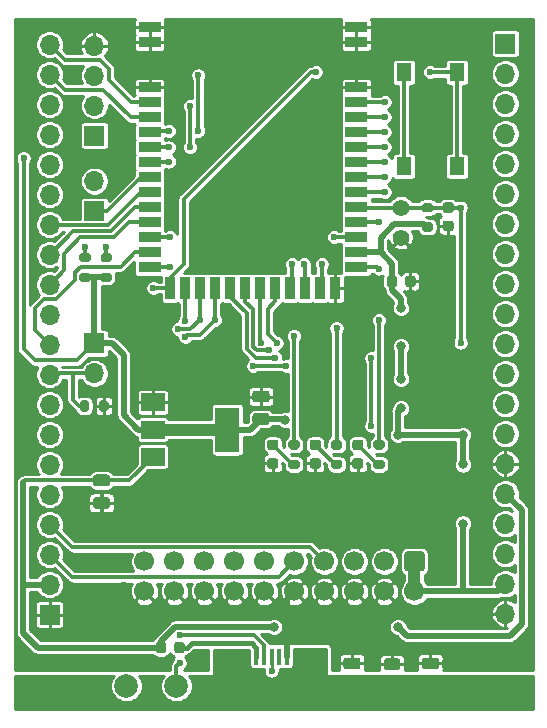
<source format=gbr>
%TF.GenerationSoftware,KiCad,Pcbnew,(5.1.10)-1*%
%TF.CreationDate,2022-01-17T18:11:01+07:00*%
%TF.ProjectId,CC2640R2F Module,43433236-3430-4523-9246-204d6f64756c,rev?*%
%TF.SameCoordinates,Original*%
%TF.FileFunction,Copper,L1,Top*%
%TF.FilePolarity,Positive*%
%FSLAX46Y46*%
G04 Gerber Fmt 4.6, Leading zero omitted, Abs format (unit mm)*
G04 Created by KiCad (PCBNEW (5.1.10)-1) date 2022-01-17 18:11:01*
%MOMM*%
%LPD*%
G01*
G04 APERTURE LIST*
%TA.AperFunction,SMDPad,CuDef*%
%ADD10R,1.200000X1.900000*%
%TD*%
%TA.AperFunction,ComponentPad*%
%ADD11O,1.200000X1.900000*%
%TD*%
%TA.AperFunction,SMDPad,CuDef*%
%ADD12R,1.500000X1.900000*%
%TD*%
%TA.AperFunction,ComponentPad*%
%ADD13C,1.450000*%
%TD*%
%TA.AperFunction,SMDPad,CuDef*%
%ADD14R,0.400000X1.350000*%
%TD*%
%TA.AperFunction,SMDPad,CuDef*%
%ADD15R,2.000000X1.500000*%
%TD*%
%TA.AperFunction,SMDPad,CuDef*%
%ADD16R,2.000000X3.800000*%
%TD*%
%TA.AperFunction,SMDPad,CuDef*%
%ADD17R,1.300000X1.550000*%
%TD*%
%TA.AperFunction,ComponentPad*%
%ADD18O,1.700000X1.700000*%
%TD*%
%TA.AperFunction,ComponentPad*%
%ADD19R,1.700000X1.700000*%
%TD*%
%TA.AperFunction,ComponentPad*%
%ADD20C,2.000000*%
%TD*%
%TA.AperFunction,SMDPad,CuDef*%
%ADD21R,1.900000X0.900000*%
%TD*%
%TA.AperFunction,SMDPad,CuDef*%
%ADD22R,0.900000X1.900000*%
%TD*%
%TA.AperFunction,ComponentPad*%
%ADD23C,1.400000*%
%TD*%
%TA.AperFunction,ComponentPad*%
%ADD24C,1.700000*%
%TD*%
%TA.AperFunction,ViaPad*%
%ADD25C,0.800000*%
%TD*%
%TA.AperFunction,ViaPad*%
%ADD26C,0.600000*%
%TD*%
%TA.AperFunction,Conductor*%
%ADD27C,0.500000*%
%TD*%
%TA.AperFunction,Conductor*%
%ADD28C,0.300000*%
%TD*%
%TA.AperFunction,Conductor*%
%ADD29C,1.000000*%
%TD*%
%TA.AperFunction,Conductor*%
%ADD30C,0.250000*%
%TD*%
%TA.AperFunction,Conductor*%
%ADD31C,0.400000*%
%TD*%
%TA.AperFunction,Conductor*%
%ADD32C,0.253000*%
%TD*%
%TA.AperFunction,Conductor*%
%ADD33C,0.100000*%
%TD*%
G04 APERTURE END LIST*
D10*
%TO.P,JTAG CONNECTOR,6*%
%TO.N,Shield*%
X122900000Y-69250000D03*
X128700000Y-69250000D03*
D11*
X129300000Y-69250000D03*
X122300000Y-69250000D03*
D12*
X124800000Y-69250000D03*
D13*
X128300000Y-66550000D03*
D14*
%TO.P,JTAG CONNECTOR,3*%
%TO.N,D+*%
X125800000Y-66550000D03*
%TO.P,JTAG CONNECTOR,4*%
%TO.N,N/C*%
X126450000Y-66550000D03*
%TO.P,JTAG CONNECTOR,5*%
%TO.N,GND*%
X127100000Y-66550000D03*
%TO.P,JTAG CONNECTOR,1*%
%TO.N,Net-(J4-Pad1)*%
X124500000Y-66550000D03*
%TO.P,JTAG CONNECTOR,2*%
%TO.N,D-*%
X125150000Y-66550000D03*
D13*
%TO.P,JTAG CONNECTOR,6*%
%TO.N,Shield*%
X123300000Y-66550000D03*
D12*
X126800000Y-69250000D03*
%TD*%
D15*
%TO.P,U1,1*%
%TO.N,GND*%
X115750000Y-45000000D03*
%TO.P,U1,3*%
%TO.N,+5V*%
X115750000Y-49600000D03*
%TO.P,U1,2*%
%TO.N,+3V3*%
X115750000Y-47300000D03*
D16*
%TO.P,U1,4*%
X122050000Y-47300000D03*
%TD*%
D17*
%TO.P,SW1,2*%
%TO.N,WakeUP_Sleep*%
X141500000Y-17050000D03*
%TO.P,SW1,1*%
%TO.N,Net-(SW1-Pad1)*%
X137000000Y-17050000D03*
X137000000Y-25000000D03*
%TO.P,SW1,2*%
%TO.N,WakeUP_Sleep*%
X141500000Y-25000000D03*
%TD*%
D18*
%TO.P,SDA SCL,2*%
%TO.N,I2C_SCL*%
X110800000Y-26260000D03*
D19*
%TO.P,SDA SCL,1*%
%TO.N,I2C_SDA*%
X110800000Y-28800000D03*
%TD*%
D18*
%TO.P,3V3 TX RX GND,4*%
%TO.N,GND*%
X110800000Y-14780000D03*
%TO.P,3V3 TX RX GND,3*%
%TO.N,UART_RX*%
X110800000Y-17320000D03*
%TO.P,3V3 TX RX GND,2*%
%TO.N,UART_TX*%
X110800000Y-19860000D03*
D19*
%TO.P,3V3 TX RX GND,1*%
%TO.N,+3V3*%
X110800000Y-22400000D03*
%TD*%
D18*
%TO.P,J2,20*%
%TO.N,GND*%
X145600000Y-62880000D03*
%TO.P,J2,19*%
%TO.N,+3V3*%
X145600000Y-60340000D03*
%TO.P,J2,18*%
%TO.N,JTAG_TDO*%
X145600000Y-57800000D03*
%TO.P,J2,17*%
%TO.N,JTAG_TDI*%
X145600000Y-55260000D03*
%TO.P,J2,16*%
%TO.N,+5V*%
X145600000Y-52720000D03*
%TO.P,J2,15*%
%TO.N,GND*%
X145600000Y-50180000D03*
%TO.P,J2,14*%
%TO.N,+3V3*%
X145600000Y-47640000D03*
%TO.P,J2,13*%
%TO.N,DIO_18*%
X145600000Y-45100000D03*
%TO.P,J2,12*%
%TO.N,DIO_19*%
X145600000Y-42560000D03*
%TO.P,J2,11*%
%TO.N,DIO_20*%
X145600000Y-40020000D03*
%TO.P,J2,10*%
%TO.N,DIO_21*%
X145600000Y-37480000D03*
%TO.P,J2,9*%
%TO.N,DIO_22*%
X145600000Y-34940000D03*
%TO.P,J2,8*%
%TO.N,DIO_23*%
X145600000Y-32400000D03*
%TO.P,J2,7*%
%TO.N,DIO_24*%
X145600000Y-29860000D03*
%TO.P,J2,6*%
%TO.N,DIO_25*%
X145600000Y-27320000D03*
%TO.P,J2,5*%
%TO.N,DIO_26*%
X145600000Y-24780000D03*
%TO.P,J2,4*%
%TO.N,DIO_27*%
X145600000Y-22240000D03*
%TO.P,J2,3*%
%TO.N,DIO_28*%
X145600000Y-19700000D03*
%TO.P,J2,2*%
%TO.N,DIO_29*%
X145600000Y-17160000D03*
D19*
%TO.P,J2,1*%
%TO.N,DIO_30*%
X145600000Y-14620000D03*
%TD*%
D18*
%TO.P,J1,20*%
%TO.N,DIO_0*%
X107000000Y-14700000D03*
%TO.P,J1,19*%
%TO.N,DIO_1*%
X107000000Y-17240000D03*
%TO.P,J1,18*%
%TO.N,UART_RX*%
X107000000Y-19780000D03*
%TO.P,J1,17*%
%TO.N,UART_TX*%
X107000000Y-22320000D03*
%TO.P,J1,16*%
%TO.N,I2C_SCL*%
X107000000Y-24860000D03*
%TO.P,J1,15*%
%TO.N,I2C_SDA*%
X107000000Y-27400000D03*
%TO.P,J1,14*%
%TO.N,DIO_6*%
X107000000Y-29940000D03*
%TO.P,J1,13*%
%TO.N,DIO_7*%
X107000000Y-32480000D03*
%TO.P,J1,12*%
%TO.N,DIO_8*%
X107000000Y-35020000D03*
%TO.P,J1,11*%
%TO.N,DIO_9*%
X107000000Y-37560000D03*
%TO.P,J1,10*%
%TO.N,DIO_10*%
X107000000Y-40100000D03*
%TO.P,J1,9*%
%TO.N,BOOT_ENABLE*%
X107000000Y-42640000D03*
%TO.P,J1,8*%
%TO.N,WakeUP_Sleep*%
X107000000Y-45180000D03*
%TO.P,J1,7*%
%TO.N,LED_3*%
X107000000Y-47720000D03*
%TO.P,J1,6*%
%TO.N,LED_2*%
X107000000Y-50260000D03*
%TO.P,J1,5*%
%TO.N,LED_1*%
X107000000Y-52800000D03*
%TO.P,J1,4*%
%TO.N,JTAG_TMS*%
X107000000Y-55340000D03*
%TO.P,J1,3*%
%TO.N,JTAG_TCK*%
X107000000Y-57880000D03*
%TO.P,J1,2*%
%TO.N,+5V*%
X107000000Y-60420000D03*
D19*
%TO.P,J1,1*%
%TO.N,GND*%
X107000000Y-62960000D03*
%TD*%
D20*
%TO.P,TP20,1*%
%TO.N,D-*%
X117750000Y-69000000D03*
%TD*%
%TO.P,TP19,1*%
%TO.N,D+*%
X113500000Y-69000000D03*
%TD*%
D18*
%TO.P,BOOT,2*%
%TO.N,BOOT_ENABLE*%
X110800000Y-42540000D03*
D19*
%TO.P,BOOT,1*%
%TO.N,+3V3*%
X110800000Y-40000000D03*
%TD*%
%TO.P,R34,2*%
%TO.N,GND*%
%TA.AperFunction,SMDPad,CuDef*%
G36*
G01*
X136450001Y-67687500D02*
X135549999Y-67687500D01*
G75*
G02*
X135300000Y-67437501I0J249999D01*
G01*
X135300000Y-66912499D01*
G75*
G02*
X135549999Y-66662500I249999J0D01*
G01*
X136450001Y-66662500D01*
G75*
G02*
X136700000Y-66912499I0J-249999D01*
G01*
X136700000Y-67437501D01*
G75*
G02*
X136450001Y-67687500I-249999J0D01*
G01*
G37*
%TD.AperFunction*%
%TO.P,R34,1*%
%TO.N,Shield*%
%TA.AperFunction,SMDPad,CuDef*%
G36*
G01*
X136450001Y-69512500D02*
X135549999Y-69512500D01*
G75*
G02*
X135300000Y-69262501I0J249999D01*
G01*
X135300000Y-68737499D01*
G75*
G02*
X135549999Y-68487500I249999J0D01*
G01*
X136450001Y-68487500D01*
G75*
G02*
X136700000Y-68737499I0J-249999D01*
G01*
X136700000Y-69262501D01*
G75*
G02*
X136450001Y-69512500I-249999J0D01*
G01*
G37*
%TD.AperFunction*%
%TD*%
%TO.P,R14,2*%
%TO.N,+3V3*%
%TA.AperFunction,SMDPad,CuDef*%
G36*
G01*
X109725000Y-34000000D02*
X110275000Y-34000000D01*
G75*
G02*
X110475000Y-34200000I0J-200000D01*
G01*
X110475000Y-34600000D01*
G75*
G02*
X110275000Y-34800000I-200000J0D01*
G01*
X109725000Y-34800000D01*
G75*
G02*
X109525000Y-34600000I0J200000D01*
G01*
X109525000Y-34200000D01*
G75*
G02*
X109725000Y-34000000I200000J0D01*
G01*
G37*
%TD.AperFunction*%
%TO.P,R14,1*%
%TO.N,I2C_SDA*%
%TA.AperFunction,SMDPad,CuDef*%
G36*
G01*
X109725000Y-32350000D02*
X110275000Y-32350000D01*
G75*
G02*
X110475000Y-32550000I0J-200000D01*
G01*
X110475000Y-32950000D01*
G75*
G02*
X110275000Y-33150000I-200000J0D01*
G01*
X109725000Y-33150000D01*
G75*
G02*
X109525000Y-32950000I0J200000D01*
G01*
X109525000Y-32550000D01*
G75*
G02*
X109725000Y-32350000I200000J0D01*
G01*
G37*
%TD.AperFunction*%
%TD*%
%TO.P,R13,2*%
%TO.N,+3V3*%
%TA.AperFunction,SMDPad,CuDef*%
G36*
G01*
X111525000Y-34000000D02*
X112075000Y-34000000D01*
G75*
G02*
X112275000Y-34200000I0J-200000D01*
G01*
X112275000Y-34600000D01*
G75*
G02*
X112075000Y-34800000I-200000J0D01*
G01*
X111525000Y-34800000D01*
G75*
G02*
X111325000Y-34600000I0J200000D01*
G01*
X111325000Y-34200000D01*
G75*
G02*
X111525000Y-34000000I200000J0D01*
G01*
G37*
%TD.AperFunction*%
%TO.P,R13,1*%
%TO.N,I2C_SCL*%
%TA.AperFunction,SMDPad,CuDef*%
G36*
G01*
X111525000Y-32350000D02*
X112075000Y-32350000D01*
G75*
G02*
X112275000Y-32550000I0J-200000D01*
G01*
X112275000Y-32950000D01*
G75*
G02*
X112075000Y-33150000I-200000J0D01*
G01*
X111525000Y-33150000D01*
G75*
G02*
X111325000Y-32950000I0J200000D01*
G01*
X111325000Y-32550000D01*
G75*
G02*
X111525000Y-32350000I200000J0D01*
G01*
G37*
%TD.AperFunction*%
%TD*%
%TO.P,R11,2*%
%TO.N,+3V3*%
%TA.AperFunction,SMDPad,CuDef*%
G36*
G01*
X138725000Y-29750000D02*
X139275000Y-29750000D01*
G75*
G02*
X139475000Y-29950000I0J-200000D01*
G01*
X139475000Y-30350000D01*
G75*
G02*
X139275000Y-30550000I-200000J0D01*
G01*
X138725000Y-30550000D01*
G75*
G02*
X138525000Y-30350000I0J200000D01*
G01*
X138525000Y-29950000D01*
G75*
G02*
X138725000Y-29750000I200000J0D01*
G01*
G37*
%TD.AperFunction*%
%TO.P,R11,1*%
%TO.N,nReset*%
%TA.AperFunction,SMDPad,CuDef*%
G36*
G01*
X138725000Y-28100000D02*
X139275000Y-28100000D01*
G75*
G02*
X139475000Y-28300000I0J-200000D01*
G01*
X139475000Y-28700000D01*
G75*
G02*
X139275000Y-28900000I-200000J0D01*
G01*
X138725000Y-28900000D01*
G75*
G02*
X138525000Y-28700000I0J200000D01*
G01*
X138525000Y-28300000D01*
G75*
G02*
X138725000Y-28100000I200000J0D01*
G01*
G37*
%TD.AperFunction*%
%TD*%
%TO.P,R9,2*%
%TO.N,LED_3*%
%TA.AperFunction,SMDPad,CuDef*%
G36*
G01*
X127975000Y-48995000D02*
X127425000Y-48995000D01*
G75*
G02*
X127225000Y-48795000I0J200000D01*
G01*
X127225000Y-48395000D01*
G75*
G02*
X127425000Y-48195000I200000J0D01*
G01*
X127975000Y-48195000D01*
G75*
G02*
X128175000Y-48395000I0J-200000D01*
G01*
X128175000Y-48795000D01*
G75*
G02*
X127975000Y-48995000I-200000J0D01*
G01*
G37*
%TD.AperFunction*%
%TO.P,R9,1*%
%TO.N,Net-(D5-Pad2)*%
%TA.AperFunction,SMDPad,CuDef*%
G36*
G01*
X127975000Y-50645000D02*
X127425000Y-50645000D01*
G75*
G02*
X127225000Y-50445000I0J200000D01*
G01*
X127225000Y-50045000D01*
G75*
G02*
X127425000Y-49845000I200000J0D01*
G01*
X127975000Y-49845000D01*
G75*
G02*
X128175000Y-50045000I0J-200000D01*
G01*
X128175000Y-50445000D01*
G75*
G02*
X127975000Y-50645000I-200000J0D01*
G01*
G37*
%TD.AperFunction*%
%TD*%
%TO.P,R8,2*%
%TO.N,LED_2*%
%TA.AperFunction,SMDPad,CuDef*%
G36*
G01*
X131575000Y-48995000D02*
X131025000Y-48995000D01*
G75*
G02*
X130825000Y-48795000I0J200000D01*
G01*
X130825000Y-48395000D01*
G75*
G02*
X131025000Y-48195000I200000J0D01*
G01*
X131575000Y-48195000D01*
G75*
G02*
X131775000Y-48395000I0J-200000D01*
G01*
X131775000Y-48795000D01*
G75*
G02*
X131575000Y-48995000I-200000J0D01*
G01*
G37*
%TD.AperFunction*%
%TO.P,R8,1*%
%TO.N,Net-(D4-Pad2)*%
%TA.AperFunction,SMDPad,CuDef*%
G36*
G01*
X131575000Y-50645000D02*
X131025000Y-50645000D01*
G75*
G02*
X130825000Y-50445000I0J200000D01*
G01*
X130825000Y-50045000D01*
G75*
G02*
X131025000Y-49845000I200000J0D01*
G01*
X131575000Y-49845000D01*
G75*
G02*
X131775000Y-50045000I0J-200000D01*
G01*
X131775000Y-50445000D01*
G75*
G02*
X131575000Y-50645000I-200000J0D01*
G01*
G37*
%TD.AperFunction*%
%TD*%
%TO.P,R7,2*%
%TO.N,LED_1*%
%TA.AperFunction,SMDPad,CuDef*%
G36*
G01*
X135175000Y-48995000D02*
X134625000Y-48995000D01*
G75*
G02*
X134425000Y-48795000I0J200000D01*
G01*
X134425000Y-48395000D01*
G75*
G02*
X134625000Y-48195000I200000J0D01*
G01*
X135175000Y-48195000D01*
G75*
G02*
X135375000Y-48395000I0J-200000D01*
G01*
X135375000Y-48795000D01*
G75*
G02*
X135175000Y-48995000I-200000J0D01*
G01*
G37*
%TD.AperFunction*%
%TO.P,R7,1*%
%TO.N,Net-(D3-Pad2)*%
%TA.AperFunction,SMDPad,CuDef*%
G36*
G01*
X135175000Y-50645000D02*
X134625000Y-50645000D01*
G75*
G02*
X134425000Y-50445000I0J200000D01*
G01*
X134425000Y-50045000D01*
G75*
G02*
X134625000Y-49845000I200000J0D01*
G01*
X135175000Y-49845000D01*
G75*
G02*
X135375000Y-50045000I0J-200000D01*
G01*
X135375000Y-50445000D01*
G75*
G02*
X135175000Y-50645000I-200000J0D01*
G01*
G37*
%TD.AperFunction*%
%TD*%
%TO.P,R1,2*%
%TO.N,GND*%
%TA.AperFunction,SMDPad,CuDef*%
G36*
G01*
X111200000Y-45575000D02*
X111200000Y-45025000D01*
G75*
G02*
X111400000Y-44825000I200000J0D01*
G01*
X111800000Y-44825000D01*
G75*
G02*
X112000000Y-45025000I0J-200000D01*
G01*
X112000000Y-45575000D01*
G75*
G02*
X111800000Y-45775000I-200000J0D01*
G01*
X111400000Y-45775000D01*
G75*
G02*
X111200000Y-45575000I0J200000D01*
G01*
G37*
%TD.AperFunction*%
%TO.P,R1,1*%
%TO.N,BOOT_ENABLE*%
%TA.AperFunction,SMDPad,CuDef*%
G36*
G01*
X109550000Y-45575000D02*
X109550000Y-45025000D01*
G75*
G02*
X109750000Y-44825000I200000J0D01*
G01*
X110150000Y-44825000D01*
G75*
G02*
X110350000Y-45025000I0J-200000D01*
G01*
X110350000Y-45575000D01*
G75*
G02*
X110150000Y-45775000I-200000J0D01*
G01*
X109750000Y-45775000D01*
G75*
G02*
X109550000Y-45575000I0J200000D01*
G01*
G37*
%TD.AperFunction*%
%TD*%
D21*
%TO.P,M1,42*%
%TO.N,GND*%
X132980000Y-13240000D03*
%TO.P,M1,41*%
X132980000Y-14510000D03*
%TO.P,M1,40*%
X132980000Y-18320000D03*
%TO.P,M1,39*%
%TO.N,DIO_30*%
X132980000Y-19590000D03*
%TO.P,M1,38*%
%TO.N,DIO_29*%
X132980000Y-20860000D03*
%TO.P,M1,37*%
%TO.N,DIO_28*%
X132980000Y-22130000D03*
%TO.P,M1,36*%
%TO.N,DIO_27*%
X132980000Y-23400000D03*
%TO.P,M1,35*%
%TO.N,DIO_26*%
X132980000Y-24670000D03*
%TO.P,M1,34*%
%TO.N,DIO_25*%
X132980000Y-25940000D03*
%TO.P,M1,33*%
%TO.N,DIO_24*%
X132980000Y-27210000D03*
%TO.P,M1,32*%
%TO.N,nReset*%
X132980000Y-28480000D03*
%TO.P,M1,31*%
%TO.N,DIO_23*%
X132980000Y-29750000D03*
%TO.P,M1,30*%
%TO.N,DIO_22*%
X132980000Y-31020000D03*
%TO.P,M1,29*%
%TO.N,+3V3*%
X132980000Y-32290000D03*
%TO.P,M1,1*%
%TO.N,GND*%
X115480000Y-13250000D03*
%TO.P,M1,2*%
X115480000Y-14520000D03*
%TO.P,M1,3*%
X115480000Y-18330000D03*
%TO.P,M1,4*%
%TO.N,DIO_0*%
X115480000Y-19600000D03*
%TO.P,M1,5*%
%TO.N,DIO_1*%
X115480000Y-20870000D03*
%TO.P,M1,6*%
%TO.N,UART_RX*%
X115480000Y-22140000D03*
%TO.P,M1,7*%
%TO.N,UART_TX*%
X115480000Y-23410000D03*
%TO.P,M1,8*%
%TO.N,I2C_SCL*%
X115480000Y-24680000D03*
%TO.P,M1,9*%
%TO.N,I2C_SDA*%
X115480000Y-25950000D03*
%TO.P,M1,10*%
%TO.N,DIO_6*%
X115480000Y-27220000D03*
%TO.P,M1,11*%
%TO.N,DIO_7*%
X115480000Y-28490000D03*
%TO.P,M1,12*%
%TO.N,DIO_8*%
X115480000Y-29760000D03*
%TO.P,M1,13*%
%TO.N,DIO_9*%
X115480000Y-31030000D03*
%TO.P,M1,14*%
%TO.N,DIO_10*%
X115480000Y-32300000D03*
%TO.P,M1,15*%
%TO.N,BOOT_ENABLE*%
X115480000Y-33570000D03*
D22*
%TO.P,M1,16*%
%TO.N,WakeUP_Sleep*%
X117230000Y-35330000D03*
%TO.P,M1,17*%
%TO.N,LED_3*%
X118500000Y-35330000D03*
%TO.P,M1,18*%
%TO.N,LED_2*%
X119770000Y-35330000D03*
%TO.P,M1,19*%
%TO.N,LED_1*%
X121040000Y-35330000D03*
%TO.P,M1,20*%
%TO.N,JTAG_TMS*%
X122310000Y-35330000D03*
%TO.P,M1,21*%
%TO.N,JTAG_TCK*%
X123580000Y-35330000D03*
%TO.P,M1,22*%
%TO.N,JTAG_TDO*%
X124850000Y-35330000D03*
%TO.P,M1,23*%
%TO.N,JTAG_TDI*%
X126120000Y-35330000D03*
%TO.P,M1,24*%
%TO.N,DIO_18*%
X127390000Y-35330000D03*
%TO.P,M1,25*%
%TO.N,DIO_19*%
X128660000Y-35330000D03*
%TO.P,M1,26*%
%TO.N,DIO_20*%
X129930000Y-35330000D03*
%TO.P,M1,27*%
%TO.N,GND*%
X131200000Y-35330000D03*
D21*
%TO.P,M1,28*%
%TO.N,DIO_21*%
X132980000Y-33560000D03*
%TD*%
%TO.P,L3,2*%
%TO.N,+5V*%
%TA.AperFunction,SMDPad,CuDef*%
G36*
G01*
X116862500Y-65493750D02*
X116862500Y-66006250D01*
G75*
G02*
X116643750Y-66225000I-218750J0D01*
G01*
X116206250Y-66225000D01*
G75*
G02*
X115987500Y-66006250I0J218750D01*
G01*
X115987500Y-65493750D01*
G75*
G02*
X116206250Y-65275000I218750J0D01*
G01*
X116643750Y-65275000D01*
G75*
G02*
X116862500Y-65493750I0J-218750D01*
G01*
G37*
%TD.AperFunction*%
%TO.P,L3,1*%
%TO.N,Net-(J4-Pad1)*%
%TA.AperFunction,SMDPad,CuDef*%
G36*
G01*
X118437500Y-65493750D02*
X118437500Y-66006250D01*
G75*
G02*
X118218750Y-66225000I-218750J0D01*
G01*
X117781250Y-66225000D01*
G75*
G02*
X117562500Y-66006250I0J218750D01*
G01*
X117562500Y-65493750D01*
G75*
G02*
X117781250Y-65275000I218750J0D01*
G01*
X118218750Y-65275000D01*
G75*
G02*
X118437500Y-65493750I0J-218750D01*
G01*
G37*
%TD.AperFunction*%
%TD*%
D23*
%TO.P,Reset,2*%
%TO.N,GND*%
X136750000Y-31040000D03*
%TO.P,Reset,1*%
%TO.N,nReset*%
X136750000Y-28500000D03*
%TD*%
D24*
%TO.P,J3,20*%
%TO.N,GND*%
X115040000Y-61000000D03*
%TO.P,J3,18*%
X117580000Y-61000000D03*
%TO.P,J3,16*%
X120120000Y-61000000D03*
%TO.P,J3,14*%
X122660000Y-61000000D03*
%TO.P,J3,12*%
X125200000Y-61000000D03*
%TO.P,J3,10*%
X127740000Y-61000000D03*
%TO.P,J3,8*%
X130280000Y-61000000D03*
%TO.P,J3,6*%
X132820000Y-61000000D03*
%TO.P,J3,4*%
X135360000Y-61000000D03*
%TO.P,J3,2*%
%TO.N,+3V3*%
X137900000Y-61000000D03*
%TO.P,J3,19*%
%TO.N,N/C*%
X115040000Y-58460000D03*
%TO.P,J3,17*%
X117580000Y-58460000D03*
%TO.P,J3,15*%
%TO.N,nReset*%
X120120000Y-58460000D03*
%TO.P,J3,13*%
%TO.N,JTAG_TDO*%
X122660000Y-58460000D03*
%TO.P,J3,11*%
%TO.N,N/C*%
X125200000Y-58460000D03*
%TO.P,J3,9*%
%TO.N,JTAG_TCK*%
X127740000Y-58460000D03*
%TO.P,J3,7*%
%TO.N,JTAG_TMS*%
X130280000Y-58460000D03*
%TO.P,J3,5*%
%TO.N,JTAG_TDI*%
X132820000Y-58460000D03*
%TO.P,J3,3*%
%TO.N,N/C*%
X135360000Y-58460000D03*
%TO.P,J3,1*%
%TO.N,+3V3*%
%TA.AperFunction,ComponentPad*%
G36*
G01*
X137300000Y-57610000D02*
X138500000Y-57610000D01*
G75*
G02*
X138750000Y-57860000I0J-250000D01*
G01*
X138750000Y-59060000D01*
G75*
G02*
X138500000Y-59310000I-250000J0D01*
G01*
X137300000Y-59310000D01*
G75*
G02*
X137050000Y-59060000I0J250000D01*
G01*
X137050000Y-57860000D01*
G75*
G02*
X137300000Y-57610000I250000J0D01*
G01*
G37*
%TD.AperFunction*%
%TD*%
%TO.P,D5,2*%
%TO.N,Net-(D5-Pad2)*%
%TA.AperFunction,SMDPad,CuDef*%
G36*
G01*
X126156250Y-49030000D02*
X125643750Y-49030000D01*
G75*
G02*
X125425000Y-48811250I0J218750D01*
G01*
X125425000Y-48373750D01*
G75*
G02*
X125643750Y-48155000I218750J0D01*
G01*
X126156250Y-48155000D01*
G75*
G02*
X126375000Y-48373750I0J-218750D01*
G01*
X126375000Y-48811250D01*
G75*
G02*
X126156250Y-49030000I-218750J0D01*
G01*
G37*
%TD.AperFunction*%
%TO.P,D5,1*%
%TO.N,GND*%
%TA.AperFunction,SMDPad,CuDef*%
G36*
G01*
X126156250Y-50605000D02*
X125643750Y-50605000D01*
G75*
G02*
X125425000Y-50386250I0J218750D01*
G01*
X125425000Y-49948750D01*
G75*
G02*
X125643750Y-49730000I218750J0D01*
G01*
X126156250Y-49730000D01*
G75*
G02*
X126375000Y-49948750I0J-218750D01*
G01*
X126375000Y-50386250D01*
G75*
G02*
X126156250Y-50605000I-218750J0D01*
G01*
G37*
%TD.AperFunction*%
%TD*%
%TO.P,D4,2*%
%TO.N,Net-(D4-Pad2)*%
%TA.AperFunction,SMDPad,CuDef*%
G36*
G01*
X129756250Y-49030000D02*
X129243750Y-49030000D01*
G75*
G02*
X129025000Y-48811250I0J218750D01*
G01*
X129025000Y-48373750D01*
G75*
G02*
X129243750Y-48155000I218750J0D01*
G01*
X129756250Y-48155000D01*
G75*
G02*
X129975000Y-48373750I0J-218750D01*
G01*
X129975000Y-48811250D01*
G75*
G02*
X129756250Y-49030000I-218750J0D01*
G01*
G37*
%TD.AperFunction*%
%TO.P,D4,1*%
%TO.N,GND*%
%TA.AperFunction,SMDPad,CuDef*%
G36*
G01*
X129756250Y-50605000D02*
X129243750Y-50605000D01*
G75*
G02*
X129025000Y-50386250I0J218750D01*
G01*
X129025000Y-49948750D01*
G75*
G02*
X129243750Y-49730000I218750J0D01*
G01*
X129756250Y-49730000D01*
G75*
G02*
X129975000Y-49948750I0J-218750D01*
G01*
X129975000Y-50386250D01*
G75*
G02*
X129756250Y-50605000I-218750J0D01*
G01*
G37*
%TD.AperFunction*%
%TD*%
%TO.P,D3,2*%
%TO.N,Net-(D3-Pad2)*%
%TA.AperFunction,SMDPad,CuDef*%
G36*
G01*
X133356250Y-49030000D02*
X132843750Y-49030000D01*
G75*
G02*
X132625000Y-48811250I0J218750D01*
G01*
X132625000Y-48373750D01*
G75*
G02*
X132843750Y-48155000I218750J0D01*
G01*
X133356250Y-48155000D01*
G75*
G02*
X133575000Y-48373750I0J-218750D01*
G01*
X133575000Y-48811250D01*
G75*
G02*
X133356250Y-49030000I-218750J0D01*
G01*
G37*
%TD.AperFunction*%
%TO.P,D3,1*%
%TO.N,GND*%
%TA.AperFunction,SMDPad,CuDef*%
G36*
G01*
X133356250Y-50605000D02*
X132843750Y-50605000D01*
G75*
G02*
X132625000Y-50386250I0J218750D01*
G01*
X132625000Y-49948750D01*
G75*
G02*
X132843750Y-49730000I218750J0D01*
G01*
X133356250Y-49730000D01*
G75*
G02*
X133575000Y-49948750I0J-218750D01*
G01*
X133575000Y-50386250D01*
G75*
G02*
X133356250Y-50605000I-218750J0D01*
G01*
G37*
%TD.AperFunction*%
%TD*%
%TO.P,C24,2*%
%TO.N,Shield*%
%TA.AperFunction,SMDPad,CuDef*%
G36*
G01*
X138775000Y-68500000D02*
X139725000Y-68500000D01*
G75*
G02*
X139975000Y-68750000I0J-250000D01*
G01*
X139975000Y-69250000D01*
G75*
G02*
X139725000Y-69500000I-250000J0D01*
G01*
X138775000Y-69500000D01*
G75*
G02*
X138525000Y-69250000I0J250000D01*
G01*
X138525000Y-68750000D01*
G75*
G02*
X138775000Y-68500000I250000J0D01*
G01*
G37*
%TD.AperFunction*%
%TO.P,C24,1*%
%TO.N,GND*%
%TA.AperFunction,SMDPad,CuDef*%
G36*
G01*
X138775000Y-66600000D02*
X139725000Y-66600000D01*
G75*
G02*
X139975000Y-66850000I0J-250000D01*
G01*
X139975000Y-67350000D01*
G75*
G02*
X139725000Y-67600000I-250000J0D01*
G01*
X138775000Y-67600000D01*
G75*
G02*
X138525000Y-67350000I0J250000D01*
G01*
X138525000Y-66850000D01*
G75*
G02*
X138775000Y-66600000I250000J0D01*
G01*
G37*
%TD.AperFunction*%
%TD*%
%TO.P,C23,2*%
%TO.N,Shield*%
%TA.AperFunction,SMDPad,CuDef*%
G36*
G01*
X132125000Y-68500000D02*
X133075000Y-68500000D01*
G75*
G02*
X133325000Y-68750000I0J-250000D01*
G01*
X133325000Y-69250000D01*
G75*
G02*
X133075000Y-69500000I-250000J0D01*
G01*
X132125000Y-69500000D01*
G75*
G02*
X131875000Y-69250000I0J250000D01*
G01*
X131875000Y-68750000D01*
G75*
G02*
X132125000Y-68500000I250000J0D01*
G01*
G37*
%TD.AperFunction*%
%TO.P,C23,1*%
%TO.N,GND*%
%TA.AperFunction,SMDPad,CuDef*%
G36*
G01*
X132125000Y-66600000D02*
X133075000Y-66600000D01*
G75*
G02*
X133325000Y-66850000I0J-250000D01*
G01*
X133325000Y-67350000D01*
G75*
G02*
X133075000Y-67600000I-250000J0D01*
G01*
X132125000Y-67600000D01*
G75*
G02*
X131875000Y-67350000I0J250000D01*
G01*
X131875000Y-66850000D01*
G75*
G02*
X132125000Y-66600000I250000J0D01*
G01*
G37*
%TD.AperFunction*%
%TD*%
%TO.P,C9,2*%
%TO.N,nReset*%
%TA.AperFunction,SMDPad,CuDef*%
G36*
G01*
X141000000Y-28950000D02*
X140500000Y-28950000D01*
G75*
G02*
X140275000Y-28725000I0J225000D01*
G01*
X140275000Y-28275000D01*
G75*
G02*
X140500000Y-28050000I225000J0D01*
G01*
X141000000Y-28050000D01*
G75*
G02*
X141225000Y-28275000I0J-225000D01*
G01*
X141225000Y-28725000D01*
G75*
G02*
X141000000Y-28950000I-225000J0D01*
G01*
G37*
%TD.AperFunction*%
%TO.P,C9,1*%
%TO.N,GND*%
%TA.AperFunction,SMDPad,CuDef*%
G36*
G01*
X141000000Y-30500000D02*
X140500000Y-30500000D01*
G75*
G02*
X140275000Y-30275000I0J225000D01*
G01*
X140275000Y-29825000D01*
G75*
G02*
X140500000Y-29600000I225000J0D01*
G01*
X141000000Y-29600000D01*
G75*
G02*
X141225000Y-29825000I0J-225000D01*
G01*
X141225000Y-30275000D01*
G75*
G02*
X141000000Y-30500000I-225000J0D01*
G01*
G37*
%TD.AperFunction*%
%TD*%
%TO.P,C8,2*%
%TO.N,+3V3*%
%TA.AperFunction,SMDPad,CuDef*%
G36*
G01*
X136450000Y-34500000D02*
X136450000Y-35000000D01*
G75*
G02*
X136225000Y-35225000I-225000J0D01*
G01*
X135775000Y-35225000D01*
G75*
G02*
X135550000Y-35000000I0J225000D01*
G01*
X135550000Y-34500000D01*
G75*
G02*
X135775000Y-34275000I225000J0D01*
G01*
X136225000Y-34275000D01*
G75*
G02*
X136450000Y-34500000I0J-225000D01*
G01*
G37*
%TD.AperFunction*%
%TO.P,C8,1*%
%TO.N,GND*%
%TA.AperFunction,SMDPad,CuDef*%
G36*
G01*
X138000000Y-34500000D02*
X138000000Y-35000000D01*
G75*
G02*
X137775000Y-35225000I-225000J0D01*
G01*
X137325000Y-35225000D01*
G75*
G02*
X137100000Y-35000000I0J225000D01*
G01*
X137100000Y-34500000D01*
G75*
G02*
X137325000Y-34275000I225000J0D01*
G01*
X137775000Y-34275000D01*
G75*
G02*
X138000000Y-34500000I0J-225000D01*
G01*
G37*
%TD.AperFunction*%
%TD*%
%TO.P,C2,2*%
%TO.N,GND*%
%TA.AperFunction,SMDPad,CuDef*%
G36*
G01*
X125375000Y-45000000D02*
X124425000Y-45000000D01*
G75*
G02*
X124175000Y-44750000I0J250000D01*
G01*
X124175000Y-44250000D01*
G75*
G02*
X124425000Y-44000000I250000J0D01*
G01*
X125375000Y-44000000D01*
G75*
G02*
X125625000Y-44250000I0J-250000D01*
G01*
X125625000Y-44750000D01*
G75*
G02*
X125375000Y-45000000I-250000J0D01*
G01*
G37*
%TD.AperFunction*%
%TO.P,C2,1*%
%TO.N,+3V3*%
%TA.AperFunction,SMDPad,CuDef*%
G36*
G01*
X125375000Y-46900000D02*
X124425000Y-46900000D01*
G75*
G02*
X124175000Y-46650000I0J250000D01*
G01*
X124175000Y-46150000D01*
G75*
G02*
X124425000Y-45900000I250000J0D01*
G01*
X125375000Y-45900000D01*
G75*
G02*
X125625000Y-46150000I0J-250000D01*
G01*
X125625000Y-46650000D01*
G75*
G02*
X125375000Y-46900000I-250000J0D01*
G01*
G37*
%TD.AperFunction*%
%TD*%
%TO.P,C1,2*%
%TO.N,+5V*%
%TA.AperFunction,SMDPad,CuDef*%
G36*
G01*
X111875000Y-52100000D02*
X110925000Y-52100000D01*
G75*
G02*
X110675000Y-51850000I0J250000D01*
G01*
X110675000Y-51350000D01*
G75*
G02*
X110925000Y-51100000I250000J0D01*
G01*
X111875000Y-51100000D01*
G75*
G02*
X112125000Y-51350000I0J-250000D01*
G01*
X112125000Y-51850000D01*
G75*
G02*
X111875000Y-52100000I-250000J0D01*
G01*
G37*
%TD.AperFunction*%
%TO.P,C1,1*%
%TO.N,GND*%
%TA.AperFunction,SMDPad,CuDef*%
G36*
G01*
X111875000Y-54000000D02*
X110925000Y-54000000D01*
G75*
G02*
X110675000Y-53750000I0J250000D01*
G01*
X110675000Y-53250000D01*
G75*
G02*
X110925000Y-53000000I250000J0D01*
G01*
X111875000Y-53000000D01*
G75*
G02*
X112125000Y-53250000I0J-250000D01*
G01*
X112125000Y-53750000D01*
G75*
G02*
X111875000Y-54000000I-250000J0D01*
G01*
G37*
%TD.AperFunction*%
%TD*%
D25*
%TO.N,+5V*%
X126000000Y-64000000D03*
X136500000Y-64000000D03*
D26*
%TO.N,GND*%
X109728000Y-47752000D03*
X110744000Y-46736000D03*
X111506000Y-47752000D03*
X112522000Y-46736000D03*
X113538000Y-47752000D03*
X110744000Y-49022000D03*
X112522000Y-49022000D03*
X109728000Y-50038000D03*
X113538000Y-50038000D03*
X111506000Y-50038000D03*
X114554000Y-42926000D03*
X114554000Y-40640000D03*
X116078000Y-41910000D03*
X117348000Y-40640000D03*
X117348000Y-42926000D03*
X118618000Y-41910000D03*
X119888000Y-40640000D03*
X119888000Y-42926000D03*
X121158000Y-41910000D03*
X122428000Y-40640000D03*
X122428000Y-42926000D03*
X118618000Y-43942000D03*
X119888000Y-45212000D03*
X117348000Y-45212000D03*
X117602000Y-50292000D03*
X117602000Y-48768000D03*
X118872000Y-49530000D03*
X120142000Y-48768000D03*
X120142000Y-50292000D03*
X109728000Y-53848000D03*
X109728000Y-54864000D03*
X111506000Y-54864000D03*
X113284000Y-54864000D03*
X113284000Y-53848000D03*
X113284000Y-60452000D03*
X112268000Y-61722000D03*
X113284000Y-62992000D03*
X115146666Y-62992000D03*
X117009332Y-62992000D03*
X118871998Y-62992000D03*
X120734664Y-62992000D03*
X122597330Y-62992000D03*
X124459996Y-62992000D03*
X126322662Y-62992000D03*
X128185328Y-62992000D03*
X130047994Y-62992000D03*
X131910660Y-62992000D03*
X133773326Y-62992000D03*
X135635992Y-62992000D03*
X137498658Y-62992000D03*
X139361324Y-62992000D03*
X141224000Y-62992000D03*
X143764000Y-61976000D03*
X143764000Y-63754000D03*
X131826000Y-65532000D03*
X133124222Y-65532000D03*
X134422444Y-65532000D03*
X135720666Y-65532000D03*
X137018888Y-65532000D03*
X138317110Y-65532000D03*
X139615332Y-65532000D03*
X140913554Y-65532000D03*
X142211776Y-65532000D03*
X143510000Y-65532000D03*
X138684000Y-31496000D03*
X139700000Y-31496000D03*
X140716000Y-31496000D03*
X137922000Y-36830000D03*
X139192000Y-36830000D03*
X140462000Y-36830000D03*
X138684000Y-38100000D03*
X140208000Y-38100000D03*
X137922000Y-39116000D03*
X139446000Y-39116000D03*
X140716000Y-39116000D03*
X138684000Y-40386000D03*
X140208000Y-40386000D03*
X138430000Y-43180000D03*
X138430000Y-44958000D03*
X138430000Y-46736000D03*
X139700000Y-44196000D03*
X139700000Y-45974000D03*
X140970000Y-43180000D03*
X140970000Y-44958000D03*
X140970000Y-46736000D03*
X141986000Y-43942000D03*
X141986000Y-45974000D03*
X143002000Y-43180000D03*
X143002000Y-44958000D03*
X143002000Y-46736000D03*
X132334000Y-42926000D03*
X133350000Y-44450000D03*
X132334000Y-45974000D03*
X130556000Y-42926000D03*
X128524000Y-42926000D03*
X129540000Y-44196000D03*
X128524000Y-45720000D03*
X130556000Y-45720000D03*
X126746000Y-42926000D03*
X126746000Y-44196000D03*
X128524000Y-40386000D03*
X130302000Y-40386000D03*
X132080000Y-39370000D03*
X133096000Y-40386000D03*
X134112000Y-39370000D03*
X132842000Y-36576000D03*
X131572000Y-37338000D03*
X134112000Y-37338000D03*
X135382000Y-36576000D03*
X127254000Y-37338000D03*
X128524000Y-37338000D03*
X129794000Y-37338000D03*
X117348000Y-37338000D03*
X115824000Y-37338000D03*
X114300000Y-37338000D03*
X112776000Y-37338000D03*
X112776000Y-36068000D03*
X114300000Y-36068000D03*
X121920000Y-33020000D03*
X124460000Y-30480000D03*
X127000000Y-27940000D03*
X129540000Y-25400000D03*
X127000000Y-25400000D03*
X129540000Y-27940000D03*
X127000000Y-30480000D03*
X129540000Y-30480000D03*
X124460000Y-33020000D03*
X127000000Y-22860000D03*
X129540000Y-22860000D03*
X129540000Y-20320000D03*
X127000000Y-20320000D03*
X124460000Y-20320000D03*
X121920000Y-20320000D03*
X121920000Y-22860000D03*
X121920000Y-25400000D03*
X119380000Y-25400000D03*
X119380000Y-27940000D03*
X121920000Y-27940000D03*
X119380000Y-30480000D03*
X121920000Y-17780000D03*
X124460000Y-17780000D03*
X127000000Y-17780000D03*
X129540000Y-15240000D03*
X127000000Y-15240000D03*
X124460000Y-15240000D03*
X121920000Y-15240000D03*
X119380000Y-15240000D03*
X119380000Y-12700000D03*
X121920000Y-12700000D03*
X124460000Y-12700000D03*
X127000000Y-12700000D03*
X129540000Y-12700000D03*
X134620000Y-12700000D03*
X134620000Y-15240000D03*
X113538000Y-12700000D03*
X113538000Y-15494000D03*
X142748000Y-31750000D03*
X142748000Y-30226000D03*
X142748000Y-28702000D03*
X142748000Y-27178000D03*
X141224000Y-26924000D03*
X139700000Y-26924000D03*
X138176000Y-26924000D03*
X138684000Y-25146000D03*
X139954000Y-25146000D03*
X137922000Y-20066000D03*
X138938000Y-18796000D03*
X139954000Y-20066000D03*
X140716000Y-18796000D03*
X137414000Y-12700000D03*
X140208000Y-12700000D03*
X143002000Y-12700000D03*
X143002000Y-14986000D03*
X143002000Y-17526000D03*
X127508000Y-51816000D03*
X127508000Y-54356000D03*
X129032000Y-53086000D03*
X130302000Y-51816000D03*
X130302000Y-54356000D03*
X131826000Y-53086000D03*
X133096000Y-51816000D03*
X133096000Y-54356000D03*
X113284000Y-58420000D03*
X111760000Y-58420000D03*
X110236000Y-58420000D03*
X139700000Y-57912000D03*
X140716000Y-58928000D03*
X143002000Y-57912000D03*
X108458000Y-28956000D03*
X108458000Y-26416000D03*
X112776000Y-26924000D03*
X113030000Y-25400000D03*
X113030000Y-23876000D03*
X113030000Y-22098000D03*
X110744000Y-24384000D03*
X109220000Y-24384000D03*
X109220000Y-22606000D03*
X109220000Y-20320000D03*
X108204000Y-21082000D03*
X109220000Y-17780000D03*
X108458000Y-16764000D03*
X108966000Y-15240000D03*
X108966000Y-12954000D03*
X104902000Y-12700000D03*
X104902000Y-14427200D03*
X104902000Y-16154400D03*
X104902000Y-17881600D03*
X104902000Y-19608800D03*
X104902000Y-21336000D03*
X105156000Y-66802000D03*
X107442000Y-66802000D03*
X109728000Y-66802000D03*
X112014000Y-66802000D03*
X114554000Y-66802000D03*
X119634000Y-66802000D03*
X109220000Y-62230000D03*
X109220000Y-63754000D03*
X110490000Y-62992000D03*
X110490000Y-64516000D03*
X110490000Y-61468000D03*
X109220000Y-60706000D03*
X122174000Y-37084000D03*
X124460000Y-22860000D03*
X124460000Y-25400000D03*
X124460000Y-27940000D03*
X121920000Y-30480000D03*
X119380000Y-33020000D03*
%TO.N,+3V3*%
X104800000Y-24300000D03*
D25*
X126950000Y-46500000D03*
X136500000Y-47750000D03*
X142000000Y-47750000D03*
X142000000Y-55250000D03*
X142000000Y-50250000D03*
X136750000Y-37000000D03*
X136750000Y-43000000D03*
X136750000Y-45500000D03*
X136750000Y-40250000D03*
D26*
%TO.N,nReset*%
X124250000Y-41900001D03*
X127050000Y-41900000D03*
X141800000Y-28500000D03*
X141799998Y-39945998D03*
%TO.N,JTAG_TDO*%
X124900000Y-39949990D03*
%TO.N,JTAG_TCK*%
X125550000Y-40600000D03*
%TO.N,JTAG_TMS*%
X126085173Y-41194636D03*
%TO.N,JTAG_TDI*%
X126238000Y-39949988D03*
X134250000Y-41250000D03*
X134250000Y-46990000D03*
%TO.N,D+*%
X125799992Y-67700008D03*
%TO.N,D-*%
X118020000Y-64730000D03*
X118020000Y-67049943D03*
%TO.N,DIO_30*%
X135382000Y-19558000D03*
%TO.N,DIO_29*%
X135382000Y-20828000D03*
%TO.N,DIO_28*%
X135382000Y-22098000D03*
%TO.N,DIO_27*%
X135382000Y-23368000D03*
%TO.N,DIO_26*%
X135382000Y-24638000D03*
%TO.N,DIO_25*%
X135382000Y-25908000D03*
%TO.N,DIO_24*%
X135382000Y-27178000D03*
%TO.N,DIO_23*%
X134874000Y-29718000D03*
%TO.N,DIO_22*%
X131064000Y-30988000D03*
%TO.N,UART_RX*%
X119600000Y-17300000D03*
X119600000Y-22000000D03*
X117099999Y-22000000D03*
%TO.N,UART_TX*%
X118900000Y-19900000D03*
X118900000Y-23400000D03*
X117099999Y-23400000D03*
%TO.N,I2C_SCL*%
X117099999Y-24599999D03*
X111800000Y-31800000D03*
%TO.N,I2C_SDA*%
X110000000Y-31800000D03*
%TO.N,DIO_9*%
X117200000Y-31000000D03*
%TO.N,BOOT_ENABLE*%
X117200000Y-33500000D03*
%TO.N,WakeUP_Sleep*%
X115800000Y-35300000D03*
X139191998Y-17018000D03*
X129539991Y-17017991D03*
%TO.N,LED_3*%
X127700000Y-39350000D03*
X118500005Y-38100005D03*
%TO.N,LED_2*%
X119700000Y-38000000D03*
X131300000Y-38700000D03*
X117900000Y-38800000D03*
%TO.N,LED_1*%
X134900000Y-38000000D03*
X121000000Y-38000000D03*
X118509150Y-39450000D03*
%TO.N,DIO_18*%
X127508000Y-33274000D03*
%TO.N,DIO_19*%
X128524000Y-33274000D03*
%TO.N,DIO_20*%
X130048000Y-33274000D03*
%TO.N,DIO_21*%
X134874000Y-33670000D03*
%TD*%
D27*
%TO.N,+5V*%
X116425000Y-65750000D02*
X106000000Y-65750000D01*
X106000000Y-65750000D02*
X104750000Y-64500000D01*
X104750000Y-64500000D02*
X104750000Y-61500000D01*
X104750000Y-61500000D02*
X104750000Y-57250000D01*
X104750000Y-57250000D02*
X104750000Y-51750000D01*
X104830000Y-60420000D02*
X107000000Y-60420000D01*
X104750000Y-60500000D02*
X104830000Y-60420000D01*
X104750000Y-61500000D02*
X104750000Y-60500000D01*
D28*
X113750000Y-51600000D02*
X115750000Y-49600000D01*
X111400000Y-51600000D02*
X113750000Y-51600000D01*
D27*
X125979999Y-63979999D02*
X126000000Y-64000000D01*
X117659999Y-63979999D02*
X125979999Y-63979999D01*
X116425000Y-65214998D02*
X117659999Y-63979999D01*
X116425000Y-65750000D02*
X116425000Y-65214998D01*
X147000000Y-54120000D02*
X145600000Y-52720000D01*
X147000000Y-63750000D02*
X147000000Y-54120000D01*
X146000000Y-64750000D02*
X147000000Y-63750000D01*
X137250000Y-64750000D02*
X146000000Y-64750000D01*
X136500000Y-64000000D02*
X137250000Y-64750000D01*
D28*
X104900000Y-51600000D02*
X104750000Y-51750000D01*
X111400000Y-51600000D02*
X104900000Y-51600000D01*
D27*
%TO.N,GND*%
X127100000Y-61640000D02*
X127740000Y-61000000D01*
X127100000Y-66550000D02*
X127100000Y-61640000D01*
D29*
%TO.N,+3V3*%
X115750000Y-47300000D02*
X122050000Y-47300000D01*
D27*
X115750000Y-47300000D02*
X114500000Y-47300000D01*
X114500000Y-47300000D02*
X113300000Y-46100000D01*
X113300000Y-46100000D02*
X113300000Y-41000000D01*
X112300000Y-40000000D02*
X110800000Y-40000000D01*
X113300000Y-41000000D02*
X112300000Y-40000000D01*
X110000000Y-34400000D02*
X111800000Y-34400000D01*
X110800000Y-34400000D02*
X110000000Y-34400000D01*
X110800000Y-40000000D02*
X110800000Y-34400000D01*
D28*
X104800000Y-40500000D02*
X104800000Y-24300000D01*
X105739999Y-41439999D02*
X104800000Y-40500000D01*
X109360001Y-41439999D02*
X105739999Y-41439999D01*
X110800000Y-40000000D02*
X109360001Y-41439999D01*
D27*
X124000000Y-47300000D02*
X124900000Y-46400000D01*
X122050000Y-47300000D02*
X124000000Y-47300000D01*
X126850000Y-46400000D02*
X126950000Y-46500000D01*
X124900000Y-46400000D02*
X126850000Y-46400000D01*
X136500000Y-47750000D02*
X142000000Y-47750000D01*
X142000000Y-61000000D02*
X137900000Y-61000000D01*
X144940000Y-61000000D02*
X142000000Y-61000000D01*
X142000000Y-61000000D02*
X142000000Y-55250000D01*
X142000000Y-47750000D02*
X142000000Y-49500000D01*
X142000000Y-49500000D02*
X142000000Y-50250000D01*
X135040000Y-32290000D02*
X132980000Y-32290000D01*
X136000000Y-33250000D02*
X135040000Y-32290000D01*
X136000000Y-34750000D02*
X136000000Y-33250000D01*
X138739999Y-29889999D02*
X139000000Y-30150000D01*
X136197999Y-29889999D02*
X138739999Y-29889999D01*
X135040000Y-31047998D02*
X136197999Y-29889999D01*
X135040000Y-32290000D02*
X135040000Y-31047998D01*
X136000000Y-34750000D02*
X136000000Y-35500000D01*
X136750000Y-36250000D02*
X136750000Y-37000000D01*
X136000000Y-35500000D02*
X136750000Y-36250000D01*
X136500000Y-47750000D02*
X136500000Y-45750000D01*
X136500000Y-45750000D02*
X136750000Y-45500000D01*
X136750000Y-43000000D02*
X136750000Y-40250000D01*
D29*
X137900000Y-58460000D02*
X137900000Y-61000000D01*
D27*
X145600000Y-60340000D02*
X144940000Y-61000000D01*
D28*
%TO.N,nReset*%
X127049999Y-41900001D02*
X127050000Y-41900000D01*
X124250000Y-41900001D02*
X127049999Y-41900001D01*
X141799998Y-28500002D02*
X141800000Y-28500000D01*
X141800000Y-28500000D02*
X140750000Y-28500000D01*
X140750000Y-28500000D02*
X139000000Y-28500000D01*
X139000000Y-28500000D02*
X136750000Y-28500000D01*
X133000000Y-28500000D02*
X132980000Y-28480000D01*
X136750000Y-28500000D02*
X133000000Y-28500000D01*
X141799998Y-39945998D02*
X141799998Y-28500002D01*
%TO.N,Net-(D3-Pad2)*%
X134752500Y-50245000D02*
X133100000Y-48592500D01*
X134900000Y-50245000D02*
X134752500Y-50245000D01*
%TO.N,Net-(D4-Pad2)*%
X131152500Y-50245000D02*
X129500000Y-48592500D01*
X131300000Y-50245000D02*
X131152500Y-50245000D01*
%TO.N,Net-(D5-Pad2)*%
X127552500Y-50245000D02*
X125900000Y-48592500D01*
X127700000Y-50245000D02*
X127552500Y-50245000D01*
%TO.N,JTAG_TDO*%
X124850000Y-35330000D02*
X124850000Y-39899990D01*
X124850000Y-39899990D02*
X124900000Y-39949990D01*
%TO.N,JTAG_TCK*%
X108919999Y-59799999D02*
X107000000Y-57880000D01*
X126400001Y-59799999D02*
X108919999Y-59799999D01*
X127740000Y-58460000D02*
X126400001Y-59799999D01*
X123580000Y-36458000D02*
X123580000Y-35330000D01*
X124249999Y-37127999D02*
X123580000Y-36458000D01*
X124249999Y-40312001D02*
X124249999Y-37127999D01*
X124537998Y-40600000D02*
X124249999Y-40312001D01*
X125550000Y-40600000D02*
X124537998Y-40600000D01*
%TO.N,JTAG_TMS*%
X108919999Y-57259999D02*
X107000000Y-55340000D01*
X129079999Y-57259999D02*
X108919999Y-57259999D01*
X130280000Y-58460000D02*
X129079999Y-57259999D01*
X124480879Y-41250001D02*
X126029808Y-41250001D01*
X123698000Y-37437560D02*
X123698000Y-40467122D01*
X123698000Y-40467122D02*
X124480879Y-41250001D01*
X122310000Y-36049560D02*
X123698000Y-37437560D01*
X126029808Y-41250001D02*
X126085173Y-41194636D01*
X122310000Y-35330000D02*
X122310000Y-36049560D01*
%TO.N,JTAG_TDI*%
X134250000Y-41250000D02*
X134250000Y-46990000D01*
X125476000Y-39187988D02*
X126238000Y-39949988D01*
X125476000Y-37084000D02*
X125476000Y-39187988D01*
X126120000Y-36440000D02*
X125476000Y-37084000D01*
X126120000Y-35330000D02*
X126120000Y-36440000D01*
D30*
%TO.N,D+*%
X125800000Y-67700000D02*
X125799992Y-67700008D01*
X125800000Y-66550000D02*
X125800000Y-67700000D01*
D31*
%TO.N,Net-(J4-Pad1)*%
X118654000Y-65750000D02*
X118000000Y-65750000D01*
X124124999Y-65374999D02*
X119029001Y-65374999D01*
X119029001Y-65374999D02*
X118654000Y-65750000D01*
X124500000Y-65750000D02*
X124124999Y-65374999D01*
X124500000Y-66550000D02*
X124500000Y-65750000D01*
D28*
%TO.N,D-*%
X124305000Y-64730000D02*
X118020000Y-64730000D01*
X125150000Y-65575000D02*
X124305000Y-64730000D01*
X125150000Y-66550000D02*
X125150000Y-65575000D01*
X117750000Y-69000000D02*
X117750000Y-67319943D01*
X117750000Y-67319943D02*
X118020000Y-67049943D01*
%TO.N,DIO_30*%
X135350000Y-19590000D02*
X135382000Y-19558000D01*
X132980000Y-19590000D02*
X135350000Y-19590000D01*
%TO.N,DIO_29*%
X135350000Y-20860000D02*
X135382000Y-20828000D01*
X132980000Y-20860000D02*
X135350000Y-20860000D01*
%TO.N,DIO_28*%
X135350000Y-22130000D02*
X135382000Y-22098000D01*
X132980000Y-22130000D02*
X135350000Y-22130000D01*
%TO.N,DIO_27*%
X135350000Y-23400000D02*
X135382000Y-23368000D01*
X132980000Y-23400000D02*
X135350000Y-23400000D01*
%TO.N,DIO_26*%
X135350000Y-24670000D02*
X135382000Y-24638000D01*
X132980000Y-24670000D02*
X135350000Y-24670000D01*
%TO.N,DIO_25*%
X135350000Y-25940000D02*
X135382000Y-25908000D01*
X132980000Y-25940000D02*
X135350000Y-25940000D01*
%TO.N,DIO_24*%
X135350000Y-27210000D02*
X135382000Y-27178000D01*
X132980000Y-27210000D02*
X135350000Y-27210000D01*
%TO.N,DIO_23*%
X134842000Y-29750000D02*
X134874000Y-29718000D01*
X132980000Y-29750000D02*
X134842000Y-29750000D01*
%TO.N,DIO_22*%
X131096000Y-31020000D02*
X131064000Y-30988000D01*
X132980000Y-31020000D02*
X131096000Y-31020000D01*
%TO.N,DIO_0*%
X108280001Y-15980001D02*
X107000000Y-14700000D01*
X112000001Y-17700001D02*
X112000001Y-16743999D01*
X112000001Y-16743999D02*
X111236003Y-15980001D01*
X113900000Y-19600000D02*
X112000001Y-17700001D01*
X111236003Y-15980001D02*
X108280001Y-15980001D01*
X115480000Y-19600000D02*
X113900000Y-19600000D01*
%TO.N,DIO_1*%
X108280001Y-18520001D02*
X111520001Y-18520001D01*
X107000000Y-17240000D02*
X108280001Y-18520001D01*
X113870000Y-20870000D02*
X115480000Y-20870000D01*
X111520001Y-18520001D02*
X113870000Y-20870000D01*
%TO.N,UART_RX*%
X119600000Y-17300000D02*
X119600000Y-22000000D01*
X115620000Y-22000000D02*
X115480000Y-22140000D01*
X117200000Y-22000000D02*
X115620000Y-22000000D01*
%TO.N,UART_TX*%
X118900000Y-19900000D02*
X118900000Y-23400000D01*
X115490000Y-23400000D02*
X115480000Y-23410000D01*
X117200000Y-23400000D02*
X115490000Y-23400000D01*
%TO.N,I2C_SCL*%
X117099999Y-24599999D02*
X117099992Y-24599999D01*
X117019998Y-24680000D02*
X117099999Y-24599999D01*
X115480000Y-24680000D02*
X117019998Y-24680000D01*
X111800000Y-32750000D02*
X111800000Y-31800000D01*
%TO.N,I2C_SDA*%
X110000000Y-32750000D02*
X110000000Y-31800000D01*
X114750000Y-25950000D02*
X115480000Y-25950000D01*
X111900000Y-28800000D02*
X114750000Y-25950000D01*
X110800000Y-28800000D02*
X111900000Y-28800000D01*
%TO.N,DIO_6*%
X114772878Y-27220000D02*
X115480000Y-27220000D01*
X107060001Y-30000001D02*
X111992877Y-30000001D01*
X111992877Y-30000001D02*
X114772878Y-27220000D01*
X107000000Y-29940000D02*
X107060001Y-30000001D01*
%TO.N,DIO_7*%
X108979988Y-30500012D02*
X107000000Y-32480000D01*
X112199988Y-30500012D02*
X108979988Y-30500012D01*
X114210000Y-28490000D02*
X112199988Y-30500012D01*
X115480000Y-28490000D02*
X114210000Y-28490000D01*
%TO.N,DIO_8*%
X113740000Y-29760000D02*
X115480000Y-29760000D01*
X112499977Y-31000023D02*
X113740000Y-29760000D01*
X108200001Y-32399999D02*
X109599977Y-31000023D01*
X109599977Y-31000023D02*
X112499977Y-31000023D01*
X108200001Y-33819999D02*
X108200001Y-32399999D01*
X107000000Y-35020000D02*
X108200001Y-33819999D01*
%TO.N,DIO_9*%
X115510000Y-31000000D02*
X115480000Y-31030000D01*
X117200000Y-31000000D02*
X115510000Y-31000000D01*
%TO.N,DIO_10*%
X113029990Y-33500010D02*
X114230000Y-32300000D01*
X109647158Y-33500010D02*
X113029990Y-33500010D01*
X109174990Y-33972178D02*
X109647158Y-33500010D01*
X109174990Y-34621012D02*
X109174990Y-33972178D01*
X114230000Y-32300000D02*
X115480000Y-32300000D01*
X106563997Y-36220001D02*
X107576001Y-36220001D01*
X105799999Y-36983999D02*
X106563997Y-36220001D01*
X107576001Y-36220001D02*
X109174990Y-34621012D01*
X105799999Y-38899999D02*
X105799999Y-36983999D01*
X107000000Y-40100000D02*
X105799999Y-38899999D01*
%TO.N,BOOT_ENABLE*%
X107100000Y-42540000D02*
X107000000Y-42640000D01*
X115550000Y-33500000D02*
X115480000Y-33570000D01*
X117200000Y-33500000D02*
X115550000Y-33500000D01*
X108960000Y-42540000D02*
X107100000Y-42540000D01*
X110800000Y-42540000D02*
X108960000Y-42540000D01*
X108960000Y-44760000D02*
X108960000Y-42540000D01*
X109500000Y-45300000D02*
X108960000Y-44760000D01*
X109950000Y-45300000D02*
X109500000Y-45300000D01*
%TO.N,WakeUP_Sleep*%
X117200000Y-35300000D02*
X117230000Y-35330000D01*
X115800000Y-35300000D02*
X117200000Y-35300000D01*
X141500000Y-25000000D02*
X141500000Y-17050000D01*
X141500000Y-17050000D02*
X139223998Y-17050000D01*
X139223998Y-17050000D02*
X139191998Y-17018000D01*
X129115727Y-17017991D02*
X129539991Y-17017991D01*
X118364000Y-27769718D02*
X129115727Y-17017991D01*
X118364000Y-33298002D02*
X118364000Y-27769718D01*
X117230000Y-34432002D02*
X118364000Y-33298002D01*
X117230000Y-35330000D02*
X117230000Y-34432002D01*
%TO.N,LED_3*%
X127700000Y-48595000D02*
X127700000Y-39350000D01*
X118500000Y-35330000D02*
X118500000Y-38100000D01*
X118500000Y-38100000D02*
X118500005Y-38100005D01*
%TO.N,LED_2*%
X119770000Y-37930000D02*
X119700000Y-38000000D01*
X119770000Y-35330000D02*
X119770000Y-37930000D01*
X131300000Y-38700000D02*
X131300000Y-48595000D01*
X118900000Y-38800000D02*
X119700000Y-38000000D01*
X117900000Y-38800000D02*
X118900000Y-38800000D01*
%TO.N,LED_1*%
X134900000Y-48595000D02*
X134900000Y-38000000D01*
X121000000Y-35370000D02*
X121040000Y-35330000D01*
X121000000Y-38000000D02*
X121000000Y-35370000D01*
X119699990Y-39300010D02*
X121000000Y-38000000D01*
X118599990Y-39300010D02*
X119699990Y-39300010D01*
X118509150Y-39390850D02*
X118599990Y-39300010D01*
X118509150Y-39450000D02*
X118509150Y-39390850D01*
%TO.N,DIO_18*%
X127508000Y-35212000D02*
X127390000Y-35330000D01*
X127508000Y-33274000D02*
X127508000Y-35212000D01*
%TO.N,DIO_19*%
X128660000Y-33410000D02*
X128524000Y-33274000D01*
X128660000Y-35330000D02*
X128660000Y-33410000D01*
%TO.N,DIO_20*%
X130048000Y-35212000D02*
X129930000Y-35330000D01*
X130048000Y-33274000D02*
X130048000Y-35212000D01*
%TO.N,DIO_21*%
X134764000Y-33560000D02*
X134874000Y-33670000D01*
X132980000Y-33560000D02*
X134764000Y-33560000D01*
%TO.N,Net-(SW1-Pad1)*%
X137000000Y-25000000D02*
X137000000Y-17050000D01*
%TD*%
D32*
%TO.N,GND*%
X120419500Y-67619500D02*
X118392466Y-67619500D01*
X118453794Y-67578522D01*
X118548579Y-67483737D01*
X118623052Y-67372281D01*
X118674349Y-67248438D01*
X118700500Y-67116966D01*
X118700500Y-66982920D01*
X118674349Y-66851448D01*
X118623052Y-66727605D01*
X118548579Y-66616149D01*
X118478258Y-66545828D01*
X118552698Y-66506039D01*
X118643786Y-66431286D01*
X118718539Y-66340198D01*
X118726013Y-66326215D01*
X118767798Y-66322100D01*
X118877222Y-66288906D01*
X118978069Y-66235003D01*
X119066461Y-66162461D01*
X119084640Y-66140310D01*
X119269451Y-65955499D01*
X120419500Y-65955499D01*
X120419500Y-67619500D01*
%TA.AperFunction,Conductor*%
D33*
G36*
X120419500Y-67619500D02*
G01*
X118392466Y-67619500D01*
X118453794Y-67578522D01*
X118548579Y-67483737D01*
X118623052Y-67372281D01*
X118674349Y-67248438D01*
X118700500Y-67116966D01*
X118700500Y-66982920D01*
X118674349Y-66851448D01*
X118623052Y-66727605D01*
X118548579Y-66616149D01*
X118478258Y-66545828D01*
X118552698Y-66506039D01*
X118643786Y-66431286D01*
X118718539Y-66340198D01*
X118726013Y-66326215D01*
X118767798Y-66322100D01*
X118877222Y-66288906D01*
X118978069Y-66235003D01*
X119066461Y-66162461D01*
X119084640Y-66140310D01*
X119269451Y-65955499D01*
X120419500Y-65955499D01*
X120419500Y-67619500D01*
G37*
%TD.AperFunction*%
D32*
X114212095Y-12587583D02*
X114176763Y-12653684D01*
X114155006Y-12725409D01*
X114147659Y-12800000D01*
X114149500Y-13154375D01*
X114244625Y-13249500D01*
X115479500Y-13249500D01*
X115479500Y-13229500D01*
X115480500Y-13229500D01*
X115480500Y-13249500D01*
X116715375Y-13249500D01*
X116810500Y-13154375D01*
X116812341Y-12800000D01*
X116804994Y-12725409D01*
X116783237Y-12653684D01*
X116747905Y-12587583D01*
X116735527Y-12572500D01*
X131716266Y-12572500D01*
X131712095Y-12577583D01*
X131676763Y-12643684D01*
X131655006Y-12715409D01*
X131647659Y-12790000D01*
X131649500Y-13144375D01*
X131744625Y-13239500D01*
X132979500Y-13239500D01*
X132979500Y-13219500D01*
X132980500Y-13219500D01*
X132980500Y-13239500D01*
X134215375Y-13239500D01*
X134310500Y-13144375D01*
X134312341Y-12790000D01*
X134304994Y-12715409D01*
X134283237Y-12643684D01*
X134247905Y-12577583D01*
X134243734Y-12572500D01*
X147930501Y-12572500D01*
X147930500Y-67619500D01*
X140355420Y-67619500D01*
X140357341Y-67600000D01*
X140355500Y-67195625D01*
X140260375Y-67100500D01*
X139250500Y-67100500D01*
X139250500Y-67120500D01*
X139249500Y-67120500D01*
X139249500Y-67100500D01*
X138239625Y-67100500D01*
X138144500Y-67195625D01*
X138142659Y-67600000D01*
X138144580Y-67619500D01*
X137082041Y-67619500D01*
X137080500Y-67270625D01*
X136985375Y-67175500D01*
X136000500Y-67175500D01*
X136000500Y-67195500D01*
X135999500Y-67195500D01*
X135999500Y-67175500D01*
X135014625Y-67175500D01*
X134919500Y-67270625D01*
X134917959Y-67619500D01*
X133705420Y-67619500D01*
X133707341Y-67600000D01*
X133705500Y-67195625D01*
X133610375Y-67100500D01*
X132600500Y-67100500D01*
X132600500Y-67120500D01*
X132599500Y-67120500D01*
X132599500Y-67100500D01*
X131589625Y-67100500D01*
X131494500Y-67195625D01*
X131492659Y-67600000D01*
X131494580Y-67619500D01*
X130880500Y-67619500D01*
X130880500Y-66600000D01*
X131492659Y-66600000D01*
X131494500Y-67004375D01*
X131589625Y-67099500D01*
X132599500Y-67099500D01*
X132599500Y-66314625D01*
X132600500Y-66314625D01*
X132600500Y-67099500D01*
X133610375Y-67099500D01*
X133705500Y-67004375D01*
X133707056Y-66662500D01*
X134917659Y-66662500D01*
X134919500Y-67079375D01*
X135014625Y-67174500D01*
X135999500Y-67174500D01*
X135999500Y-66377125D01*
X136000500Y-66377125D01*
X136000500Y-67174500D01*
X136985375Y-67174500D01*
X137080500Y-67079375D01*
X137082341Y-66662500D01*
X137076185Y-66600000D01*
X138142659Y-66600000D01*
X138144500Y-67004375D01*
X138239625Y-67099500D01*
X139249500Y-67099500D01*
X139249500Y-66314625D01*
X139250500Y-66314625D01*
X139250500Y-67099500D01*
X140260375Y-67099500D01*
X140355500Y-67004375D01*
X140357341Y-66600000D01*
X140349994Y-66525409D01*
X140328237Y-66453684D01*
X140292905Y-66387583D01*
X140245356Y-66329644D01*
X140187417Y-66282095D01*
X140121316Y-66246763D01*
X140049591Y-66225006D01*
X139975000Y-66217659D01*
X139345625Y-66219500D01*
X139250500Y-66314625D01*
X139249500Y-66314625D01*
X139154375Y-66219500D01*
X138525000Y-66217659D01*
X138450409Y-66225006D01*
X138378684Y-66246763D01*
X138312583Y-66282095D01*
X138254644Y-66329644D01*
X138207095Y-66387583D01*
X138171763Y-66453684D01*
X138150006Y-66525409D01*
X138142659Y-66600000D01*
X137076185Y-66600000D01*
X137074994Y-66587909D01*
X137053237Y-66516184D01*
X137017905Y-66450083D01*
X136970356Y-66392144D01*
X136912417Y-66344595D01*
X136846316Y-66309263D01*
X136774591Y-66287506D01*
X136700000Y-66280159D01*
X136095625Y-66282000D01*
X136000500Y-66377125D01*
X135999500Y-66377125D01*
X135904375Y-66282000D01*
X135300000Y-66280159D01*
X135225409Y-66287506D01*
X135153684Y-66309263D01*
X135087583Y-66344595D01*
X135029644Y-66392144D01*
X134982095Y-66450083D01*
X134946763Y-66516184D01*
X134925006Y-66587909D01*
X134917659Y-66662500D01*
X133707056Y-66662500D01*
X133707341Y-66600000D01*
X133699994Y-66525409D01*
X133678237Y-66453684D01*
X133642905Y-66387583D01*
X133595356Y-66329644D01*
X133537417Y-66282095D01*
X133471316Y-66246763D01*
X133399591Y-66225006D01*
X133325000Y-66217659D01*
X132695625Y-66219500D01*
X132600500Y-66314625D01*
X132599500Y-66314625D01*
X132504375Y-66219500D01*
X131875000Y-66217659D01*
X131800409Y-66225006D01*
X131728684Y-66246763D01*
X131662583Y-66282095D01*
X131604644Y-66329644D01*
X131557095Y-66387583D01*
X131521763Y-66453684D01*
X131500006Y-66525409D01*
X131492659Y-66600000D01*
X130880500Y-66600000D01*
X130880500Y-65750000D01*
X130873189Y-65675768D01*
X130851536Y-65604389D01*
X130816374Y-65538606D01*
X130769054Y-65480946D01*
X130711394Y-65433626D01*
X130645611Y-65398464D01*
X130574232Y-65376811D01*
X130500000Y-65369500D01*
X125641685Y-65369500D01*
X125593228Y-65278844D01*
X125526935Y-65198065D01*
X125506693Y-65181453D01*
X124935738Y-64610499D01*
X125508813Y-64610499D01*
X125630294Y-64691671D01*
X125772336Y-64750506D01*
X125923127Y-64780500D01*
X126076873Y-64780500D01*
X126227664Y-64750506D01*
X126369706Y-64691671D01*
X126497540Y-64606254D01*
X126606254Y-64497540D01*
X126691671Y-64369706D01*
X126750506Y-64227664D01*
X126780500Y-64076873D01*
X126780500Y-63923127D01*
X135719500Y-63923127D01*
X135719500Y-64076873D01*
X135749494Y-64227664D01*
X135808329Y-64369706D01*
X135893746Y-64497540D01*
X136002460Y-64606254D01*
X136130294Y-64691671D01*
X136272336Y-64750506D01*
X136380325Y-64771986D01*
X136782268Y-65173930D01*
X136802012Y-65197988D01*
X136898018Y-65276778D01*
X137007551Y-65335324D01*
X137087858Y-65359685D01*
X137126400Y-65371377D01*
X137249999Y-65383550D01*
X137280968Y-65380500D01*
X145969032Y-65380500D01*
X146000000Y-65383550D01*
X146030968Y-65380500D01*
X146123599Y-65371377D01*
X146242449Y-65335324D01*
X146351982Y-65276778D01*
X146447988Y-65197988D01*
X146467736Y-65173925D01*
X147423926Y-64217735D01*
X147447988Y-64197988D01*
X147526778Y-64101982D01*
X147585324Y-63992449D01*
X147621377Y-63873599D01*
X147627641Y-63810000D01*
X147633551Y-63750000D01*
X147630500Y-63719024D01*
X147630500Y-54150968D01*
X147633550Y-54120000D01*
X147621377Y-53996400D01*
X147607453Y-53950500D01*
X147585324Y-53877551D01*
X147526778Y-53768018D01*
X147447988Y-53672012D01*
X147423931Y-53652269D01*
X146794391Y-53022729D01*
X146830500Y-52841194D01*
X146830500Y-52598806D01*
X146783213Y-52361076D01*
X146690455Y-52137140D01*
X146555792Y-51935602D01*
X146384398Y-51764208D01*
X146182860Y-51629545D01*
X145958924Y-51536787D01*
X145721194Y-51489500D01*
X145478806Y-51489500D01*
X145241076Y-51536787D01*
X145017140Y-51629545D01*
X144815602Y-51764208D01*
X144644208Y-51935602D01*
X144509545Y-52137140D01*
X144416787Y-52361076D01*
X144369500Y-52598806D01*
X144369500Y-52841194D01*
X144416787Y-53078924D01*
X144509545Y-53302860D01*
X144644208Y-53504398D01*
X144815602Y-53675792D01*
X145017140Y-53810455D01*
X145241076Y-53903213D01*
X145478806Y-53950500D01*
X145721194Y-53950500D01*
X145902729Y-53914391D01*
X146140222Y-54151884D01*
X145958924Y-54076787D01*
X145721194Y-54029500D01*
X145478806Y-54029500D01*
X145241076Y-54076787D01*
X145017140Y-54169545D01*
X144815602Y-54304208D01*
X144644208Y-54475602D01*
X144509545Y-54677140D01*
X144416787Y-54901076D01*
X144369500Y-55138806D01*
X144369500Y-55381194D01*
X144416787Y-55618924D01*
X144509545Y-55842860D01*
X144644208Y-56044398D01*
X144815602Y-56215792D01*
X145017140Y-56350455D01*
X145241076Y-56443213D01*
X145478806Y-56490500D01*
X145721194Y-56490500D01*
X145958924Y-56443213D01*
X146182860Y-56350455D01*
X146369501Y-56225746D01*
X146369501Y-56834254D01*
X146182860Y-56709545D01*
X145958924Y-56616787D01*
X145721194Y-56569500D01*
X145478806Y-56569500D01*
X145241076Y-56616787D01*
X145017140Y-56709545D01*
X144815602Y-56844208D01*
X144644208Y-57015602D01*
X144509545Y-57217140D01*
X144416787Y-57441076D01*
X144369500Y-57678806D01*
X144369500Y-57921194D01*
X144416787Y-58158924D01*
X144509545Y-58382860D01*
X144644208Y-58584398D01*
X144815602Y-58755792D01*
X145017140Y-58890455D01*
X145241076Y-58983213D01*
X145478806Y-59030500D01*
X145721194Y-59030500D01*
X145958924Y-58983213D01*
X146182860Y-58890455D01*
X146369501Y-58765746D01*
X146369500Y-59374254D01*
X146182860Y-59249545D01*
X145958924Y-59156787D01*
X145721194Y-59109500D01*
X145478806Y-59109500D01*
X145241076Y-59156787D01*
X145017140Y-59249545D01*
X144815602Y-59384208D01*
X144644208Y-59555602D01*
X144509545Y-59757140D01*
X144416787Y-59981076D01*
X144369500Y-60218806D01*
X144369500Y-60369500D01*
X142630500Y-60369500D01*
X142630500Y-55711254D01*
X142691671Y-55619706D01*
X142750506Y-55477664D01*
X142780500Y-55326873D01*
X142780500Y-55173127D01*
X142750506Y-55022336D01*
X142691671Y-54880294D01*
X142606254Y-54752460D01*
X142497540Y-54643746D01*
X142369706Y-54558329D01*
X142227664Y-54499494D01*
X142076873Y-54469500D01*
X141923127Y-54469500D01*
X141772336Y-54499494D01*
X141630294Y-54558329D01*
X141502460Y-54643746D01*
X141393746Y-54752460D01*
X141308329Y-54880294D01*
X141249494Y-55022336D01*
X141219500Y-55173127D01*
X141219500Y-55326873D01*
X141249494Y-55477664D01*
X141308329Y-55619706D01*
X141369501Y-55711255D01*
X141369500Y-60369500D01*
X138958623Y-60369500D01*
X138855792Y-60215602D01*
X138780500Y-60140310D01*
X138780500Y-59623621D01*
X138851310Y-59585772D01*
X138947133Y-59507133D01*
X139025772Y-59411310D01*
X139084207Y-59301986D01*
X139120191Y-59183364D01*
X139132341Y-59060000D01*
X139132341Y-57860000D01*
X139120191Y-57736636D01*
X139084207Y-57618014D01*
X139025772Y-57508690D01*
X138947133Y-57412867D01*
X138851310Y-57334228D01*
X138741986Y-57275793D01*
X138623364Y-57239809D01*
X138500000Y-57227659D01*
X137300000Y-57227659D01*
X137176636Y-57239809D01*
X137058014Y-57275793D01*
X136948690Y-57334228D01*
X136852867Y-57412867D01*
X136774228Y-57508690D01*
X136715793Y-57618014D01*
X136679809Y-57736636D01*
X136667659Y-57860000D01*
X136667659Y-59060000D01*
X136679809Y-59183364D01*
X136715793Y-59301986D01*
X136774228Y-59411310D01*
X136852867Y-59507133D01*
X136948690Y-59585772D01*
X137019500Y-59623621D01*
X137019501Y-60140309D01*
X136944208Y-60215602D01*
X136809545Y-60417140D01*
X136716787Y-60641076D01*
X136669500Y-60878806D01*
X136669500Y-61121194D01*
X136716787Y-61358924D01*
X136809545Y-61582860D01*
X136944208Y-61784398D01*
X137115602Y-61955792D01*
X137317140Y-62090455D01*
X137541076Y-62183213D01*
X137778806Y-62230500D01*
X138021194Y-62230500D01*
X138258924Y-62183213D01*
X138482860Y-62090455D01*
X138684398Y-61955792D01*
X138855792Y-61784398D01*
X138958623Y-61630500D01*
X141969032Y-61630500D01*
X142000000Y-61633550D01*
X142030968Y-61630500D01*
X144909032Y-61630500D01*
X144940000Y-61633550D01*
X144970968Y-61630500D01*
X145020518Y-61625620D01*
X145063599Y-61621377D01*
X145182449Y-61585324D01*
X145283037Y-61531559D01*
X145478806Y-61570500D01*
X145721194Y-61570500D01*
X145958924Y-61523213D01*
X146182860Y-61430455D01*
X146369500Y-61305746D01*
X146369500Y-61926653D01*
X146243361Y-61831088D01*
X146026366Y-61725729D01*
X145792986Y-61664728D01*
X145600500Y-61744625D01*
X145600500Y-62879500D01*
X145620500Y-62879500D01*
X145620500Y-62880500D01*
X145600500Y-62880500D01*
X145600500Y-64015375D01*
X145771843Y-64086496D01*
X145738839Y-64119500D01*
X137511162Y-64119500D01*
X137271986Y-63880325D01*
X137250506Y-63772336D01*
X137191671Y-63630294D01*
X137106254Y-63502460D01*
X136997540Y-63393746D01*
X136869706Y-63308329D01*
X136727664Y-63249494D01*
X136576873Y-63219500D01*
X136423127Y-63219500D01*
X136272336Y-63249494D01*
X136130294Y-63308329D01*
X136002460Y-63393746D01*
X135893746Y-63502460D01*
X135808329Y-63630294D01*
X135749494Y-63772336D01*
X135719500Y-63923127D01*
X126780500Y-63923127D01*
X126750506Y-63772336D01*
X126691671Y-63630294D01*
X126606254Y-63502460D01*
X126497540Y-63393746D01*
X126369706Y-63308329D01*
X126227664Y-63249494D01*
X126076873Y-63219500D01*
X125923127Y-63219500D01*
X125772336Y-63249494D01*
X125630294Y-63308329D01*
X125568679Y-63349499D01*
X117690964Y-63349499D01*
X117659998Y-63346449D01*
X117629032Y-63349499D01*
X117629031Y-63349499D01*
X117536400Y-63358622D01*
X117417550Y-63394675D01*
X117308017Y-63453221D01*
X117212011Y-63532011D01*
X117192268Y-63556068D01*
X116001070Y-64747267D01*
X115977013Y-64767010D01*
X115898222Y-64863016D01*
X115839676Y-64972549D01*
X115820213Y-65036709D01*
X115781214Y-65068714D01*
X115739536Y-65119500D01*
X106261162Y-65119500D01*
X105380500Y-64238839D01*
X105380500Y-63810000D01*
X105767659Y-63810000D01*
X105775006Y-63884591D01*
X105796763Y-63956316D01*
X105832095Y-64022417D01*
X105879644Y-64080356D01*
X105937583Y-64127905D01*
X106003684Y-64163237D01*
X106075409Y-64184994D01*
X106150000Y-64192341D01*
X106904375Y-64190500D01*
X106999500Y-64095375D01*
X106999500Y-62960500D01*
X107000500Y-62960500D01*
X107000500Y-64095375D01*
X107095625Y-64190500D01*
X107850000Y-64192341D01*
X107924591Y-64184994D01*
X107996316Y-64163237D01*
X108062417Y-64127905D01*
X108120356Y-64080356D01*
X108167905Y-64022417D01*
X108203237Y-63956316D01*
X108224994Y-63884591D01*
X108232341Y-63810000D01*
X108230543Y-63072986D01*
X144384728Y-63072986D01*
X144403382Y-63166768D01*
X144482320Y-63394706D01*
X144604210Y-63602865D01*
X144764368Y-63783244D01*
X144956639Y-63928912D01*
X145173634Y-64034271D01*
X145407014Y-64095272D01*
X145599500Y-64015375D01*
X145599500Y-62880500D01*
X144464625Y-62880500D01*
X144384728Y-63072986D01*
X108230543Y-63072986D01*
X108230500Y-63055625D01*
X108135375Y-62960500D01*
X107000500Y-62960500D01*
X106999500Y-62960500D01*
X105864625Y-62960500D01*
X105769500Y-63055625D01*
X105767659Y-63810000D01*
X105380500Y-63810000D01*
X105380500Y-62110000D01*
X105767659Y-62110000D01*
X105769500Y-62864375D01*
X105864625Y-62959500D01*
X106999500Y-62959500D01*
X106999500Y-61824625D01*
X107000500Y-61824625D01*
X107000500Y-62959500D01*
X108135375Y-62959500D01*
X108230500Y-62864375D01*
X108230932Y-62687014D01*
X144384728Y-62687014D01*
X144464625Y-62879500D01*
X145599500Y-62879500D01*
X145599500Y-61744625D01*
X145407014Y-61664728D01*
X145173634Y-61725729D01*
X144956639Y-61831088D01*
X144764368Y-61976756D01*
X144604210Y-62157135D01*
X144482320Y-62365294D01*
X144403382Y-62593232D01*
X144384728Y-62687014D01*
X108230932Y-62687014D01*
X108232341Y-62110000D01*
X108224994Y-62035409D01*
X108203237Y-61963684D01*
X108167905Y-61897583D01*
X108120356Y-61839644D01*
X108081061Y-61807395D01*
X114233312Y-61807395D01*
X114313635Y-62000606D01*
X114522801Y-62123086D01*
X114751842Y-62202408D01*
X114991957Y-62235520D01*
X115233918Y-62221152D01*
X115468427Y-62159857D01*
X115686472Y-62053989D01*
X115766365Y-62000606D01*
X115846688Y-61807395D01*
X116773312Y-61807395D01*
X116853635Y-62000606D01*
X117062801Y-62123086D01*
X117291842Y-62202408D01*
X117531957Y-62235520D01*
X117773918Y-62221152D01*
X118008427Y-62159857D01*
X118226472Y-62053989D01*
X118306365Y-62000606D01*
X118386688Y-61807395D01*
X119313312Y-61807395D01*
X119393635Y-62000606D01*
X119602801Y-62123086D01*
X119831842Y-62202408D01*
X120071957Y-62235520D01*
X120313918Y-62221152D01*
X120548427Y-62159857D01*
X120766472Y-62053989D01*
X120846365Y-62000606D01*
X120926688Y-61807395D01*
X121853312Y-61807395D01*
X121933635Y-62000606D01*
X122142801Y-62123086D01*
X122371842Y-62202408D01*
X122611957Y-62235520D01*
X122853918Y-62221152D01*
X123088427Y-62159857D01*
X123306472Y-62053989D01*
X123386365Y-62000606D01*
X123466688Y-61807395D01*
X124393312Y-61807395D01*
X124473635Y-62000606D01*
X124682801Y-62123086D01*
X124911842Y-62202408D01*
X125151957Y-62235520D01*
X125393918Y-62221152D01*
X125628427Y-62159857D01*
X125846472Y-62053989D01*
X125926365Y-62000606D01*
X126006688Y-61807395D01*
X126933312Y-61807395D01*
X127013635Y-62000606D01*
X127222801Y-62123086D01*
X127451842Y-62202408D01*
X127691957Y-62235520D01*
X127933918Y-62221152D01*
X128168427Y-62159857D01*
X128386472Y-62053989D01*
X128466365Y-62000606D01*
X128546688Y-61807395D01*
X129473312Y-61807395D01*
X129553635Y-62000606D01*
X129762801Y-62123086D01*
X129991842Y-62202408D01*
X130231957Y-62235520D01*
X130473918Y-62221152D01*
X130708427Y-62159857D01*
X130926472Y-62053989D01*
X131006365Y-62000606D01*
X131086688Y-61807395D01*
X132013312Y-61807395D01*
X132093635Y-62000606D01*
X132302801Y-62123086D01*
X132531842Y-62202408D01*
X132771957Y-62235520D01*
X133013918Y-62221152D01*
X133248427Y-62159857D01*
X133466472Y-62053989D01*
X133546365Y-62000606D01*
X133626688Y-61807395D01*
X134553312Y-61807395D01*
X134633635Y-62000606D01*
X134842801Y-62123086D01*
X135071842Y-62202408D01*
X135311957Y-62235520D01*
X135553918Y-62221152D01*
X135788427Y-62159857D01*
X136006472Y-62053989D01*
X136086365Y-62000606D01*
X136166688Y-61807395D01*
X135360000Y-61000707D01*
X134553312Y-61807395D01*
X133626688Y-61807395D01*
X132820000Y-61000707D01*
X132013312Y-61807395D01*
X131086688Y-61807395D01*
X130280000Y-61000707D01*
X129473312Y-61807395D01*
X128546688Y-61807395D01*
X127740000Y-61000707D01*
X126933312Y-61807395D01*
X126006688Y-61807395D01*
X125200000Y-61000707D01*
X124393312Y-61807395D01*
X123466688Y-61807395D01*
X122660000Y-61000707D01*
X121853312Y-61807395D01*
X120926688Y-61807395D01*
X120120000Y-61000707D01*
X119313312Y-61807395D01*
X118386688Y-61807395D01*
X117580000Y-61000707D01*
X116773312Y-61807395D01*
X115846688Y-61807395D01*
X115040000Y-61000707D01*
X114233312Y-61807395D01*
X108081061Y-61807395D01*
X108062417Y-61792095D01*
X107996316Y-61756763D01*
X107924591Y-61735006D01*
X107850000Y-61727659D01*
X107095625Y-61729500D01*
X107000500Y-61824625D01*
X106999500Y-61824625D01*
X106904375Y-61729500D01*
X106150000Y-61727659D01*
X106075409Y-61735006D01*
X106003684Y-61756763D01*
X105937583Y-61792095D01*
X105879644Y-61839644D01*
X105832095Y-61897583D01*
X105796763Y-61963684D01*
X105775006Y-62035409D01*
X105767659Y-62110000D01*
X105380500Y-62110000D01*
X105380500Y-61050500D01*
X105941377Y-61050500D01*
X106044208Y-61204398D01*
X106215602Y-61375792D01*
X106417140Y-61510455D01*
X106641076Y-61603213D01*
X106878806Y-61650500D01*
X107121194Y-61650500D01*
X107358924Y-61603213D01*
X107582860Y-61510455D01*
X107784398Y-61375792D01*
X107955792Y-61204398D01*
X108090455Y-61002860D01*
X108183213Y-60778924D01*
X108230500Y-60541194D01*
X108230500Y-60298806D01*
X108183213Y-60061076D01*
X108090455Y-59837140D01*
X107955792Y-59635602D01*
X107784398Y-59464208D01*
X107582860Y-59329545D01*
X107358924Y-59236787D01*
X107121194Y-59189500D01*
X106878806Y-59189500D01*
X106641076Y-59236787D01*
X106417140Y-59329545D01*
X106215602Y-59464208D01*
X106044208Y-59635602D01*
X105941377Y-59789500D01*
X105380500Y-59789500D01*
X105380500Y-55218806D01*
X105769500Y-55218806D01*
X105769500Y-55461194D01*
X105816787Y-55698924D01*
X105909545Y-55922860D01*
X106044208Y-56124398D01*
X106215602Y-56295792D01*
X106417140Y-56430455D01*
X106641076Y-56523213D01*
X106878806Y-56570500D01*
X107121194Y-56570500D01*
X107358924Y-56523213D01*
X107411285Y-56501524D01*
X108526452Y-57616692D01*
X108543064Y-57636934D01*
X108590182Y-57675602D01*
X108623843Y-57703227D01*
X108716003Y-57752488D01*
X108816003Y-57782822D01*
X108919999Y-57793065D01*
X108946051Y-57790499D01*
X114007436Y-57790499D01*
X113949545Y-57877140D01*
X113856787Y-58101076D01*
X113809500Y-58338806D01*
X113809500Y-58581194D01*
X113856787Y-58818924D01*
X113949545Y-59042860D01*
X114084208Y-59244398D01*
X114109309Y-59269499D01*
X109139739Y-59269499D01*
X108161524Y-58291285D01*
X108183213Y-58238924D01*
X108230500Y-58001194D01*
X108230500Y-57758806D01*
X108183213Y-57521076D01*
X108090455Y-57297140D01*
X107955792Y-57095602D01*
X107784398Y-56924208D01*
X107582860Y-56789545D01*
X107358924Y-56696787D01*
X107121194Y-56649500D01*
X106878806Y-56649500D01*
X106641076Y-56696787D01*
X106417140Y-56789545D01*
X106215602Y-56924208D01*
X106044208Y-57095602D01*
X105909545Y-57297140D01*
X105816787Y-57521076D01*
X105769500Y-57758806D01*
X105769500Y-58001194D01*
X105816787Y-58238924D01*
X105909545Y-58462860D01*
X106044208Y-58664398D01*
X106215602Y-58835792D01*
X106417140Y-58970455D01*
X106641076Y-59063213D01*
X106878806Y-59110500D01*
X107121194Y-59110500D01*
X107358924Y-59063213D01*
X107411285Y-59041524D01*
X108526452Y-60156692D01*
X108543064Y-60176934D01*
X108594086Y-60218806D01*
X108623843Y-60243227D01*
X108716003Y-60292488D01*
X108816003Y-60322822D01*
X108919999Y-60333065D01*
X108946051Y-60330499D01*
X114006097Y-60330499D01*
X113916914Y-60482801D01*
X113837592Y-60711842D01*
X113804480Y-60951957D01*
X113818848Y-61193918D01*
X113880143Y-61428427D01*
X113986011Y-61646472D01*
X114039394Y-61726365D01*
X114232605Y-61806688D01*
X115039293Y-61000000D01*
X115025151Y-60985858D01*
X115025858Y-60985151D01*
X115040000Y-60999293D01*
X115054143Y-60985151D01*
X115054850Y-60985858D01*
X115040707Y-61000000D01*
X115847395Y-61806688D01*
X116040606Y-61726365D01*
X116163086Y-61517199D01*
X116242408Y-61288158D01*
X116275520Y-61048043D01*
X116261152Y-60806082D01*
X116199857Y-60571573D01*
X116093989Y-60353528D01*
X116078601Y-60330499D01*
X116546097Y-60330499D01*
X116456914Y-60482801D01*
X116377592Y-60711842D01*
X116344480Y-60951957D01*
X116358848Y-61193918D01*
X116420143Y-61428427D01*
X116526011Y-61646472D01*
X116579394Y-61726365D01*
X116772605Y-61806688D01*
X117579293Y-61000000D01*
X117565151Y-60985858D01*
X117565858Y-60985151D01*
X117580000Y-60999293D01*
X117594143Y-60985151D01*
X117594850Y-60985858D01*
X117580707Y-61000000D01*
X118387395Y-61806688D01*
X118580606Y-61726365D01*
X118703086Y-61517199D01*
X118782408Y-61288158D01*
X118815520Y-61048043D01*
X118801152Y-60806082D01*
X118739857Y-60571573D01*
X118633989Y-60353528D01*
X118618601Y-60330499D01*
X119086097Y-60330499D01*
X118996914Y-60482801D01*
X118917592Y-60711842D01*
X118884480Y-60951957D01*
X118898848Y-61193918D01*
X118960143Y-61428427D01*
X119066011Y-61646472D01*
X119119394Y-61726365D01*
X119312605Y-61806688D01*
X120119293Y-61000000D01*
X120105151Y-60985858D01*
X120105858Y-60985151D01*
X120120000Y-60999293D01*
X120134143Y-60985151D01*
X120134850Y-60985858D01*
X120120707Y-61000000D01*
X120927395Y-61806688D01*
X121120606Y-61726365D01*
X121243086Y-61517199D01*
X121322408Y-61288158D01*
X121355520Y-61048043D01*
X121341152Y-60806082D01*
X121279857Y-60571573D01*
X121173989Y-60353528D01*
X121158601Y-60330499D01*
X121626097Y-60330499D01*
X121536914Y-60482801D01*
X121457592Y-60711842D01*
X121424480Y-60951957D01*
X121438848Y-61193918D01*
X121500143Y-61428427D01*
X121606011Y-61646472D01*
X121659394Y-61726365D01*
X121852605Y-61806688D01*
X122659293Y-61000000D01*
X122645151Y-60985858D01*
X122645858Y-60985151D01*
X122660000Y-60999293D01*
X122674143Y-60985151D01*
X122674850Y-60985858D01*
X122660707Y-61000000D01*
X123467395Y-61806688D01*
X123660606Y-61726365D01*
X123783086Y-61517199D01*
X123862408Y-61288158D01*
X123895520Y-61048043D01*
X123881152Y-60806082D01*
X123819857Y-60571573D01*
X123713989Y-60353528D01*
X123698601Y-60330499D01*
X124166097Y-60330499D01*
X124076914Y-60482801D01*
X123997592Y-60711842D01*
X123964480Y-60951957D01*
X123978848Y-61193918D01*
X124040143Y-61428427D01*
X124146011Y-61646472D01*
X124199394Y-61726365D01*
X124392605Y-61806688D01*
X125199293Y-61000000D01*
X125185151Y-60985858D01*
X125185858Y-60985151D01*
X125200000Y-60999293D01*
X125214143Y-60985151D01*
X125214850Y-60985858D01*
X125200707Y-61000000D01*
X126007395Y-61806688D01*
X126200606Y-61726365D01*
X126323086Y-61517199D01*
X126402408Y-61288158D01*
X126435520Y-61048043D01*
X126429815Y-60951957D01*
X126504480Y-60951957D01*
X126518848Y-61193918D01*
X126580143Y-61428427D01*
X126686011Y-61646472D01*
X126739394Y-61726365D01*
X126932605Y-61806688D01*
X127739293Y-61000000D01*
X127740707Y-61000000D01*
X128547395Y-61806688D01*
X128740606Y-61726365D01*
X128863086Y-61517199D01*
X128942408Y-61288158D01*
X128975520Y-61048043D01*
X128969815Y-60951957D01*
X129044480Y-60951957D01*
X129058848Y-61193918D01*
X129120143Y-61428427D01*
X129226011Y-61646472D01*
X129279394Y-61726365D01*
X129472605Y-61806688D01*
X130279293Y-61000000D01*
X130280707Y-61000000D01*
X131087395Y-61806688D01*
X131280606Y-61726365D01*
X131403086Y-61517199D01*
X131482408Y-61288158D01*
X131515520Y-61048043D01*
X131509815Y-60951957D01*
X131584480Y-60951957D01*
X131598848Y-61193918D01*
X131660143Y-61428427D01*
X131766011Y-61646472D01*
X131819394Y-61726365D01*
X132012605Y-61806688D01*
X132819293Y-61000000D01*
X132820707Y-61000000D01*
X133627395Y-61806688D01*
X133820606Y-61726365D01*
X133943086Y-61517199D01*
X134022408Y-61288158D01*
X134055520Y-61048043D01*
X134049815Y-60951957D01*
X134124480Y-60951957D01*
X134138848Y-61193918D01*
X134200143Y-61428427D01*
X134306011Y-61646472D01*
X134359394Y-61726365D01*
X134552605Y-61806688D01*
X135359293Y-61000000D01*
X135360707Y-61000000D01*
X136167395Y-61806688D01*
X136360606Y-61726365D01*
X136483086Y-61517199D01*
X136562408Y-61288158D01*
X136595520Y-61048043D01*
X136581152Y-60806082D01*
X136519857Y-60571573D01*
X136413989Y-60353528D01*
X136360606Y-60273635D01*
X136167395Y-60193312D01*
X135360707Y-61000000D01*
X135359293Y-61000000D01*
X134552605Y-60193312D01*
X134359394Y-60273635D01*
X134236914Y-60482801D01*
X134157592Y-60711842D01*
X134124480Y-60951957D01*
X134049815Y-60951957D01*
X134041152Y-60806082D01*
X133979857Y-60571573D01*
X133873989Y-60353528D01*
X133820606Y-60273635D01*
X133627395Y-60193312D01*
X132820707Y-61000000D01*
X132819293Y-61000000D01*
X132012605Y-60193312D01*
X131819394Y-60273635D01*
X131696914Y-60482801D01*
X131617592Y-60711842D01*
X131584480Y-60951957D01*
X131509815Y-60951957D01*
X131501152Y-60806082D01*
X131439857Y-60571573D01*
X131333989Y-60353528D01*
X131280606Y-60273635D01*
X131087395Y-60193312D01*
X130280707Y-61000000D01*
X130279293Y-61000000D01*
X129472605Y-60193312D01*
X129279394Y-60273635D01*
X129156914Y-60482801D01*
X129077592Y-60711842D01*
X129044480Y-60951957D01*
X128969815Y-60951957D01*
X128961152Y-60806082D01*
X128899857Y-60571573D01*
X128793989Y-60353528D01*
X128740606Y-60273635D01*
X128547395Y-60193312D01*
X127740707Y-61000000D01*
X127739293Y-61000000D01*
X126932605Y-60193312D01*
X126739394Y-60273635D01*
X126616914Y-60482801D01*
X126537592Y-60711842D01*
X126504480Y-60951957D01*
X126429815Y-60951957D01*
X126421152Y-60806082D01*
X126359857Y-60571573D01*
X126253989Y-60353528D01*
X126238601Y-60330499D01*
X126373949Y-60330499D01*
X126400001Y-60333065D01*
X126426053Y-60330499D01*
X126503997Y-60322822D01*
X126603997Y-60292488D01*
X126696157Y-60243227D01*
X126757840Y-60192605D01*
X126933312Y-60192605D01*
X127740000Y-60999293D01*
X128546688Y-60192605D01*
X129473312Y-60192605D01*
X130280000Y-60999293D01*
X131086688Y-60192605D01*
X132013312Y-60192605D01*
X132820000Y-60999293D01*
X133626688Y-60192605D01*
X134553312Y-60192605D01*
X135360000Y-60999293D01*
X136166688Y-60192605D01*
X136086365Y-59999394D01*
X135877199Y-59876914D01*
X135648158Y-59797592D01*
X135408043Y-59764480D01*
X135166082Y-59778848D01*
X134931573Y-59840143D01*
X134713528Y-59946011D01*
X134633635Y-59999394D01*
X134553312Y-60192605D01*
X133626688Y-60192605D01*
X133546365Y-59999394D01*
X133337199Y-59876914D01*
X133108158Y-59797592D01*
X132868043Y-59764480D01*
X132626082Y-59778848D01*
X132391573Y-59840143D01*
X132173528Y-59946011D01*
X132093635Y-59999394D01*
X132013312Y-60192605D01*
X131086688Y-60192605D01*
X131006365Y-59999394D01*
X130797199Y-59876914D01*
X130568158Y-59797592D01*
X130328043Y-59764480D01*
X130086082Y-59778848D01*
X129851573Y-59840143D01*
X129633528Y-59946011D01*
X129553635Y-59999394D01*
X129473312Y-60192605D01*
X128546688Y-60192605D01*
X128466365Y-59999394D01*
X128257199Y-59876914D01*
X128028158Y-59797592D01*
X127788043Y-59764480D01*
X127546082Y-59778848D01*
X127311573Y-59840143D01*
X127093528Y-59946011D01*
X127013635Y-59999394D01*
X126933312Y-60192605D01*
X126757840Y-60192605D01*
X126776936Y-60176934D01*
X126793553Y-60156686D01*
X127328715Y-59621524D01*
X127381076Y-59643213D01*
X127618806Y-59690500D01*
X127861194Y-59690500D01*
X128098924Y-59643213D01*
X128322860Y-59550455D01*
X128524398Y-59415792D01*
X128695792Y-59244398D01*
X128830455Y-59042860D01*
X128923213Y-58818924D01*
X128970500Y-58581194D01*
X128970500Y-58338806D01*
X128923213Y-58101076D01*
X128830455Y-57877140D01*
X128772564Y-57790499D01*
X128860260Y-57790499D01*
X129118476Y-58048715D01*
X129096787Y-58101076D01*
X129049500Y-58338806D01*
X129049500Y-58581194D01*
X129096787Y-58818924D01*
X129189545Y-59042860D01*
X129324208Y-59244398D01*
X129495602Y-59415792D01*
X129697140Y-59550455D01*
X129921076Y-59643213D01*
X130158806Y-59690500D01*
X130401194Y-59690500D01*
X130638924Y-59643213D01*
X130862860Y-59550455D01*
X131064398Y-59415792D01*
X131235792Y-59244398D01*
X131370455Y-59042860D01*
X131463213Y-58818924D01*
X131510500Y-58581194D01*
X131510500Y-58338806D01*
X131589500Y-58338806D01*
X131589500Y-58581194D01*
X131636787Y-58818924D01*
X131729545Y-59042860D01*
X131864208Y-59244398D01*
X132035602Y-59415792D01*
X132237140Y-59550455D01*
X132461076Y-59643213D01*
X132698806Y-59690500D01*
X132941194Y-59690500D01*
X133178924Y-59643213D01*
X133402860Y-59550455D01*
X133604398Y-59415792D01*
X133775792Y-59244398D01*
X133910455Y-59042860D01*
X134003213Y-58818924D01*
X134050500Y-58581194D01*
X134050500Y-58338806D01*
X134129500Y-58338806D01*
X134129500Y-58581194D01*
X134176787Y-58818924D01*
X134269545Y-59042860D01*
X134404208Y-59244398D01*
X134575602Y-59415792D01*
X134777140Y-59550455D01*
X135001076Y-59643213D01*
X135238806Y-59690500D01*
X135481194Y-59690500D01*
X135718924Y-59643213D01*
X135942860Y-59550455D01*
X136144398Y-59415792D01*
X136315792Y-59244398D01*
X136450455Y-59042860D01*
X136543213Y-58818924D01*
X136590500Y-58581194D01*
X136590500Y-58338806D01*
X136543213Y-58101076D01*
X136450455Y-57877140D01*
X136315792Y-57675602D01*
X136144398Y-57504208D01*
X135942860Y-57369545D01*
X135718924Y-57276787D01*
X135481194Y-57229500D01*
X135238806Y-57229500D01*
X135001076Y-57276787D01*
X134777140Y-57369545D01*
X134575602Y-57504208D01*
X134404208Y-57675602D01*
X134269545Y-57877140D01*
X134176787Y-58101076D01*
X134129500Y-58338806D01*
X134050500Y-58338806D01*
X134003213Y-58101076D01*
X133910455Y-57877140D01*
X133775792Y-57675602D01*
X133604398Y-57504208D01*
X133402860Y-57369545D01*
X133178924Y-57276787D01*
X132941194Y-57229500D01*
X132698806Y-57229500D01*
X132461076Y-57276787D01*
X132237140Y-57369545D01*
X132035602Y-57504208D01*
X131864208Y-57675602D01*
X131729545Y-57877140D01*
X131636787Y-58101076D01*
X131589500Y-58338806D01*
X131510500Y-58338806D01*
X131463213Y-58101076D01*
X131370455Y-57877140D01*
X131235792Y-57675602D01*
X131064398Y-57504208D01*
X130862860Y-57369545D01*
X130638924Y-57276787D01*
X130401194Y-57229500D01*
X130158806Y-57229500D01*
X129921076Y-57276787D01*
X129868715Y-57298476D01*
X129473551Y-56903312D01*
X129456934Y-56883064D01*
X129376155Y-56816771D01*
X129283995Y-56767510D01*
X129183995Y-56737176D01*
X129106051Y-56729499D01*
X129079999Y-56726933D01*
X129053947Y-56729499D01*
X109139739Y-56729499D01*
X108161524Y-55751285D01*
X108183213Y-55698924D01*
X108230500Y-55461194D01*
X108230500Y-55218806D01*
X108183213Y-54981076D01*
X108090455Y-54757140D01*
X107955792Y-54555602D01*
X107784398Y-54384208D01*
X107582860Y-54249545D01*
X107358924Y-54156787D01*
X107121194Y-54109500D01*
X106878806Y-54109500D01*
X106641076Y-54156787D01*
X106417140Y-54249545D01*
X106215602Y-54384208D01*
X106044208Y-54555602D01*
X105909545Y-54757140D01*
X105816787Y-54981076D01*
X105769500Y-55218806D01*
X105380500Y-55218806D01*
X105380500Y-52130500D01*
X105967436Y-52130500D01*
X105909545Y-52217140D01*
X105816787Y-52441076D01*
X105769500Y-52678806D01*
X105769500Y-52921194D01*
X105816787Y-53158924D01*
X105909545Y-53382860D01*
X106044208Y-53584398D01*
X106215602Y-53755792D01*
X106417140Y-53890455D01*
X106641076Y-53983213D01*
X106878806Y-54030500D01*
X107121194Y-54030500D01*
X107274529Y-54000000D01*
X110292659Y-54000000D01*
X110300006Y-54074591D01*
X110321763Y-54146316D01*
X110357095Y-54212417D01*
X110404644Y-54270356D01*
X110462583Y-54317905D01*
X110528684Y-54353237D01*
X110600409Y-54374994D01*
X110675000Y-54382341D01*
X111304375Y-54380500D01*
X111399500Y-54285375D01*
X111399500Y-53500500D01*
X111400500Y-53500500D01*
X111400500Y-54285375D01*
X111495625Y-54380500D01*
X112125000Y-54382341D01*
X112199591Y-54374994D01*
X112271316Y-54353237D01*
X112337417Y-54317905D01*
X112395356Y-54270356D01*
X112442905Y-54212417D01*
X112478237Y-54146316D01*
X112499994Y-54074591D01*
X112507341Y-54000000D01*
X112505500Y-53595625D01*
X112410375Y-53500500D01*
X111400500Y-53500500D01*
X111399500Y-53500500D01*
X110389625Y-53500500D01*
X110294500Y-53595625D01*
X110292659Y-54000000D01*
X107274529Y-54000000D01*
X107358924Y-53983213D01*
X107582860Y-53890455D01*
X107784398Y-53755792D01*
X107955792Y-53584398D01*
X108090455Y-53382860D01*
X108183213Y-53158924D01*
X108214824Y-53000000D01*
X110292659Y-53000000D01*
X110294500Y-53404375D01*
X110389625Y-53499500D01*
X111399500Y-53499500D01*
X111399500Y-52714625D01*
X111400500Y-52714625D01*
X111400500Y-53499500D01*
X112410375Y-53499500D01*
X112505500Y-53404375D01*
X112507341Y-53000000D01*
X112499994Y-52925409D01*
X112478237Y-52853684D01*
X112442905Y-52787583D01*
X112395356Y-52729644D01*
X112337417Y-52682095D01*
X112271316Y-52646763D01*
X112199591Y-52625006D01*
X112125000Y-52617659D01*
X111495625Y-52619500D01*
X111400500Y-52714625D01*
X111399500Y-52714625D01*
X111304375Y-52619500D01*
X110675000Y-52617659D01*
X110600409Y-52625006D01*
X110528684Y-52646763D01*
X110462583Y-52682095D01*
X110404644Y-52729644D01*
X110357095Y-52787583D01*
X110321763Y-52853684D01*
X110300006Y-52925409D01*
X110292659Y-53000000D01*
X108214824Y-53000000D01*
X108230500Y-52921194D01*
X108230500Y-52678806D01*
X108183213Y-52441076D01*
X108090455Y-52217140D01*
X108032564Y-52130500D01*
X110361379Y-52130500D01*
X110399228Y-52201310D01*
X110477867Y-52297133D01*
X110573690Y-52375772D01*
X110683014Y-52434207D01*
X110801636Y-52470191D01*
X110925000Y-52482341D01*
X111875000Y-52482341D01*
X111998364Y-52470191D01*
X112116986Y-52434207D01*
X112226310Y-52375772D01*
X112322133Y-52297133D01*
X112400772Y-52201310D01*
X112438621Y-52130500D01*
X113723948Y-52130500D01*
X113750000Y-52133066D01*
X113776052Y-52130500D01*
X113853996Y-52122823D01*
X113953996Y-52092489D01*
X114046156Y-52043228D01*
X114126935Y-51976935D01*
X114143552Y-51956687D01*
X115367899Y-50732341D01*
X116750000Y-50732341D01*
X116824591Y-50724994D01*
X116896316Y-50703237D01*
X116962417Y-50667905D01*
X117020356Y-50620356D01*
X117032958Y-50605000D01*
X125042659Y-50605000D01*
X125050006Y-50679591D01*
X125071763Y-50751316D01*
X125107095Y-50817417D01*
X125154644Y-50875356D01*
X125212583Y-50922905D01*
X125278684Y-50958237D01*
X125350409Y-50979994D01*
X125425000Y-50987341D01*
X125804375Y-50985500D01*
X125899500Y-50890375D01*
X125899500Y-50168000D01*
X125139625Y-50168000D01*
X125044500Y-50263125D01*
X125042659Y-50605000D01*
X117032958Y-50605000D01*
X117067905Y-50562417D01*
X117103237Y-50496316D01*
X117124994Y-50424591D01*
X117132341Y-50350000D01*
X117132341Y-48850000D01*
X117124994Y-48775409D01*
X117103237Y-48703684D01*
X117067905Y-48637583D01*
X117020356Y-48579644D01*
X116962417Y-48532095D01*
X116896316Y-48496763D01*
X116824591Y-48475006D01*
X116750000Y-48467659D01*
X114750000Y-48467659D01*
X114675409Y-48475006D01*
X114603684Y-48496763D01*
X114537583Y-48532095D01*
X114479644Y-48579644D01*
X114432095Y-48637583D01*
X114396763Y-48703684D01*
X114375006Y-48775409D01*
X114367659Y-48850000D01*
X114367659Y-50232102D01*
X113530261Y-51069500D01*
X112438621Y-51069500D01*
X112400772Y-50998690D01*
X112322133Y-50902867D01*
X112226310Y-50824228D01*
X112116986Y-50765793D01*
X111998364Y-50729809D01*
X111875000Y-50717659D01*
X110925000Y-50717659D01*
X110801636Y-50729809D01*
X110683014Y-50765793D01*
X110573690Y-50824228D01*
X110477867Y-50902867D01*
X110399228Y-50998690D01*
X110361379Y-51069500D01*
X107930690Y-51069500D01*
X107955792Y-51044398D01*
X108090455Y-50842860D01*
X108183213Y-50618924D01*
X108230500Y-50381194D01*
X108230500Y-50138806D01*
X108183213Y-49901076D01*
X108090455Y-49677140D01*
X107955792Y-49475602D01*
X107784398Y-49304208D01*
X107582860Y-49169545D01*
X107358924Y-49076787D01*
X107121194Y-49029500D01*
X106878806Y-49029500D01*
X106641076Y-49076787D01*
X106417140Y-49169545D01*
X106215602Y-49304208D01*
X106044208Y-49475602D01*
X105909545Y-49677140D01*
X105816787Y-49901076D01*
X105769500Y-50138806D01*
X105769500Y-50381194D01*
X105816787Y-50618924D01*
X105909545Y-50842860D01*
X106044208Y-51044398D01*
X106069310Y-51069500D01*
X104926051Y-51069500D01*
X104899999Y-51066934D01*
X104796004Y-51077177D01*
X104696004Y-51107511D01*
X104663307Y-51124988D01*
X104626402Y-51128623D01*
X104507552Y-51164676D01*
X104398019Y-51223222D01*
X104302013Y-51302012D01*
X104223223Y-51398018D01*
X104164677Y-51507551D01*
X104128624Y-51626401D01*
X104119501Y-51719032D01*
X104119500Y-57280967D01*
X104119501Y-57280977D01*
X104119500Y-60469029D01*
X104116450Y-60500000D01*
X104119500Y-60530971D01*
X104119500Y-61530967D01*
X104119501Y-61530977D01*
X104119500Y-64469032D01*
X104116450Y-64500000D01*
X104119500Y-64530967D01*
X104128623Y-64623598D01*
X104164676Y-64742448D01*
X104223222Y-64851981D01*
X104302012Y-64947988D01*
X104326075Y-64967736D01*
X105532269Y-66173931D01*
X105552012Y-66197988D01*
X105648018Y-66276778D01*
X105757551Y-66335324D01*
X105840347Y-66360440D01*
X105876400Y-66371377D01*
X106000000Y-66383550D01*
X106030968Y-66380500D01*
X115739536Y-66380500D01*
X115781214Y-66431286D01*
X115872302Y-66506039D01*
X115976222Y-66561586D01*
X116088983Y-66595791D01*
X116206250Y-66607341D01*
X116643750Y-66607341D01*
X116761017Y-66595791D01*
X116873778Y-66561586D01*
X116977698Y-66506039D01*
X117068786Y-66431286D01*
X117143539Y-66340198D01*
X117199086Y-66236278D01*
X117212500Y-66192057D01*
X117225914Y-66236278D01*
X117281461Y-66340198D01*
X117356214Y-66431286D01*
X117447302Y-66506039D01*
X117547809Y-66559761D01*
X117491421Y-66616149D01*
X117416948Y-66727605D01*
X117365651Y-66851448D01*
X117339500Y-66982920D01*
X117339500Y-66983909D01*
X117306773Y-67023787D01*
X117295082Y-67045659D01*
X117257511Y-67115948D01*
X117227177Y-67215948D01*
X117216934Y-67319943D01*
X117219501Y-67346005D01*
X117219501Y-67619500D01*
X104037500Y-67619500D01*
X104037500Y-47598806D01*
X105769500Y-47598806D01*
X105769500Y-47841194D01*
X105816787Y-48078924D01*
X105909545Y-48302860D01*
X106044208Y-48504398D01*
X106215602Y-48675792D01*
X106417140Y-48810455D01*
X106641076Y-48903213D01*
X106878806Y-48950500D01*
X107121194Y-48950500D01*
X107358924Y-48903213D01*
X107582860Y-48810455D01*
X107784398Y-48675792D01*
X107955792Y-48504398D01*
X108090455Y-48302860D01*
X108183213Y-48078924D01*
X108230500Y-47841194D01*
X108230500Y-47598806D01*
X108183213Y-47361076D01*
X108090455Y-47137140D01*
X107955792Y-46935602D01*
X107784398Y-46764208D01*
X107582860Y-46629545D01*
X107358924Y-46536787D01*
X107121194Y-46489500D01*
X106878806Y-46489500D01*
X106641076Y-46536787D01*
X106417140Y-46629545D01*
X106215602Y-46764208D01*
X106044208Y-46935602D01*
X105909545Y-47137140D01*
X105816787Y-47361076D01*
X105769500Y-47598806D01*
X104037500Y-47598806D01*
X104037500Y-45058806D01*
X105769500Y-45058806D01*
X105769500Y-45301194D01*
X105816787Y-45538924D01*
X105909545Y-45762860D01*
X106044208Y-45964398D01*
X106215602Y-46135792D01*
X106417140Y-46270455D01*
X106641076Y-46363213D01*
X106878806Y-46410500D01*
X107121194Y-46410500D01*
X107358924Y-46363213D01*
X107582860Y-46270455D01*
X107784398Y-46135792D01*
X107955792Y-45964398D01*
X108090455Y-45762860D01*
X108183213Y-45538924D01*
X108230500Y-45301194D01*
X108230500Y-45058806D01*
X108183213Y-44821076D01*
X108090455Y-44597140D01*
X107955792Y-44395602D01*
X107784398Y-44224208D01*
X107582860Y-44089545D01*
X107358924Y-43996787D01*
X107121194Y-43949500D01*
X106878806Y-43949500D01*
X106641076Y-43996787D01*
X106417140Y-44089545D01*
X106215602Y-44224208D01*
X106044208Y-44395602D01*
X105909545Y-44597140D01*
X105816787Y-44821076D01*
X105769500Y-45058806D01*
X104037500Y-45058806D01*
X104037500Y-24232977D01*
X104119500Y-24232977D01*
X104119500Y-24367023D01*
X104145651Y-24498495D01*
X104196948Y-24622338D01*
X104269501Y-24730920D01*
X104269500Y-40473948D01*
X104266934Y-40500000D01*
X104269500Y-40526051D01*
X104277177Y-40603995D01*
X104307511Y-40703995D01*
X104356772Y-40796156D01*
X104423065Y-40876935D01*
X104443313Y-40893552D01*
X105346452Y-41796692D01*
X105363064Y-41816934D01*
X105443843Y-41883227D01*
X105532284Y-41930500D01*
X105536003Y-41932488D01*
X105636003Y-41962822D01*
X105739998Y-41973065D01*
X105766050Y-41970499D01*
X105967436Y-41970499D01*
X105909545Y-42057140D01*
X105816787Y-42281076D01*
X105769500Y-42518806D01*
X105769500Y-42761194D01*
X105816787Y-42998924D01*
X105909545Y-43222860D01*
X106044208Y-43424398D01*
X106215602Y-43595792D01*
X106417140Y-43730455D01*
X106641076Y-43823213D01*
X106878806Y-43870500D01*
X107121194Y-43870500D01*
X107358924Y-43823213D01*
X107582860Y-43730455D01*
X107784398Y-43595792D01*
X107955792Y-43424398D01*
X108090455Y-43222860D01*
X108153565Y-43070500D01*
X108429501Y-43070500D01*
X108429500Y-44733948D01*
X108426934Y-44760000D01*
X108429500Y-44786051D01*
X108437177Y-44863995D01*
X108467511Y-44963995D01*
X108516772Y-45056156D01*
X108583065Y-45136935D01*
X108603312Y-45153551D01*
X109106453Y-45656692D01*
X109123065Y-45676935D01*
X109192624Y-45734020D01*
X109211987Y-45797852D01*
X109265801Y-45898531D01*
X109338223Y-45986777D01*
X109426469Y-46059199D01*
X109527148Y-46113013D01*
X109636391Y-46146151D01*
X109750000Y-46157341D01*
X110150000Y-46157341D01*
X110263609Y-46146151D01*
X110372852Y-46113013D01*
X110473531Y-46059199D01*
X110561777Y-45986777D01*
X110634199Y-45898531D01*
X110688013Y-45797852D01*
X110694944Y-45775000D01*
X110817659Y-45775000D01*
X110825006Y-45849591D01*
X110846763Y-45921316D01*
X110882095Y-45987417D01*
X110929644Y-46045356D01*
X110987583Y-46092905D01*
X111053684Y-46128237D01*
X111125409Y-46149994D01*
X111200000Y-46157341D01*
X111504375Y-46155500D01*
X111599500Y-46060375D01*
X111599500Y-45300500D01*
X111600500Y-45300500D01*
X111600500Y-46060375D01*
X111695625Y-46155500D01*
X112000000Y-46157341D01*
X112074591Y-46149994D01*
X112146316Y-46128237D01*
X112212417Y-46092905D01*
X112270356Y-46045356D01*
X112317905Y-45987417D01*
X112353237Y-45921316D01*
X112374994Y-45849591D01*
X112382341Y-45775000D01*
X112380500Y-45395625D01*
X112285375Y-45300500D01*
X111600500Y-45300500D01*
X111599500Y-45300500D01*
X110914625Y-45300500D01*
X110819500Y-45395625D01*
X110817659Y-45775000D01*
X110694944Y-45775000D01*
X110721151Y-45688609D01*
X110732341Y-45575000D01*
X110732341Y-45025000D01*
X110721151Y-44911391D01*
X110694945Y-44825000D01*
X110817659Y-44825000D01*
X110819500Y-45204375D01*
X110914625Y-45299500D01*
X111599500Y-45299500D01*
X111599500Y-44539625D01*
X111600500Y-44539625D01*
X111600500Y-45299500D01*
X112285375Y-45299500D01*
X112380500Y-45204375D01*
X112382341Y-44825000D01*
X112374994Y-44750409D01*
X112353237Y-44678684D01*
X112317905Y-44612583D01*
X112270356Y-44554644D01*
X112212417Y-44507095D01*
X112146316Y-44471763D01*
X112074591Y-44450006D01*
X112000000Y-44442659D01*
X111695625Y-44444500D01*
X111600500Y-44539625D01*
X111599500Y-44539625D01*
X111504375Y-44444500D01*
X111200000Y-44442659D01*
X111125409Y-44450006D01*
X111053684Y-44471763D01*
X110987583Y-44507095D01*
X110929644Y-44554644D01*
X110882095Y-44612583D01*
X110846763Y-44678684D01*
X110825006Y-44750409D01*
X110817659Y-44825000D01*
X110694945Y-44825000D01*
X110688013Y-44802148D01*
X110634199Y-44701469D01*
X110561777Y-44613223D01*
X110473531Y-44540801D01*
X110372852Y-44486987D01*
X110263609Y-44453849D01*
X110150000Y-44442659D01*
X109750000Y-44442659D01*
X109636391Y-44453849D01*
X109527148Y-44486987D01*
X109490500Y-44506576D01*
X109490500Y-43070500D01*
X109687857Y-43070500D01*
X109709545Y-43122860D01*
X109844208Y-43324398D01*
X110015602Y-43495792D01*
X110217140Y-43630455D01*
X110441076Y-43723213D01*
X110678806Y-43770500D01*
X110921194Y-43770500D01*
X111158924Y-43723213D01*
X111382860Y-43630455D01*
X111584398Y-43495792D01*
X111755792Y-43324398D01*
X111890455Y-43122860D01*
X111983213Y-42898924D01*
X112030500Y-42661194D01*
X112030500Y-42418806D01*
X111983213Y-42181076D01*
X111890455Y-41957140D01*
X111755792Y-41755602D01*
X111584398Y-41584208D01*
X111382860Y-41449545D01*
X111158924Y-41356787D01*
X110921194Y-41309500D01*
X110678806Y-41309500D01*
X110441076Y-41356787D01*
X110217140Y-41449545D01*
X110015602Y-41584208D01*
X109844208Y-41755602D01*
X109709545Y-41957140D01*
X109687857Y-42009500D01*
X108986052Y-42009500D01*
X108960000Y-42006934D01*
X108933948Y-42009500D01*
X108058623Y-42009500D01*
X108032564Y-41970499D01*
X109333949Y-41970499D01*
X109360001Y-41973065D01*
X109386053Y-41970499D01*
X109463997Y-41962822D01*
X109563997Y-41932488D01*
X109656157Y-41883227D01*
X109736936Y-41816934D01*
X109753553Y-41796686D01*
X110317898Y-41232341D01*
X111650000Y-41232341D01*
X111724591Y-41224994D01*
X111796316Y-41203237D01*
X111862417Y-41167905D01*
X111920356Y-41120356D01*
X111967905Y-41062417D01*
X112003237Y-40996316D01*
X112024994Y-40924591D01*
X112032341Y-40850000D01*
X112032341Y-40630500D01*
X112038839Y-40630500D01*
X112669501Y-41261162D01*
X112669500Y-46069032D01*
X112666450Y-46100000D01*
X112678623Y-46223599D01*
X112688923Y-46257551D01*
X112714676Y-46342448D01*
X112773222Y-46451981D01*
X112852012Y-46547988D01*
X112876075Y-46567736D01*
X114032269Y-47723931D01*
X114052012Y-47747988D01*
X114148018Y-47826778D01*
X114257551Y-47885324D01*
X114367659Y-47918725D01*
X114367659Y-48050000D01*
X114375006Y-48124591D01*
X114396763Y-48196316D01*
X114432095Y-48262417D01*
X114479644Y-48320356D01*
X114537583Y-48367905D01*
X114603684Y-48403237D01*
X114675409Y-48424994D01*
X114750000Y-48432341D01*
X116750000Y-48432341D01*
X116824591Y-48424994D01*
X116896316Y-48403237D01*
X116962417Y-48367905D01*
X117020356Y-48320356D01*
X117067905Y-48262417D01*
X117103237Y-48196316D01*
X117108035Y-48180500D01*
X120667659Y-48180500D01*
X120667659Y-49200000D01*
X120675006Y-49274591D01*
X120696763Y-49346316D01*
X120732095Y-49412417D01*
X120779644Y-49470356D01*
X120837583Y-49517905D01*
X120903684Y-49553237D01*
X120975409Y-49574994D01*
X121050000Y-49582341D01*
X123050000Y-49582341D01*
X123124591Y-49574994D01*
X123196316Y-49553237D01*
X123262417Y-49517905D01*
X123320356Y-49470356D01*
X123367905Y-49412417D01*
X123403237Y-49346316D01*
X123424994Y-49274591D01*
X123432341Y-49200000D01*
X123432341Y-47930500D01*
X123969032Y-47930500D01*
X124000000Y-47933550D01*
X124030968Y-47930500D01*
X124080518Y-47925620D01*
X124123599Y-47921377D01*
X124123602Y-47921376D01*
X124242449Y-47885324D01*
X124351982Y-47826778D01*
X124447988Y-47747988D01*
X124467736Y-47723925D01*
X124909321Y-47282341D01*
X125375000Y-47282341D01*
X125498364Y-47270191D01*
X125616986Y-47234207D01*
X125726310Y-47175772D01*
X125822133Y-47097133D01*
X125876817Y-47030500D01*
X126376706Y-47030500D01*
X126452460Y-47106254D01*
X126580294Y-47191671D01*
X126722336Y-47250506D01*
X126873127Y-47280500D01*
X127026873Y-47280500D01*
X127169500Y-47252130D01*
X127169500Y-47874438D01*
X127101469Y-47910801D01*
X127013223Y-47983223D01*
X126940801Y-48071469D01*
X126886987Y-48172148D01*
X126853849Y-48281391D01*
X126842659Y-48395000D01*
X126842659Y-48784920D01*
X126757341Y-48699602D01*
X126757341Y-48373750D01*
X126745791Y-48256483D01*
X126711586Y-48143722D01*
X126656039Y-48039802D01*
X126581286Y-47948714D01*
X126490198Y-47873961D01*
X126386278Y-47818414D01*
X126273517Y-47784209D01*
X126156250Y-47772659D01*
X125643750Y-47772659D01*
X125526483Y-47784209D01*
X125413722Y-47818414D01*
X125309802Y-47873961D01*
X125218714Y-47948714D01*
X125143961Y-48039802D01*
X125088414Y-48143722D01*
X125054209Y-48256483D01*
X125042659Y-48373750D01*
X125042659Y-48811250D01*
X125054209Y-48928517D01*
X125088414Y-49041278D01*
X125143961Y-49145198D01*
X125218714Y-49236286D01*
X125309802Y-49311039D01*
X125385577Y-49351542D01*
X125350409Y-49355006D01*
X125278684Y-49376763D01*
X125212583Y-49412095D01*
X125154644Y-49459644D01*
X125107095Y-49517583D01*
X125071763Y-49583684D01*
X125050006Y-49655409D01*
X125042659Y-49730000D01*
X125044500Y-50071875D01*
X125139625Y-50167000D01*
X125899500Y-50167000D01*
X125899500Y-50147000D01*
X125900500Y-50147000D01*
X125900500Y-50167000D01*
X125920500Y-50167000D01*
X125920500Y-50168000D01*
X125900500Y-50168000D01*
X125900500Y-50890375D01*
X125995625Y-50985500D01*
X126375000Y-50987341D01*
X126449591Y-50979994D01*
X126521316Y-50958237D01*
X126587417Y-50922905D01*
X126645356Y-50875356D01*
X126692905Y-50817417D01*
X126728237Y-50751316D01*
X126749994Y-50679591D01*
X126757341Y-50605000D01*
X126755500Y-50263125D01*
X126660377Y-50168002D01*
X126725263Y-50168002D01*
X126842659Y-50285399D01*
X126842659Y-50445000D01*
X126853849Y-50558609D01*
X126886987Y-50667852D01*
X126940801Y-50768531D01*
X127013223Y-50856777D01*
X127101469Y-50929199D01*
X127202148Y-50983013D01*
X127311391Y-51016151D01*
X127425000Y-51027341D01*
X127975000Y-51027341D01*
X128088609Y-51016151D01*
X128197852Y-50983013D01*
X128298531Y-50929199D01*
X128386777Y-50856777D01*
X128459199Y-50768531D01*
X128513013Y-50667852D01*
X128532078Y-50605000D01*
X128642659Y-50605000D01*
X128650006Y-50679591D01*
X128671763Y-50751316D01*
X128707095Y-50817417D01*
X128754644Y-50875356D01*
X128812583Y-50922905D01*
X128878684Y-50958237D01*
X128950409Y-50979994D01*
X129025000Y-50987341D01*
X129404375Y-50985500D01*
X129499500Y-50890375D01*
X129499500Y-50168000D01*
X128739625Y-50168000D01*
X128644500Y-50263125D01*
X128642659Y-50605000D01*
X128532078Y-50605000D01*
X128546151Y-50558609D01*
X128557341Y-50445000D01*
X128557341Y-50045000D01*
X128546151Y-49931391D01*
X128513013Y-49822148D01*
X128459199Y-49721469D01*
X128386777Y-49633223D01*
X128298531Y-49560801D01*
X128197852Y-49506987D01*
X128088609Y-49473849D01*
X127975000Y-49462659D01*
X127520399Y-49462659D01*
X127435081Y-49377341D01*
X127975000Y-49377341D01*
X128088609Y-49366151D01*
X128197852Y-49333013D01*
X128298531Y-49279199D01*
X128386777Y-49206777D01*
X128459199Y-49118531D01*
X128513013Y-49017852D01*
X128546151Y-48908609D01*
X128557341Y-48795000D01*
X128557341Y-48395000D01*
X128555248Y-48373750D01*
X128642659Y-48373750D01*
X128642659Y-48811250D01*
X128654209Y-48928517D01*
X128688414Y-49041278D01*
X128743961Y-49145198D01*
X128818714Y-49236286D01*
X128909802Y-49311039D01*
X128985577Y-49351542D01*
X128950409Y-49355006D01*
X128878684Y-49376763D01*
X128812583Y-49412095D01*
X128754644Y-49459644D01*
X128707095Y-49517583D01*
X128671763Y-49583684D01*
X128650006Y-49655409D01*
X128642659Y-49730000D01*
X128644500Y-50071875D01*
X128739625Y-50167000D01*
X129499500Y-50167000D01*
X129499500Y-50147000D01*
X129500500Y-50147000D01*
X129500500Y-50167000D01*
X129520500Y-50167000D01*
X129520500Y-50168000D01*
X129500500Y-50168000D01*
X129500500Y-50890375D01*
X129595625Y-50985500D01*
X129975000Y-50987341D01*
X130049591Y-50979994D01*
X130121316Y-50958237D01*
X130187417Y-50922905D01*
X130245356Y-50875356D01*
X130292905Y-50817417D01*
X130328237Y-50751316D01*
X130349994Y-50679591D01*
X130357341Y-50605000D01*
X130355500Y-50263125D01*
X130260377Y-50168002D01*
X130325263Y-50168002D01*
X130442659Y-50285399D01*
X130442659Y-50445000D01*
X130453849Y-50558609D01*
X130486987Y-50667852D01*
X130540801Y-50768531D01*
X130613223Y-50856777D01*
X130701469Y-50929199D01*
X130802148Y-50983013D01*
X130911391Y-51016151D01*
X131025000Y-51027341D01*
X131575000Y-51027341D01*
X131688609Y-51016151D01*
X131797852Y-50983013D01*
X131898531Y-50929199D01*
X131986777Y-50856777D01*
X132059199Y-50768531D01*
X132113013Y-50667852D01*
X132132078Y-50605000D01*
X132242659Y-50605000D01*
X132250006Y-50679591D01*
X132271763Y-50751316D01*
X132307095Y-50817417D01*
X132354644Y-50875356D01*
X132412583Y-50922905D01*
X132478684Y-50958237D01*
X132550409Y-50979994D01*
X132625000Y-50987341D01*
X133004375Y-50985500D01*
X133099500Y-50890375D01*
X133099500Y-50168000D01*
X132339625Y-50168000D01*
X132244500Y-50263125D01*
X132242659Y-50605000D01*
X132132078Y-50605000D01*
X132146151Y-50558609D01*
X132157341Y-50445000D01*
X132157341Y-50045000D01*
X132146151Y-49931391D01*
X132113013Y-49822148D01*
X132059199Y-49721469D01*
X131986777Y-49633223D01*
X131898531Y-49560801D01*
X131797852Y-49506987D01*
X131688609Y-49473849D01*
X131575000Y-49462659D01*
X131120399Y-49462659D01*
X131035081Y-49377341D01*
X131575000Y-49377341D01*
X131688609Y-49366151D01*
X131797852Y-49333013D01*
X131898531Y-49279199D01*
X131986777Y-49206777D01*
X132059199Y-49118531D01*
X132113013Y-49017852D01*
X132146151Y-48908609D01*
X132157341Y-48795000D01*
X132157341Y-48395000D01*
X132155248Y-48373750D01*
X132242659Y-48373750D01*
X132242659Y-48811250D01*
X132254209Y-48928517D01*
X132288414Y-49041278D01*
X132343961Y-49145198D01*
X132418714Y-49236286D01*
X132509802Y-49311039D01*
X132585577Y-49351542D01*
X132550409Y-49355006D01*
X132478684Y-49376763D01*
X132412583Y-49412095D01*
X132354644Y-49459644D01*
X132307095Y-49517583D01*
X132271763Y-49583684D01*
X132250006Y-49655409D01*
X132242659Y-49730000D01*
X132244500Y-50071875D01*
X132339625Y-50167000D01*
X133099500Y-50167000D01*
X133099500Y-50147000D01*
X133100500Y-50147000D01*
X133100500Y-50167000D01*
X133120500Y-50167000D01*
X133120500Y-50168000D01*
X133100500Y-50168000D01*
X133100500Y-50890375D01*
X133195625Y-50985500D01*
X133575000Y-50987341D01*
X133649591Y-50979994D01*
X133721316Y-50958237D01*
X133787417Y-50922905D01*
X133845356Y-50875356D01*
X133892905Y-50817417D01*
X133928237Y-50751316D01*
X133949994Y-50679591D01*
X133957341Y-50605000D01*
X133955500Y-50263125D01*
X133860377Y-50168002D01*
X133925263Y-50168002D01*
X134042659Y-50285399D01*
X134042659Y-50445000D01*
X134053849Y-50558609D01*
X134086987Y-50667852D01*
X134140801Y-50768531D01*
X134213223Y-50856777D01*
X134301469Y-50929199D01*
X134402148Y-50983013D01*
X134511391Y-51016151D01*
X134625000Y-51027341D01*
X135175000Y-51027341D01*
X135288609Y-51016151D01*
X135397852Y-50983013D01*
X135498531Y-50929199D01*
X135586777Y-50856777D01*
X135659199Y-50768531D01*
X135713013Y-50667852D01*
X135746151Y-50558609D01*
X135757341Y-50445000D01*
X135757341Y-50045000D01*
X135746151Y-49931391D01*
X135713013Y-49822148D01*
X135659199Y-49721469D01*
X135586777Y-49633223D01*
X135498531Y-49560801D01*
X135397852Y-49506987D01*
X135288609Y-49473849D01*
X135175000Y-49462659D01*
X134720399Y-49462659D01*
X134635081Y-49377341D01*
X135175000Y-49377341D01*
X135288609Y-49366151D01*
X135397852Y-49333013D01*
X135498531Y-49279199D01*
X135586777Y-49206777D01*
X135659199Y-49118531D01*
X135713013Y-49017852D01*
X135746151Y-48908609D01*
X135757341Y-48795000D01*
X135757341Y-48395000D01*
X135746151Y-48281391D01*
X135713013Y-48172148D01*
X135659199Y-48071469D01*
X135586777Y-47983223D01*
X135498531Y-47910801D01*
X135430500Y-47874438D01*
X135430500Y-47673127D01*
X135719500Y-47673127D01*
X135719500Y-47826873D01*
X135749494Y-47977664D01*
X135808329Y-48119706D01*
X135893746Y-48247540D01*
X136002460Y-48356254D01*
X136130294Y-48441671D01*
X136272336Y-48500506D01*
X136423127Y-48530500D01*
X136576873Y-48530500D01*
X136727664Y-48500506D01*
X136869706Y-48441671D01*
X136961254Y-48380500D01*
X141369500Y-48380500D01*
X141369501Y-49469023D01*
X141369500Y-49469033D01*
X141369500Y-49788746D01*
X141308329Y-49880294D01*
X141249494Y-50022336D01*
X141219500Y-50173127D01*
X141219500Y-50326873D01*
X141249494Y-50477664D01*
X141308329Y-50619706D01*
X141393746Y-50747540D01*
X141502460Y-50856254D01*
X141630294Y-50941671D01*
X141772336Y-51000506D01*
X141923127Y-51030500D01*
X142076873Y-51030500D01*
X142227664Y-51000506D01*
X142369706Y-50941671D01*
X142497540Y-50856254D01*
X142606254Y-50747540D01*
X142691671Y-50619706D01*
X142750506Y-50477664D01*
X142771327Y-50372986D01*
X144384728Y-50372986D01*
X144403382Y-50466768D01*
X144482320Y-50694706D01*
X144604210Y-50902865D01*
X144764368Y-51083244D01*
X144956639Y-51228912D01*
X145173634Y-51334271D01*
X145407014Y-51395272D01*
X145599500Y-51315375D01*
X145599500Y-50180500D01*
X145600500Y-50180500D01*
X145600500Y-51315375D01*
X145792986Y-51395272D01*
X146026366Y-51334271D01*
X146243361Y-51228912D01*
X146435632Y-51083244D01*
X146595790Y-50902865D01*
X146717680Y-50694706D01*
X146796618Y-50466768D01*
X146815272Y-50372986D01*
X146735375Y-50180500D01*
X145600500Y-50180500D01*
X145599500Y-50180500D01*
X144464625Y-50180500D01*
X144384728Y-50372986D01*
X142771327Y-50372986D01*
X142780500Y-50326873D01*
X142780500Y-50173127D01*
X142750506Y-50022336D01*
X142735876Y-49987014D01*
X144384728Y-49987014D01*
X144464625Y-50179500D01*
X145599500Y-50179500D01*
X145599500Y-49044625D01*
X145600500Y-49044625D01*
X145600500Y-50179500D01*
X146735375Y-50179500D01*
X146815272Y-49987014D01*
X146796618Y-49893232D01*
X146717680Y-49665294D01*
X146595790Y-49457135D01*
X146435632Y-49276756D01*
X146243361Y-49131088D01*
X146026366Y-49025729D01*
X145792986Y-48964728D01*
X145600500Y-49044625D01*
X145599500Y-49044625D01*
X145407014Y-48964728D01*
X145173634Y-49025729D01*
X144956639Y-49131088D01*
X144764368Y-49276756D01*
X144604210Y-49457135D01*
X144482320Y-49665294D01*
X144403382Y-49893232D01*
X144384728Y-49987014D01*
X142735876Y-49987014D01*
X142691671Y-49880294D01*
X142630500Y-49788746D01*
X142630500Y-48211254D01*
X142691671Y-48119706D01*
X142750506Y-47977664D01*
X142780500Y-47826873D01*
X142780500Y-47673127D01*
X142750506Y-47522336D01*
X142749044Y-47518806D01*
X144369500Y-47518806D01*
X144369500Y-47761194D01*
X144416787Y-47998924D01*
X144509545Y-48222860D01*
X144644208Y-48424398D01*
X144815602Y-48595792D01*
X145017140Y-48730455D01*
X145241076Y-48823213D01*
X145478806Y-48870500D01*
X145721194Y-48870500D01*
X145958924Y-48823213D01*
X146182860Y-48730455D01*
X146384398Y-48595792D01*
X146555792Y-48424398D01*
X146690455Y-48222860D01*
X146783213Y-47998924D01*
X146830500Y-47761194D01*
X146830500Y-47518806D01*
X146783213Y-47281076D01*
X146690455Y-47057140D01*
X146555792Y-46855602D01*
X146384398Y-46684208D01*
X146182860Y-46549545D01*
X145958924Y-46456787D01*
X145721194Y-46409500D01*
X145478806Y-46409500D01*
X145241076Y-46456787D01*
X145017140Y-46549545D01*
X144815602Y-46684208D01*
X144644208Y-46855602D01*
X144509545Y-47057140D01*
X144416787Y-47281076D01*
X144369500Y-47518806D01*
X142749044Y-47518806D01*
X142691671Y-47380294D01*
X142606254Y-47252460D01*
X142497540Y-47143746D01*
X142369706Y-47058329D01*
X142227664Y-46999494D01*
X142076873Y-46969500D01*
X141923127Y-46969500D01*
X141772336Y-46999494D01*
X141630294Y-47058329D01*
X141538746Y-47119500D01*
X137130500Y-47119500D01*
X137130500Y-46184459D01*
X137247540Y-46106254D01*
X137356254Y-45997540D01*
X137441671Y-45869706D01*
X137500506Y-45727664D01*
X137530500Y-45576873D01*
X137530500Y-45423127D01*
X137500506Y-45272336D01*
X137441671Y-45130294D01*
X137356254Y-45002460D01*
X137332600Y-44978806D01*
X144369500Y-44978806D01*
X144369500Y-45221194D01*
X144416787Y-45458924D01*
X144509545Y-45682860D01*
X144644208Y-45884398D01*
X144815602Y-46055792D01*
X145017140Y-46190455D01*
X145241076Y-46283213D01*
X145478806Y-46330500D01*
X145721194Y-46330500D01*
X145958924Y-46283213D01*
X146182860Y-46190455D01*
X146384398Y-46055792D01*
X146555792Y-45884398D01*
X146690455Y-45682860D01*
X146783213Y-45458924D01*
X146830500Y-45221194D01*
X146830500Y-44978806D01*
X146783213Y-44741076D01*
X146690455Y-44517140D01*
X146555792Y-44315602D01*
X146384398Y-44144208D01*
X146182860Y-44009545D01*
X145958924Y-43916787D01*
X145721194Y-43869500D01*
X145478806Y-43869500D01*
X145241076Y-43916787D01*
X145017140Y-44009545D01*
X144815602Y-44144208D01*
X144644208Y-44315602D01*
X144509545Y-44517140D01*
X144416787Y-44741076D01*
X144369500Y-44978806D01*
X137332600Y-44978806D01*
X137247540Y-44893746D01*
X137119706Y-44808329D01*
X136977664Y-44749494D01*
X136826873Y-44719500D01*
X136673127Y-44719500D01*
X136522336Y-44749494D01*
X136380294Y-44808329D01*
X136252460Y-44893746D01*
X136143746Y-45002460D01*
X136058329Y-45130294D01*
X135999494Y-45272336D01*
X135974901Y-45395973D01*
X135973223Y-45398018D01*
X135914677Y-45507551D01*
X135878623Y-45626401D01*
X135866450Y-45750000D01*
X135869501Y-45780978D01*
X135869500Y-47288746D01*
X135808329Y-47380294D01*
X135749494Y-47522336D01*
X135719500Y-47673127D01*
X135430500Y-47673127D01*
X135430500Y-40173127D01*
X135969500Y-40173127D01*
X135969500Y-40326873D01*
X135999494Y-40477664D01*
X136058329Y-40619706D01*
X136119501Y-40711255D01*
X136119500Y-42538746D01*
X136058329Y-42630294D01*
X135999494Y-42772336D01*
X135969500Y-42923127D01*
X135969500Y-43076873D01*
X135999494Y-43227664D01*
X136058329Y-43369706D01*
X136143746Y-43497540D01*
X136252460Y-43606254D01*
X136380294Y-43691671D01*
X136522336Y-43750506D01*
X136673127Y-43780500D01*
X136826873Y-43780500D01*
X136977664Y-43750506D01*
X137119706Y-43691671D01*
X137247540Y-43606254D01*
X137356254Y-43497540D01*
X137441671Y-43369706D01*
X137500506Y-43227664D01*
X137530500Y-43076873D01*
X137530500Y-42923127D01*
X137500506Y-42772336D01*
X137441671Y-42630294D01*
X137380500Y-42538746D01*
X137380500Y-42438806D01*
X144369500Y-42438806D01*
X144369500Y-42681194D01*
X144416787Y-42918924D01*
X144509545Y-43142860D01*
X144644208Y-43344398D01*
X144815602Y-43515792D01*
X145017140Y-43650455D01*
X145241076Y-43743213D01*
X145478806Y-43790500D01*
X145721194Y-43790500D01*
X145958924Y-43743213D01*
X146182860Y-43650455D01*
X146384398Y-43515792D01*
X146555792Y-43344398D01*
X146690455Y-43142860D01*
X146783213Y-42918924D01*
X146830500Y-42681194D01*
X146830500Y-42438806D01*
X146783213Y-42201076D01*
X146690455Y-41977140D01*
X146555792Y-41775602D01*
X146384398Y-41604208D01*
X146182860Y-41469545D01*
X145958924Y-41376787D01*
X145721194Y-41329500D01*
X145478806Y-41329500D01*
X145241076Y-41376787D01*
X145017140Y-41469545D01*
X144815602Y-41604208D01*
X144644208Y-41775602D01*
X144509545Y-41977140D01*
X144416787Y-42201076D01*
X144369500Y-42438806D01*
X137380500Y-42438806D01*
X137380500Y-40711254D01*
X137441671Y-40619706D01*
X137500506Y-40477664D01*
X137530500Y-40326873D01*
X137530500Y-40173127D01*
X137500506Y-40022336D01*
X137441671Y-39880294D01*
X137356254Y-39752460D01*
X137247540Y-39643746D01*
X137119706Y-39558329D01*
X136977664Y-39499494D01*
X136826873Y-39469500D01*
X136673127Y-39469500D01*
X136522336Y-39499494D01*
X136380294Y-39558329D01*
X136252460Y-39643746D01*
X136143746Y-39752460D01*
X136058329Y-39880294D01*
X135999494Y-40022336D01*
X135969500Y-40173127D01*
X135430500Y-40173127D01*
X135430500Y-38430919D01*
X135503052Y-38322338D01*
X135554349Y-38198495D01*
X135580500Y-38067023D01*
X135580500Y-37932977D01*
X135554349Y-37801505D01*
X135503052Y-37677662D01*
X135428579Y-37566206D01*
X135333794Y-37471421D01*
X135222338Y-37396948D01*
X135098495Y-37345651D01*
X134967023Y-37319500D01*
X134832977Y-37319500D01*
X134701505Y-37345651D01*
X134577662Y-37396948D01*
X134466206Y-37471421D01*
X134371421Y-37566206D01*
X134296948Y-37677662D01*
X134245651Y-37801505D01*
X134219500Y-37932977D01*
X134219500Y-38067023D01*
X134245651Y-38198495D01*
X134296948Y-38322338D01*
X134369501Y-38430920D01*
X134369501Y-40579938D01*
X134317023Y-40569500D01*
X134182977Y-40569500D01*
X134051505Y-40595651D01*
X133927662Y-40646948D01*
X133816206Y-40721421D01*
X133721421Y-40816206D01*
X133646948Y-40927662D01*
X133595651Y-41051505D01*
X133569500Y-41182977D01*
X133569500Y-41317023D01*
X133595651Y-41448495D01*
X133646948Y-41572338D01*
X133719500Y-41680919D01*
X133719501Y-46559080D01*
X133646948Y-46667662D01*
X133595651Y-46791505D01*
X133569500Y-46922977D01*
X133569500Y-47057023D01*
X133595651Y-47188495D01*
X133646948Y-47312338D01*
X133721421Y-47423794D01*
X133816206Y-47518579D01*
X133927662Y-47593052D01*
X134051505Y-47644349D01*
X134182977Y-47670500D01*
X134317023Y-47670500D01*
X134369500Y-47660062D01*
X134369500Y-47874438D01*
X134301469Y-47910801D01*
X134213223Y-47983223D01*
X134140801Y-48071469D01*
X134086987Y-48172148D01*
X134053849Y-48281391D01*
X134042659Y-48395000D01*
X134042659Y-48784920D01*
X133957341Y-48699602D01*
X133957341Y-48373750D01*
X133945791Y-48256483D01*
X133911586Y-48143722D01*
X133856039Y-48039802D01*
X133781286Y-47948714D01*
X133690198Y-47873961D01*
X133586278Y-47818414D01*
X133473517Y-47784209D01*
X133356250Y-47772659D01*
X132843750Y-47772659D01*
X132726483Y-47784209D01*
X132613722Y-47818414D01*
X132509802Y-47873961D01*
X132418714Y-47948714D01*
X132343961Y-48039802D01*
X132288414Y-48143722D01*
X132254209Y-48256483D01*
X132242659Y-48373750D01*
X132155248Y-48373750D01*
X132146151Y-48281391D01*
X132113013Y-48172148D01*
X132059199Y-48071469D01*
X131986777Y-47983223D01*
X131898531Y-47910801D01*
X131830500Y-47874438D01*
X131830500Y-39130919D01*
X131903052Y-39022338D01*
X131954349Y-38898495D01*
X131980500Y-38767023D01*
X131980500Y-38632977D01*
X131954349Y-38501505D01*
X131903052Y-38377662D01*
X131828579Y-38266206D01*
X131733794Y-38171421D01*
X131622338Y-38096948D01*
X131498495Y-38045651D01*
X131367023Y-38019500D01*
X131232977Y-38019500D01*
X131101505Y-38045651D01*
X130977662Y-38096948D01*
X130866206Y-38171421D01*
X130771421Y-38266206D01*
X130696948Y-38377662D01*
X130645651Y-38501505D01*
X130619500Y-38632977D01*
X130619500Y-38767023D01*
X130645651Y-38898495D01*
X130696948Y-39022338D01*
X130769500Y-39130919D01*
X130769501Y-47874437D01*
X130701469Y-47910801D01*
X130613223Y-47983223D01*
X130540801Y-48071469D01*
X130486987Y-48172148D01*
X130453849Y-48281391D01*
X130442659Y-48395000D01*
X130442659Y-48784920D01*
X130357341Y-48699602D01*
X130357341Y-48373750D01*
X130345791Y-48256483D01*
X130311586Y-48143722D01*
X130256039Y-48039802D01*
X130181286Y-47948714D01*
X130090198Y-47873961D01*
X129986278Y-47818414D01*
X129873517Y-47784209D01*
X129756250Y-47772659D01*
X129243750Y-47772659D01*
X129126483Y-47784209D01*
X129013722Y-47818414D01*
X128909802Y-47873961D01*
X128818714Y-47948714D01*
X128743961Y-48039802D01*
X128688414Y-48143722D01*
X128654209Y-48256483D01*
X128642659Y-48373750D01*
X128555248Y-48373750D01*
X128546151Y-48281391D01*
X128513013Y-48172148D01*
X128459199Y-48071469D01*
X128386777Y-47983223D01*
X128298531Y-47910801D01*
X128230500Y-47874438D01*
X128230500Y-39780919D01*
X128303052Y-39672338D01*
X128354349Y-39548495D01*
X128380500Y-39417023D01*
X128380500Y-39282977D01*
X128354349Y-39151505D01*
X128303052Y-39027662D01*
X128228579Y-38916206D01*
X128133794Y-38821421D01*
X128022338Y-38746948D01*
X127898495Y-38695651D01*
X127767023Y-38669500D01*
X127632977Y-38669500D01*
X127501505Y-38695651D01*
X127377662Y-38746948D01*
X127266206Y-38821421D01*
X127171421Y-38916206D01*
X127096948Y-39027662D01*
X127045651Y-39151505D01*
X127019500Y-39282977D01*
X127019500Y-39417023D01*
X127045651Y-39548495D01*
X127096948Y-39672338D01*
X127169501Y-39780920D01*
X127169501Y-41229938D01*
X127117023Y-41219500D01*
X126982977Y-41219500D01*
X126851505Y-41245651D01*
X126761436Y-41282958D01*
X126765673Y-41261659D01*
X126765673Y-41127613D01*
X126739522Y-40996141D01*
X126688225Y-40872298D01*
X126613752Y-40760842D01*
X126518967Y-40666057D01*
X126428868Y-40605854D01*
X126436495Y-40604337D01*
X126560338Y-40553040D01*
X126671794Y-40478567D01*
X126766579Y-40383782D01*
X126841052Y-40272326D01*
X126892349Y-40148483D01*
X126918500Y-40017011D01*
X126918500Y-39882965D01*
X126892349Y-39751493D01*
X126841052Y-39627650D01*
X126766579Y-39516194D01*
X126671794Y-39421409D01*
X126560338Y-39346936D01*
X126436495Y-39295639D01*
X126308414Y-39270163D01*
X126006500Y-38968249D01*
X126006500Y-37303740D01*
X126476698Y-36833543D01*
X126496935Y-36816935D01*
X126563228Y-36736156D01*
X126604500Y-36658943D01*
X126644591Y-36654994D01*
X126716316Y-36633237D01*
X126755000Y-36612560D01*
X126793684Y-36633237D01*
X126865409Y-36654994D01*
X126940000Y-36662341D01*
X127840000Y-36662341D01*
X127914591Y-36654994D01*
X127986316Y-36633237D01*
X128025000Y-36612560D01*
X128063684Y-36633237D01*
X128135409Y-36654994D01*
X128210000Y-36662341D01*
X129110000Y-36662341D01*
X129184591Y-36654994D01*
X129256316Y-36633237D01*
X129295000Y-36612560D01*
X129333684Y-36633237D01*
X129405409Y-36654994D01*
X129480000Y-36662341D01*
X130380000Y-36662341D01*
X130454591Y-36654994D01*
X130526316Y-36633237D01*
X130565000Y-36612560D01*
X130603684Y-36633237D01*
X130675409Y-36654994D01*
X130750000Y-36662341D01*
X131104375Y-36660500D01*
X131199500Y-36565375D01*
X131199500Y-35330500D01*
X131200500Y-35330500D01*
X131200500Y-36565375D01*
X131295625Y-36660500D01*
X131650000Y-36662341D01*
X131724591Y-36654994D01*
X131796316Y-36633237D01*
X131862417Y-36597905D01*
X131920356Y-36550356D01*
X131967905Y-36492417D01*
X132003237Y-36426316D01*
X132024994Y-36354591D01*
X132032341Y-36280000D01*
X132030500Y-35425625D01*
X131935375Y-35330500D01*
X131200500Y-35330500D01*
X131199500Y-35330500D01*
X131179500Y-35330500D01*
X131179500Y-35329500D01*
X131199500Y-35329500D01*
X131199500Y-34094625D01*
X131104375Y-33999500D01*
X130750000Y-33997659D01*
X130675409Y-34005006D01*
X130603684Y-34026763D01*
X130578500Y-34040224D01*
X130578500Y-33704919D01*
X130651052Y-33596338D01*
X130702349Y-33472495D01*
X130728500Y-33341023D01*
X130728500Y-33206977D01*
X130702349Y-33075505D01*
X130651052Y-32951662D01*
X130576579Y-32840206D01*
X130481794Y-32745421D01*
X130370338Y-32670948D01*
X130246495Y-32619651D01*
X130115023Y-32593500D01*
X129980977Y-32593500D01*
X129849505Y-32619651D01*
X129725662Y-32670948D01*
X129614206Y-32745421D01*
X129519421Y-32840206D01*
X129444948Y-32951662D01*
X129393651Y-33075505D01*
X129367500Y-33206977D01*
X129367500Y-33341023D01*
X129393651Y-33472495D01*
X129444948Y-33596338D01*
X129517500Y-33704919D01*
X129517500Y-33997659D01*
X129480000Y-33997659D01*
X129405409Y-34005006D01*
X129333684Y-34026763D01*
X129295000Y-34047440D01*
X129256316Y-34026763D01*
X129190500Y-34006798D01*
X129190500Y-33436051D01*
X129193066Y-33409999D01*
X129192309Y-33402313D01*
X129204500Y-33341023D01*
X129204500Y-33206977D01*
X129178349Y-33075505D01*
X129127052Y-32951662D01*
X129052579Y-32840206D01*
X128957794Y-32745421D01*
X128846338Y-32670948D01*
X128722495Y-32619651D01*
X128591023Y-32593500D01*
X128456977Y-32593500D01*
X128325505Y-32619651D01*
X128201662Y-32670948D01*
X128090206Y-32745421D01*
X128016000Y-32819627D01*
X127941794Y-32745421D01*
X127830338Y-32670948D01*
X127706495Y-32619651D01*
X127575023Y-32593500D01*
X127440977Y-32593500D01*
X127309505Y-32619651D01*
X127185662Y-32670948D01*
X127074206Y-32745421D01*
X126979421Y-32840206D01*
X126904948Y-32951662D01*
X126853651Y-33075505D01*
X126827500Y-33206977D01*
X126827500Y-33341023D01*
X126853651Y-33472495D01*
X126904948Y-33596338D01*
X126977500Y-33704919D01*
X126977500Y-33997659D01*
X126940000Y-33997659D01*
X126865409Y-34005006D01*
X126793684Y-34026763D01*
X126755000Y-34047440D01*
X126716316Y-34026763D01*
X126644591Y-34005006D01*
X126570000Y-33997659D01*
X125670000Y-33997659D01*
X125595409Y-34005006D01*
X125523684Y-34026763D01*
X125485000Y-34047440D01*
X125446316Y-34026763D01*
X125374591Y-34005006D01*
X125300000Y-33997659D01*
X124400000Y-33997659D01*
X124325409Y-34005006D01*
X124253684Y-34026763D01*
X124215000Y-34047440D01*
X124176316Y-34026763D01*
X124104591Y-34005006D01*
X124030000Y-33997659D01*
X123130000Y-33997659D01*
X123055409Y-34005006D01*
X122983684Y-34026763D01*
X122945000Y-34047440D01*
X122906316Y-34026763D01*
X122834591Y-34005006D01*
X122760000Y-33997659D01*
X121860000Y-33997659D01*
X121785409Y-34005006D01*
X121713684Y-34026763D01*
X121675000Y-34047440D01*
X121636316Y-34026763D01*
X121564591Y-34005006D01*
X121490000Y-33997659D01*
X120590000Y-33997659D01*
X120515409Y-34005006D01*
X120443684Y-34026763D01*
X120405000Y-34047440D01*
X120366316Y-34026763D01*
X120294591Y-34005006D01*
X120220000Y-33997659D01*
X119320000Y-33997659D01*
X119245409Y-34005006D01*
X119173684Y-34026763D01*
X119135000Y-34047440D01*
X119096316Y-34026763D01*
X119024591Y-34005006D01*
X118950000Y-33997659D01*
X118414583Y-33997659D01*
X118720693Y-33691549D01*
X118740935Y-33674937D01*
X118807228Y-33594158D01*
X118856489Y-33501998D01*
X118886823Y-33401998D01*
X118894500Y-33324054D01*
X118894500Y-33324053D01*
X118897066Y-33298003D01*
X118894500Y-33271951D01*
X118894500Y-30920977D01*
X130383500Y-30920977D01*
X130383500Y-31055023D01*
X130409651Y-31186495D01*
X130460948Y-31310338D01*
X130535421Y-31421794D01*
X130630206Y-31516579D01*
X130741662Y-31591052D01*
X130865505Y-31642349D01*
X130996977Y-31668500D01*
X131131023Y-31668500D01*
X131262495Y-31642349D01*
X131386338Y-31591052D01*
X131447028Y-31550500D01*
X131656798Y-31550500D01*
X131676763Y-31616316D01*
X131697440Y-31655000D01*
X131676763Y-31693684D01*
X131655006Y-31765409D01*
X131647659Y-31840000D01*
X131647659Y-32740000D01*
X131655006Y-32814591D01*
X131676763Y-32886316D01*
X131697440Y-32925000D01*
X131676763Y-32963684D01*
X131655006Y-33035409D01*
X131647659Y-33110000D01*
X131647659Y-33997671D01*
X131295625Y-33999500D01*
X131200500Y-34094625D01*
X131200500Y-35329500D01*
X131935375Y-35329500D01*
X132030500Y-35234375D01*
X132032314Y-34392341D01*
X133930000Y-34392341D01*
X134004591Y-34384994D01*
X134076316Y-34363237D01*
X134142417Y-34327905D01*
X134200356Y-34280356D01*
X134247905Y-34222417D01*
X134283237Y-34156316D01*
X134303202Y-34090500D01*
X134336538Y-34090500D01*
X134345421Y-34103794D01*
X134440206Y-34198579D01*
X134551662Y-34273052D01*
X134675505Y-34324349D01*
X134806977Y-34350500D01*
X134941023Y-34350500D01*
X135072495Y-34324349D01*
X135196338Y-34273052D01*
X135219092Y-34257848D01*
X135213890Y-34267581D01*
X135179329Y-34381514D01*
X135167659Y-34500000D01*
X135167659Y-35000000D01*
X135179329Y-35118486D01*
X135213890Y-35232419D01*
X135270014Y-35337421D01*
X135345545Y-35429455D01*
X135369500Y-35449115D01*
X135369500Y-35469032D01*
X135366450Y-35500000D01*
X135369500Y-35530968D01*
X135378623Y-35623599D01*
X135414677Y-35742449D01*
X135473223Y-35851982D01*
X135552013Y-35947988D01*
X135576070Y-35967731D01*
X136119500Y-36511162D01*
X136119500Y-36538746D01*
X136058329Y-36630294D01*
X135999494Y-36772336D01*
X135969500Y-36923127D01*
X135969500Y-37076873D01*
X135999494Y-37227664D01*
X136058329Y-37369706D01*
X136143746Y-37497540D01*
X136252460Y-37606254D01*
X136380294Y-37691671D01*
X136522336Y-37750506D01*
X136673127Y-37780500D01*
X136826873Y-37780500D01*
X136977664Y-37750506D01*
X137119706Y-37691671D01*
X137247540Y-37606254D01*
X137356254Y-37497540D01*
X137441671Y-37369706D01*
X137500506Y-37227664D01*
X137530500Y-37076873D01*
X137530500Y-36923127D01*
X137500506Y-36772336D01*
X137441671Y-36630294D01*
X137380500Y-36538746D01*
X137380500Y-36280968D01*
X137383550Y-36249999D01*
X137371377Y-36126400D01*
X137347126Y-36046458D01*
X137335324Y-36007551D01*
X137276778Y-35898018D01*
X137197988Y-35802012D01*
X137173932Y-35782270D01*
X136976959Y-35585297D01*
X137025409Y-35599994D01*
X137100000Y-35607341D01*
X137454375Y-35605500D01*
X137549500Y-35510375D01*
X137549500Y-34750500D01*
X137550500Y-34750500D01*
X137550500Y-35510375D01*
X137645625Y-35605500D01*
X138000000Y-35607341D01*
X138074591Y-35599994D01*
X138146316Y-35578237D01*
X138212417Y-35542905D01*
X138270356Y-35495356D01*
X138317905Y-35437417D01*
X138353237Y-35371316D01*
X138374994Y-35299591D01*
X138382341Y-35225000D01*
X138380500Y-34845625D01*
X138285375Y-34750500D01*
X137550500Y-34750500D01*
X137549500Y-34750500D01*
X137529500Y-34750500D01*
X137529500Y-34749500D01*
X137549500Y-34749500D01*
X137549500Y-33989625D01*
X137550500Y-33989625D01*
X137550500Y-34749500D01*
X138285375Y-34749500D01*
X138380500Y-34654375D01*
X138382341Y-34275000D01*
X138374994Y-34200409D01*
X138353237Y-34128684D01*
X138317905Y-34062583D01*
X138270356Y-34004644D01*
X138212417Y-33957095D01*
X138146316Y-33921763D01*
X138074591Y-33900006D01*
X138000000Y-33892659D01*
X137645625Y-33894500D01*
X137550500Y-33989625D01*
X137549500Y-33989625D01*
X137454375Y-33894500D01*
X137100000Y-33892659D01*
X137025409Y-33900006D01*
X136953684Y-33921763D01*
X136887583Y-33957095D01*
X136829644Y-34004644D01*
X136782095Y-34062583D01*
X136746763Y-34128684D01*
X136734130Y-34170331D01*
X136729986Y-34162579D01*
X136654455Y-34070545D01*
X136630500Y-34050885D01*
X136630500Y-33280968D01*
X136633550Y-33249999D01*
X136621377Y-33126400D01*
X136600255Y-33056772D01*
X136585324Y-33007551D01*
X136526778Y-32898018D01*
X136447988Y-32802012D01*
X136423930Y-32782269D01*
X135670500Y-32028839D01*
X135670500Y-31740816D01*
X136049891Y-31740816D01*
X136112229Y-31918666D01*
X136295903Y-32026206D01*
X136497028Y-32095847D01*
X136707874Y-32124912D01*
X136920339Y-32112284D01*
X137126259Y-32058449D01*
X137317718Y-31965475D01*
X137387771Y-31918666D01*
X137450109Y-31740816D01*
X136750000Y-31040707D01*
X136049891Y-31740816D01*
X135670500Y-31740816D01*
X135670500Y-31309159D01*
X135696701Y-31282958D01*
X135731551Y-31416259D01*
X135824525Y-31607718D01*
X135871334Y-31677771D01*
X136049184Y-31740109D01*
X136749293Y-31040000D01*
X136735151Y-31025858D01*
X136735858Y-31025151D01*
X136750000Y-31039293D01*
X136764143Y-31025151D01*
X136764850Y-31025858D01*
X136750707Y-31040000D01*
X137450816Y-31740109D01*
X137628666Y-31677771D01*
X137736206Y-31494097D01*
X137805847Y-31292972D01*
X137834912Y-31082126D01*
X137822284Y-30869661D01*
X137768449Y-30663741D01*
X137698890Y-30520499D01*
X138171106Y-30520499D01*
X138186987Y-30572852D01*
X138240801Y-30673531D01*
X138313223Y-30761777D01*
X138401469Y-30834199D01*
X138502148Y-30888013D01*
X138611391Y-30921151D01*
X138725000Y-30932341D01*
X139275000Y-30932341D01*
X139388609Y-30921151D01*
X139497852Y-30888013D01*
X139598531Y-30834199D01*
X139686777Y-30761777D01*
X139759199Y-30673531D01*
X139813013Y-30572852D01*
X139835112Y-30500000D01*
X139892659Y-30500000D01*
X139900006Y-30574591D01*
X139921763Y-30646316D01*
X139957095Y-30712417D01*
X140004644Y-30770356D01*
X140062583Y-30817905D01*
X140128684Y-30853237D01*
X140200409Y-30874994D01*
X140275000Y-30882341D01*
X140654375Y-30880500D01*
X140749500Y-30785375D01*
X140749500Y-30050500D01*
X139989625Y-30050500D01*
X139894500Y-30145625D01*
X139892659Y-30500000D01*
X139835112Y-30500000D01*
X139846151Y-30463609D01*
X139857341Y-30350000D01*
X139857341Y-29950000D01*
X139846151Y-29836391D01*
X139813013Y-29727148D01*
X139759199Y-29626469D01*
X139686777Y-29538223D01*
X139598531Y-29465801D01*
X139497852Y-29411987D01*
X139388609Y-29378849D01*
X139275000Y-29367659D01*
X139097389Y-29367659D01*
X139091981Y-29363221D01*
X138982448Y-29304675D01*
X138908823Y-29282341D01*
X139275000Y-29282341D01*
X139388609Y-29271151D01*
X139497852Y-29238013D01*
X139598531Y-29184199D01*
X139686777Y-29111777D01*
X139753480Y-29030500D01*
X139977952Y-29030500D01*
X139995014Y-29062421D01*
X140070545Y-29154455D01*
X140162579Y-29229986D01*
X140170331Y-29234130D01*
X140128684Y-29246763D01*
X140062583Y-29282095D01*
X140004644Y-29329644D01*
X139957095Y-29387583D01*
X139921763Y-29453684D01*
X139900006Y-29525409D01*
X139892659Y-29600000D01*
X139894500Y-29954375D01*
X139989625Y-30049500D01*
X140749500Y-30049500D01*
X140749500Y-30029500D01*
X140750500Y-30029500D01*
X140750500Y-30049500D01*
X140770500Y-30049500D01*
X140770500Y-30050500D01*
X140750500Y-30050500D01*
X140750500Y-30785375D01*
X140845625Y-30880500D01*
X141225000Y-30882341D01*
X141269499Y-30877958D01*
X141269498Y-39515079D01*
X141196946Y-39623660D01*
X141145649Y-39747503D01*
X141119498Y-39878975D01*
X141119498Y-40013021D01*
X141145649Y-40144493D01*
X141196946Y-40268336D01*
X141271419Y-40379792D01*
X141366204Y-40474577D01*
X141477660Y-40549050D01*
X141601503Y-40600347D01*
X141732975Y-40626498D01*
X141867021Y-40626498D01*
X141998493Y-40600347D01*
X142122336Y-40549050D01*
X142233792Y-40474577D01*
X142328577Y-40379792D01*
X142403050Y-40268336D01*
X142454347Y-40144493D01*
X142480498Y-40013021D01*
X142480498Y-39898806D01*
X144369500Y-39898806D01*
X144369500Y-40141194D01*
X144416787Y-40378924D01*
X144509545Y-40602860D01*
X144644208Y-40804398D01*
X144815602Y-40975792D01*
X145017140Y-41110455D01*
X145241076Y-41203213D01*
X145478806Y-41250500D01*
X145721194Y-41250500D01*
X145958924Y-41203213D01*
X146182860Y-41110455D01*
X146384398Y-40975792D01*
X146555792Y-40804398D01*
X146690455Y-40602860D01*
X146783213Y-40378924D01*
X146830500Y-40141194D01*
X146830500Y-39898806D01*
X146783213Y-39661076D01*
X146690455Y-39437140D01*
X146555792Y-39235602D01*
X146384398Y-39064208D01*
X146182860Y-38929545D01*
X145958924Y-38836787D01*
X145721194Y-38789500D01*
X145478806Y-38789500D01*
X145241076Y-38836787D01*
X145017140Y-38929545D01*
X144815602Y-39064208D01*
X144644208Y-39235602D01*
X144509545Y-39437140D01*
X144416787Y-39661076D01*
X144369500Y-39898806D01*
X142480498Y-39898806D01*
X142480498Y-39878975D01*
X142454347Y-39747503D01*
X142403050Y-39623660D01*
X142330498Y-39515079D01*
X142330498Y-37358806D01*
X144369500Y-37358806D01*
X144369500Y-37601194D01*
X144416787Y-37838924D01*
X144509545Y-38062860D01*
X144644208Y-38264398D01*
X144815602Y-38435792D01*
X145017140Y-38570455D01*
X145241076Y-38663213D01*
X145478806Y-38710500D01*
X145721194Y-38710500D01*
X145958924Y-38663213D01*
X146182860Y-38570455D01*
X146384398Y-38435792D01*
X146555792Y-38264398D01*
X146690455Y-38062860D01*
X146783213Y-37838924D01*
X146830500Y-37601194D01*
X146830500Y-37358806D01*
X146783213Y-37121076D01*
X146690455Y-36897140D01*
X146555792Y-36695602D01*
X146384398Y-36524208D01*
X146182860Y-36389545D01*
X145958924Y-36296787D01*
X145721194Y-36249500D01*
X145478806Y-36249500D01*
X145241076Y-36296787D01*
X145017140Y-36389545D01*
X144815602Y-36524208D01*
X144644208Y-36695602D01*
X144509545Y-36897140D01*
X144416787Y-37121076D01*
X144369500Y-37358806D01*
X142330498Y-37358806D01*
X142330498Y-34818806D01*
X144369500Y-34818806D01*
X144369500Y-35061194D01*
X144416787Y-35298924D01*
X144509545Y-35522860D01*
X144644208Y-35724398D01*
X144815602Y-35895792D01*
X145017140Y-36030455D01*
X145241076Y-36123213D01*
X145478806Y-36170500D01*
X145721194Y-36170500D01*
X145958924Y-36123213D01*
X146182860Y-36030455D01*
X146384398Y-35895792D01*
X146555792Y-35724398D01*
X146690455Y-35522860D01*
X146783213Y-35298924D01*
X146830500Y-35061194D01*
X146830500Y-34818806D01*
X146783213Y-34581076D01*
X146690455Y-34357140D01*
X146555792Y-34155602D01*
X146384398Y-33984208D01*
X146182860Y-33849545D01*
X145958924Y-33756787D01*
X145721194Y-33709500D01*
X145478806Y-33709500D01*
X145241076Y-33756787D01*
X145017140Y-33849545D01*
X144815602Y-33984208D01*
X144644208Y-34155602D01*
X144509545Y-34357140D01*
X144416787Y-34581076D01*
X144369500Y-34818806D01*
X142330498Y-34818806D01*
X142330498Y-32278806D01*
X144369500Y-32278806D01*
X144369500Y-32521194D01*
X144416787Y-32758924D01*
X144509545Y-32982860D01*
X144644208Y-33184398D01*
X144815602Y-33355792D01*
X145017140Y-33490455D01*
X145241076Y-33583213D01*
X145478806Y-33630500D01*
X145721194Y-33630500D01*
X145958924Y-33583213D01*
X146182860Y-33490455D01*
X146384398Y-33355792D01*
X146555792Y-33184398D01*
X146690455Y-32982860D01*
X146783213Y-32758924D01*
X146830500Y-32521194D01*
X146830500Y-32278806D01*
X146783213Y-32041076D01*
X146690455Y-31817140D01*
X146555792Y-31615602D01*
X146384398Y-31444208D01*
X146182860Y-31309545D01*
X145958924Y-31216787D01*
X145721194Y-31169500D01*
X145478806Y-31169500D01*
X145241076Y-31216787D01*
X145017140Y-31309545D01*
X144815602Y-31444208D01*
X144644208Y-31615602D01*
X144509545Y-31817140D01*
X144416787Y-32041076D01*
X144369500Y-32278806D01*
X142330498Y-32278806D01*
X142330498Y-29738806D01*
X144369500Y-29738806D01*
X144369500Y-29981194D01*
X144416787Y-30218924D01*
X144509545Y-30442860D01*
X144644208Y-30644398D01*
X144815602Y-30815792D01*
X145017140Y-30950455D01*
X145241076Y-31043213D01*
X145478806Y-31090500D01*
X145721194Y-31090500D01*
X145958924Y-31043213D01*
X146182860Y-30950455D01*
X146384398Y-30815792D01*
X146555792Y-30644398D01*
X146690455Y-30442860D01*
X146783213Y-30218924D01*
X146830500Y-29981194D01*
X146830500Y-29738806D01*
X146783213Y-29501076D01*
X146690455Y-29277140D01*
X146555792Y-29075602D01*
X146384398Y-28904208D01*
X146182860Y-28769545D01*
X145958924Y-28676787D01*
X145721194Y-28629500D01*
X145478806Y-28629500D01*
X145241076Y-28676787D01*
X145017140Y-28769545D01*
X144815602Y-28904208D01*
X144644208Y-29075602D01*
X144509545Y-29277140D01*
X144416787Y-29501076D01*
X144369500Y-29738806D01*
X142330498Y-29738806D01*
X142330498Y-28930922D01*
X142403052Y-28822338D01*
X142454349Y-28698495D01*
X142480500Y-28567023D01*
X142480500Y-28432977D01*
X142454349Y-28301505D01*
X142403052Y-28177662D01*
X142328579Y-28066206D01*
X142233794Y-27971421D01*
X142122338Y-27896948D01*
X141998495Y-27845651D01*
X141867023Y-27819500D01*
X141732977Y-27819500D01*
X141601505Y-27845651D01*
X141477662Y-27896948D01*
X141473773Y-27899546D01*
X141429455Y-27845545D01*
X141337421Y-27770014D01*
X141232419Y-27713890D01*
X141118486Y-27679329D01*
X141000000Y-27667659D01*
X140500000Y-27667659D01*
X140381514Y-27679329D01*
X140267581Y-27713890D01*
X140162579Y-27770014D01*
X140070545Y-27845545D01*
X139995014Y-27937579D01*
X139977952Y-27969500D01*
X139753480Y-27969500D01*
X139686777Y-27888223D01*
X139598531Y-27815801D01*
X139497852Y-27761987D01*
X139388609Y-27728849D01*
X139275000Y-27717659D01*
X138725000Y-27717659D01*
X138611391Y-27728849D01*
X138502148Y-27761987D01*
X138401469Y-27815801D01*
X138313223Y-27888223D01*
X138246520Y-27969500D01*
X137695038Y-27969500D01*
X137589279Y-27811221D01*
X137438779Y-27660721D01*
X137261809Y-27542473D01*
X137065170Y-27461023D01*
X136856420Y-27419500D01*
X136643580Y-27419500D01*
X136434830Y-27461023D01*
X136238191Y-27542473D01*
X136061221Y-27660721D01*
X135910721Y-27811221D01*
X135804962Y-27969500D01*
X134306382Y-27969500D01*
X134304994Y-27955409D01*
X134283237Y-27883684D01*
X134262560Y-27845000D01*
X134283237Y-27806316D01*
X134303202Y-27740500D01*
X134998972Y-27740500D01*
X135059662Y-27781052D01*
X135183505Y-27832349D01*
X135314977Y-27858500D01*
X135449023Y-27858500D01*
X135580495Y-27832349D01*
X135704338Y-27781052D01*
X135815794Y-27706579D01*
X135910579Y-27611794D01*
X135985052Y-27500338D01*
X136036349Y-27376495D01*
X136062500Y-27245023D01*
X136062500Y-27198806D01*
X144369500Y-27198806D01*
X144369500Y-27441194D01*
X144416787Y-27678924D01*
X144509545Y-27902860D01*
X144644208Y-28104398D01*
X144815602Y-28275792D01*
X145017140Y-28410455D01*
X145241076Y-28503213D01*
X145478806Y-28550500D01*
X145721194Y-28550500D01*
X145958924Y-28503213D01*
X146182860Y-28410455D01*
X146384398Y-28275792D01*
X146555792Y-28104398D01*
X146690455Y-27902860D01*
X146783213Y-27678924D01*
X146830500Y-27441194D01*
X146830500Y-27198806D01*
X146783213Y-26961076D01*
X146690455Y-26737140D01*
X146555792Y-26535602D01*
X146384398Y-26364208D01*
X146182860Y-26229545D01*
X145958924Y-26136787D01*
X145721194Y-26089500D01*
X145478806Y-26089500D01*
X145241076Y-26136787D01*
X145017140Y-26229545D01*
X144815602Y-26364208D01*
X144644208Y-26535602D01*
X144509545Y-26737140D01*
X144416787Y-26961076D01*
X144369500Y-27198806D01*
X136062500Y-27198806D01*
X136062500Y-27110977D01*
X136036349Y-26979505D01*
X135985052Y-26855662D01*
X135910579Y-26744206D01*
X135815794Y-26649421D01*
X135704338Y-26574948D01*
X135627208Y-26543000D01*
X135704338Y-26511052D01*
X135815794Y-26436579D01*
X135910579Y-26341794D01*
X135985052Y-26230338D01*
X136036349Y-26106495D01*
X136054584Y-26014820D01*
X136079644Y-26045356D01*
X136137583Y-26092905D01*
X136203684Y-26128237D01*
X136275409Y-26149994D01*
X136350000Y-26157341D01*
X137650000Y-26157341D01*
X137724591Y-26149994D01*
X137796316Y-26128237D01*
X137862417Y-26092905D01*
X137920356Y-26045356D01*
X137967905Y-25987417D01*
X138003237Y-25921316D01*
X138024994Y-25849591D01*
X138032341Y-25775000D01*
X138032341Y-24225000D01*
X138024994Y-24150409D01*
X138003237Y-24078684D01*
X137967905Y-24012583D01*
X137920356Y-23954644D01*
X137862417Y-23907095D01*
X137796316Y-23871763D01*
X137724591Y-23850006D01*
X137650000Y-23842659D01*
X137530500Y-23842659D01*
X137530500Y-18207341D01*
X137650000Y-18207341D01*
X137724591Y-18199994D01*
X137796316Y-18178237D01*
X137862417Y-18142905D01*
X137920356Y-18095356D01*
X137967905Y-18037417D01*
X138003237Y-17971316D01*
X138024994Y-17899591D01*
X138032341Y-17825000D01*
X138032341Y-16950977D01*
X138511498Y-16950977D01*
X138511498Y-17085023D01*
X138537649Y-17216495D01*
X138588946Y-17340338D01*
X138663419Y-17451794D01*
X138758204Y-17546579D01*
X138869660Y-17621052D01*
X138993503Y-17672349D01*
X139124975Y-17698500D01*
X139259021Y-17698500D01*
X139390493Y-17672349D01*
X139514336Y-17621052D01*
X139575026Y-17580500D01*
X140467659Y-17580500D01*
X140467659Y-17825000D01*
X140475006Y-17899591D01*
X140496763Y-17971316D01*
X140532095Y-18037417D01*
X140579644Y-18095356D01*
X140637583Y-18142905D01*
X140703684Y-18178237D01*
X140775409Y-18199994D01*
X140850000Y-18207341D01*
X140969501Y-18207341D01*
X140969500Y-23842659D01*
X140850000Y-23842659D01*
X140775409Y-23850006D01*
X140703684Y-23871763D01*
X140637583Y-23907095D01*
X140579644Y-23954644D01*
X140532095Y-24012583D01*
X140496763Y-24078684D01*
X140475006Y-24150409D01*
X140467659Y-24225000D01*
X140467659Y-25775000D01*
X140475006Y-25849591D01*
X140496763Y-25921316D01*
X140532095Y-25987417D01*
X140579644Y-26045356D01*
X140637583Y-26092905D01*
X140703684Y-26128237D01*
X140775409Y-26149994D01*
X140850000Y-26157341D01*
X142150000Y-26157341D01*
X142224591Y-26149994D01*
X142296316Y-26128237D01*
X142362417Y-26092905D01*
X142420356Y-26045356D01*
X142467905Y-25987417D01*
X142503237Y-25921316D01*
X142524994Y-25849591D01*
X142532341Y-25775000D01*
X142532341Y-24658806D01*
X144369500Y-24658806D01*
X144369500Y-24901194D01*
X144416787Y-25138924D01*
X144509545Y-25362860D01*
X144644208Y-25564398D01*
X144815602Y-25735792D01*
X145017140Y-25870455D01*
X145241076Y-25963213D01*
X145478806Y-26010500D01*
X145721194Y-26010500D01*
X145958924Y-25963213D01*
X146182860Y-25870455D01*
X146384398Y-25735792D01*
X146555792Y-25564398D01*
X146690455Y-25362860D01*
X146783213Y-25138924D01*
X146830500Y-24901194D01*
X146830500Y-24658806D01*
X146783213Y-24421076D01*
X146690455Y-24197140D01*
X146555792Y-23995602D01*
X146384398Y-23824208D01*
X146182860Y-23689545D01*
X145958924Y-23596787D01*
X145721194Y-23549500D01*
X145478806Y-23549500D01*
X145241076Y-23596787D01*
X145017140Y-23689545D01*
X144815602Y-23824208D01*
X144644208Y-23995602D01*
X144509545Y-24197140D01*
X144416787Y-24421076D01*
X144369500Y-24658806D01*
X142532341Y-24658806D01*
X142532341Y-24225000D01*
X142524994Y-24150409D01*
X142503237Y-24078684D01*
X142467905Y-24012583D01*
X142420356Y-23954644D01*
X142362417Y-23907095D01*
X142296316Y-23871763D01*
X142224591Y-23850006D01*
X142150000Y-23842659D01*
X142030500Y-23842659D01*
X142030500Y-22118806D01*
X144369500Y-22118806D01*
X144369500Y-22361194D01*
X144416787Y-22598924D01*
X144509545Y-22822860D01*
X144644208Y-23024398D01*
X144815602Y-23195792D01*
X145017140Y-23330455D01*
X145241076Y-23423213D01*
X145478806Y-23470500D01*
X145721194Y-23470500D01*
X145958924Y-23423213D01*
X146182860Y-23330455D01*
X146384398Y-23195792D01*
X146555792Y-23024398D01*
X146690455Y-22822860D01*
X146783213Y-22598924D01*
X146830500Y-22361194D01*
X146830500Y-22118806D01*
X146783213Y-21881076D01*
X146690455Y-21657140D01*
X146555792Y-21455602D01*
X146384398Y-21284208D01*
X146182860Y-21149545D01*
X145958924Y-21056787D01*
X145721194Y-21009500D01*
X145478806Y-21009500D01*
X145241076Y-21056787D01*
X145017140Y-21149545D01*
X144815602Y-21284208D01*
X144644208Y-21455602D01*
X144509545Y-21657140D01*
X144416787Y-21881076D01*
X144369500Y-22118806D01*
X142030500Y-22118806D01*
X142030500Y-19578806D01*
X144369500Y-19578806D01*
X144369500Y-19821194D01*
X144416787Y-20058924D01*
X144509545Y-20282860D01*
X144644208Y-20484398D01*
X144815602Y-20655792D01*
X145017140Y-20790455D01*
X145241076Y-20883213D01*
X145478806Y-20930500D01*
X145721194Y-20930500D01*
X145958924Y-20883213D01*
X146182860Y-20790455D01*
X146384398Y-20655792D01*
X146555792Y-20484398D01*
X146690455Y-20282860D01*
X146783213Y-20058924D01*
X146830500Y-19821194D01*
X146830500Y-19578806D01*
X146783213Y-19341076D01*
X146690455Y-19117140D01*
X146555792Y-18915602D01*
X146384398Y-18744208D01*
X146182860Y-18609545D01*
X145958924Y-18516787D01*
X145721194Y-18469500D01*
X145478806Y-18469500D01*
X145241076Y-18516787D01*
X145017140Y-18609545D01*
X144815602Y-18744208D01*
X144644208Y-18915602D01*
X144509545Y-19117140D01*
X144416787Y-19341076D01*
X144369500Y-19578806D01*
X142030500Y-19578806D01*
X142030500Y-18207341D01*
X142150000Y-18207341D01*
X142224591Y-18199994D01*
X142296316Y-18178237D01*
X142362417Y-18142905D01*
X142420356Y-18095356D01*
X142467905Y-18037417D01*
X142503237Y-17971316D01*
X142524994Y-17899591D01*
X142532341Y-17825000D01*
X142532341Y-17038806D01*
X144369500Y-17038806D01*
X144369500Y-17281194D01*
X144416787Y-17518924D01*
X144509545Y-17742860D01*
X144644208Y-17944398D01*
X144815602Y-18115792D01*
X145017140Y-18250455D01*
X145241076Y-18343213D01*
X145478806Y-18390500D01*
X145721194Y-18390500D01*
X145958924Y-18343213D01*
X146182860Y-18250455D01*
X146384398Y-18115792D01*
X146555792Y-17944398D01*
X146690455Y-17742860D01*
X146783213Y-17518924D01*
X146830500Y-17281194D01*
X146830500Y-17038806D01*
X146783213Y-16801076D01*
X146690455Y-16577140D01*
X146555792Y-16375602D01*
X146384398Y-16204208D01*
X146182860Y-16069545D01*
X145958924Y-15976787D01*
X145721194Y-15929500D01*
X145478806Y-15929500D01*
X145241076Y-15976787D01*
X145017140Y-16069545D01*
X144815602Y-16204208D01*
X144644208Y-16375602D01*
X144509545Y-16577140D01*
X144416787Y-16801076D01*
X144369500Y-17038806D01*
X142532341Y-17038806D01*
X142532341Y-16275000D01*
X142524994Y-16200409D01*
X142503237Y-16128684D01*
X142467905Y-16062583D01*
X142420356Y-16004644D01*
X142362417Y-15957095D01*
X142296316Y-15921763D01*
X142224591Y-15900006D01*
X142150000Y-15892659D01*
X140850000Y-15892659D01*
X140775409Y-15900006D01*
X140703684Y-15921763D01*
X140637583Y-15957095D01*
X140579644Y-16004644D01*
X140532095Y-16062583D01*
X140496763Y-16128684D01*
X140475006Y-16200409D01*
X140467659Y-16275000D01*
X140467659Y-16519500D01*
X139655871Y-16519500D01*
X139625792Y-16489421D01*
X139514336Y-16414948D01*
X139390493Y-16363651D01*
X139259021Y-16337500D01*
X139124975Y-16337500D01*
X138993503Y-16363651D01*
X138869660Y-16414948D01*
X138758204Y-16489421D01*
X138663419Y-16584206D01*
X138588946Y-16695662D01*
X138537649Y-16819505D01*
X138511498Y-16950977D01*
X138032341Y-16950977D01*
X138032341Y-16275000D01*
X138024994Y-16200409D01*
X138003237Y-16128684D01*
X137967905Y-16062583D01*
X137920356Y-16004644D01*
X137862417Y-15957095D01*
X137796316Y-15921763D01*
X137724591Y-15900006D01*
X137650000Y-15892659D01*
X136350000Y-15892659D01*
X136275409Y-15900006D01*
X136203684Y-15921763D01*
X136137583Y-15957095D01*
X136079644Y-16004644D01*
X136032095Y-16062583D01*
X135996763Y-16128684D01*
X135975006Y-16200409D01*
X135967659Y-16275000D01*
X135967659Y-17825000D01*
X135975006Y-17899591D01*
X135996763Y-17971316D01*
X136032095Y-18037417D01*
X136079644Y-18095356D01*
X136137583Y-18142905D01*
X136203684Y-18178237D01*
X136275409Y-18199994D01*
X136350000Y-18207341D01*
X136469501Y-18207341D01*
X136469500Y-23842659D01*
X136350000Y-23842659D01*
X136275409Y-23850006D01*
X136203684Y-23871763D01*
X136137583Y-23907095D01*
X136079644Y-23954644D01*
X136032095Y-24012583D01*
X135996763Y-24078684D01*
X135975006Y-24150409D01*
X135967659Y-24225000D01*
X135967659Y-24289632D01*
X135910579Y-24204206D01*
X135815794Y-24109421D01*
X135704338Y-24034948D01*
X135627208Y-24003000D01*
X135704338Y-23971052D01*
X135815794Y-23896579D01*
X135910579Y-23801794D01*
X135985052Y-23690338D01*
X136036349Y-23566495D01*
X136062500Y-23435023D01*
X136062500Y-23300977D01*
X136036349Y-23169505D01*
X135985052Y-23045662D01*
X135910579Y-22934206D01*
X135815794Y-22839421D01*
X135704338Y-22764948D01*
X135627208Y-22733000D01*
X135704338Y-22701052D01*
X135815794Y-22626579D01*
X135910579Y-22531794D01*
X135985052Y-22420338D01*
X136036349Y-22296495D01*
X136062500Y-22165023D01*
X136062500Y-22030977D01*
X136036349Y-21899505D01*
X135985052Y-21775662D01*
X135910579Y-21664206D01*
X135815794Y-21569421D01*
X135704338Y-21494948D01*
X135627208Y-21463000D01*
X135704338Y-21431052D01*
X135815794Y-21356579D01*
X135910579Y-21261794D01*
X135985052Y-21150338D01*
X136036349Y-21026495D01*
X136062500Y-20895023D01*
X136062500Y-20760977D01*
X136036349Y-20629505D01*
X135985052Y-20505662D01*
X135910579Y-20394206D01*
X135815794Y-20299421D01*
X135704338Y-20224948D01*
X135627208Y-20193000D01*
X135704338Y-20161052D01*
X135815794Y-20086579D01*
X135910579Y-19991794D01*
X135985052Y-19880338D01*
X136036349Y-19756495D01*
X136062500Y-19625023D01*
X136062500Y-19490977D01*
X136036349Y-19359505D01*
X135985052Y-19235662D01*
X135910579Y-19124206D01*
X135815794Y-19029421D01*
X135704338Y-18954948D01*
X135580495Y-18903651D01*
X135449023Y-18877500D01*
X135314977Y-18877500D01*
X135183505Y-18903651D01*
X135059662Y-18954948D01*
X134948206Y-19029421D01*
X134918127Y-19059500D01*
X134303202Y-19059500D01*
X134283237Y-18993684D01*
X134262560Y-18955000D01*
X134283237Y-18916316D01*
X134304994Y-18844591D01*
X134312341Y-18770000D01*
X134310500Y-18415625D01*
X134215375Y-18320500D01*
X132980500Y-18320500D01*
X132980500Y-18340500D01*
X132979500Y-18340500D01*
X132979500Y-18320500D01*
X131744625Y-18320500D01*
X131649500Y-18415625D01*
X131647659Y-18770000D01*
X131655006Y-18844591D01*
X131676763Y-18916316D01*
X131697440Y-18955000D01*
X131676763Y-18993684D01*
X131655006Y-19065409D01*
X131647659Y-19140000D01*
X131647659Y-20040000D01*
X131655006Y-20114591D01*
X131676763Y-20186316D01*
X131697440Y-20225000D01*
X131676763Y-20263684D01*
X131655006Y-20335409D01*
X131647659Y-20410000D01*
X131647659Y-21310000D01*
X131655006Y-21384591D01*
X131676763Y-21456316D01*
X131697440Y-21495000D01*
X131676763Y-21533684D01*
X131655006Y-21605409D01*
X131647659Y-21680000D01*
X131647659Y-22580000D01*
X131655006Y-22654591D01*
X131676763Y-22726316D01*
X131697440Y-22765000D01*
X131676763Y-22803684D01*
X131655006Y-22875409D01*
X131647659Y-22950000D01*
X131647659Y-23850000D01*
X131655006Y-23924591D01*
X131676763Y-23996316D01*
X131697440Y-24035000D01*
X131676763Y-24073684D01*
X131655006Y-24145409D01*
X131647659Y-24220000D01*
X131647659Y-25120000D01*
X131655006Y-25194591D01*
X131676763Y-25266316D01*
X131697440Y-25305000D01*
X131676763Y-25343684D01*
X131655006Y-25415409D01*
X131647659Y-25490000D01*
X131647659Y-26390000D01*
X131655006Y-26464591D01*
X131676763Y-26536316D01*
X131697440Y-26575000D01*
X131676763Y-26613684D01*
X131655006Y-26685409D01*
X131647659Y-26760000D01*
X131647659Y-27660000D01*
X131655006Y-27734591D01*
X131676763Y-27806316D01*
X131697440Y-27845000D01*
X131676763Y-27883684D01*
X131655006Y-27955409D01*
X131647659Y-28030000D01*
X131647659Y-28930000D01*
X131655006Y-29004591D01*
X131676763Y-29076316D01*
X131697440Y-29115000D01*
X131676763Y-29153684D01*
X131655006Y-29225409D01*
X131647659Y-29300000D01*
X131647659Y-30200000D01*
X131655006Y-30274591D01*
X131676763Y-30346316D01*
X131697440Y-30385000D01*
X131676763Y-30423684D01*
X131656798Y-30489500D01*
X131527873Y-30489500D01*
X131497794Y-30459421D01*
X131386338Y-30384948D01*
X131262495Y-30333651D01*
X131131023Y-30307500D01*
X130996977Y-30307500D01*
X130865505Y-30333651D01*
X130741662Y-30384948D01*
X130630206Y-30459421D01*
X130535421Y-30554206D01*
X130460948Y-30665662D01*
X130409651Y-30789505D01*
X130383500Y-30920977D01*
X118894500Y-30920977D01*
X118894500Y-27989457D01*
X129013957Y-17870000D01*
X131647659Y-17870000D01*
X131649500Y-18224375D01*
X131744625Y-18319500D01*
X132979500Y-18319500D01*
X132979500Y-17584625D01*
X132980500Y-17584625D01*
X132980500Y-18319500D01*
X134215375Y-18319500D01*
X134310500Y-18224375D01*
X134312341Y-17870000D01*
X134304994Y-17795409D01*
X134283237Y-17723684D01*
X134247905Y-17657583D01*
X134200356Y-17599644D01*
X134142417Y-17552095D01*
X134076316Y-17516763D01*
X134004591Y-17495006D01*
X133930000Y-17487659D01*
X133075625Y-17489500D01*
X132980500Y-17584625D01*
X132979500Y-17584625D01*
X132884375Y-17489500D01*
X132030000Y-17487659D01*
X131955409Y-17495006D01*
X131883684Y-17516763D01*
X131817583Y-17552095D01*
X131759644Y-17599644D01*
X131712095Y-17657583D01*
X131676763Y-17723684D01*
X131655006Y-17795409D01*
X131647659Y-17870000D01*
X129013957Y-17870000D01*
X129249658Y-17634300D01*
X129341496Y-17672340D01*
X129472968Y-17698491D01*
X129607014Y-17698491D01*
X129738486Y-17672340D01*
X129862329Y-17621043D01*
X129973785Y-17546570D01*
X130068570Y-17451785D01*
X130143043Y-17340329D01*
X130194340Y-17216486D01*
X130220491Y-17085014D01*
X130220491Y-16950968D01*
X130194340Y-16819496D01*
X130143043Y-16695653D01*
X130068570Y-16584197D01*
X129973785Y-16489412D01*
X129862329Y-16414939D01*
X129738486Y-16363642D01*
X129607014Y-16337491D01*
X129472968Y-16337491D01*
X129341496Y-16363642D01*
X129217653Y-16414939D01*
X129112426Y-16485250D01*
X129011731Y-16495168D01*
X128911731Y-16525502D01*
X128819571Y-16574763D01*
X128738792Y-16641056D01*
X128722180Y-16661298D01*
X118007308Y-27376171D01*
X117987066Y-27392783D01*
X117920773Y-27473562D01*
X117906461Y-27500338D01*
X117871511Y-27565723D01*
X117841177Y-27665723D01*
X117830934Y-27769718D01*
X117833501Y-27795780D01*
X117833500Y-30751172D01*
X117803052Y-30677662D01*
X117728579Y-30566206D01*
X117633794Y-30471421D01*
X117522338Y-30396948D01*
X117398495Y-30345651D01*
X117267023Y-30319500D01*
X117132977Y-30319500D01*
X117001505Y-30345651D01*
X116877662Y-30396948D01*
X116789885Y-30455599D01*
X116783237Y-30433684D01*
X116762560Y-30395000D01*
X116783237Y-30356316D01*
X116804994Y-30284591D01*
X116812341Y-30210000D01*
X116812341Y-29310000D01*
X116804994Y-29235409D01*
X116783237Y-29163684D01*
X116762560Y-29125000D01*
X116783237Y-29086316D01*
X116804994Y-29014591D01*
X116812341Y-28940000D01*
X116812341Y-28040000D01*
X116804994Y-27965409D01*
X116783237Y-27893684D01*
X116762560Y-27855000D01*
X116783237Y-27816316D01*
X116804994Y-27744591D01*
X116812341Y-27670000D01*
X116812341Y-26770000D01*
X116804994Y-26695409D01*
X116783237Y-26623684D01*
X116762560Y-26585000D01*
X116783237Y-26546316D01*
X116804994Y-26474591D01*
X116812341Y-26400000D01*
X116812341Y-25500000D01*
X116804994Y-25425409D01*
X116783237Y-25353684D01*
X116762560Y-25315000D01*
X116783237Y-25276316D01*
X116802358Y-25213281D01*
X116901504Y-25254348D01*
X117032976Y-25280499D01*
X117167022Y-25280499D01*
X117298494Y-25254348D01*
X117422337Y-25203051D01*
X117533793Y-25128578D01*
X117628578Y-25033793D01*
X117703051Y-24922337D01*
X117754348Y-24798494D01*
X117780499Y-24667022D01*
X117780499Y-24532976D01*
X117754348Y-24401504D01*
X117703051Y-24277661D01*
X117628578Y-24166205D01*
X117533793Y-24071420D01*
X117426905Y-24000000D01*
X117533793Y-23928579D01*
X117628578Y-23833794D01*
X117703051Y-23722338D01*
X117754348Y-23598495D01*
X117780499Y-23467023D01*
X117780499Y-23332977D01*
X117754348Y-23201505D01*
X117703051Y-23077662D01*
X117628578Y-22966206D01*
X117533793Y-22871421D01*
X117422337Y-22796948D01*
X117298494Y-22745651D01*
X117167022Y-22719500D01*
X117032976Y-22719500D01*
X116901504Y-22745651D01*
X116777661Y-22796948D01*
X116775178Y-22798607D01*
X116762560Y-22775000D01*
X116783237Y-22736316D01*
X116804994Y-22664591D01*
X116809746Y-22616342D01*
X116901504Y-22654349D01*
X117032976Y-22680500D01*
X117167022Y-22680500D01*
X117298494Y-22654349D01*
X117422337Y-22603052D01*
X117533793Y-22528579D01*
X117628578Y-22433794D01*
X117703051Y-22322338D01*
X117754348Y-22198495D01*
X117780499Y-22067023D01*
X117780499Y-21932977D01*
X117754348Y-21801505D01*
X117703051Y-21677662D01*
X117628578Y-21566206D01*
X117533793Y-21471421D01*
X117422337Y-21396948D01*
X117298494Y-21345651D01*
X117167022Y-21319500D01*
X117032976Y-21319500D01*
X116901504Y-21345651D01*
X116805915Y-21385245D01*
X116812341Y-21320000D01*
X116812341Y-20420000D01*
X116804994Y-20345409D01*
X116783237Y-20273684D01*
X116762560Y-20235000D01*
X116783237Y-20196316D01*
X116804994Y-20124591D01*
X116812341Y-20050000D01*
X116812341Y-19832977D01*
X118219500Y-19832977D01*
X118219500Y-19967023D01*
X118245651Y-20098495D01*
X118296948Y-20222338D01*
X118369500Y-20330919D01*
X118369501Y-22969080D01*
X118296948Y-23077662D01*
X118245651Y-23201505D01*
X118219500Y-23332977D01*
X118219500Y-23467023D01*
X118245651Y-23598495D01*
X118296948Y-23722338D01*
X118371421Y-23833794D01*
X118466206Y-23928579D01*
X118577662Y-24003052D01*
X118701505Y-24054349D01*
X118832977Y-24080500D01*
X118967023Y-24080500D01*
X119098495Y-24054349D01*
X119222338Y-24003052D01*
X119333794Y-23928579D01*
X119428579Y-23833794D01*
X119503052Y-23722338D01*
X119554349Y-23598495D01*
X119580500Y-23467023D01*
X119580500Y-23332977D01*
X119554349Y-23201505D01*
X119503052Y-23077662D01*
X119430500Y-22969081D01*
X119430500Y-22660116D01*
X119532977Y-22680500D01*
X119667023Y-22680500D01*
X119798495Y-22654349D01*
X119922338Y-22603052D01*
X120033794Y-22528579D01*
X120128579Y-22433794D01*
X120203052Y-22322338D01*
X120254349Y-22198495D01*
X120280500Y-22067023D01*
X120280500Y-21932977D01*
X120254349Y-21801505D01*
X120203052Y-21677662D01*
X120130500Y-21569081D01*
X120130500Y-17730919D01*
X120203052Y-17622338D01*
X120254349Y-17498495D01*
X120280500Y-17367023D01*
X120280500Y-17232977D01*
X120254349Y-17101505D01*
X120203052Y-16977662D01*
X120128579Y-16866206D01*
X120033794Y-16771421D01*
X119922338Y-16696948D01*
X119798495Y-16645651D01*
X119667023Y-16619500D01*
X119532977Y-16619500D01*
X119401505Y-16645651D01*
X119277662Y-16696948D01*
X119166206Y-16771421D01*
X119071421Y-16866206D01*
X118996948Y-16977662D01*
X118945651Y-17101505D01*
X118919500Y-17232977D01*
X118919500Y-17367023D01*
X118945651Y-17498495D01*
X118996948Y-17622338D01*
X119069500Y-17730919D01*
X119069500Y-19239884D01*
X118967023Y-19219500D01*
X118832977Y-19219500D01*
X118701505Y-19245651D01*
X118577662Y-19296948D01*
X118466206Y-19371421D01*
X118371421Y-19466206D01*
X118296948Y-19577662D01*
X118245651Y-19701505D01*
X118219500Y-19832977D01*
X116812341Y-19832977D01*
X116812341Y-19150000D01*
X116804994Y-19075409D01*
X116783237Y-19003684D01*
X116762560Y-18965000D01*
X116783237Y-18926316D01*
X116804994Y-18854591D01*
X116812341Y-18780000D01*
X116810500Y-18425625D01*
X116715375Y-18330500D01*
X115480500Y-18330500D01*
X115480500Y-18350500D01*
X115479500Y-18350500D01*
X115479500Y-18330500D01*
X114244625Y-18330500D01*
X114149500Y-18425625D01*
X114147659Y-18780000D01*
X114155006Y-18854591D01*
X114176763Y-18926316D01*
X114197440Y-18965000D01*
X114176763Y-19003684D01*
X114156798Y-19069500D01*
X114119740Y-19069500D01*
X112930240Y-17880000D01*
X114147659Y-17880000D01*
X114149500Y-18234375D01*
X114244625Y-18329500D01*
X115479500Y-18329500D01*
X115479500Y-17594625D01*
X115480500Y-17594625D01*
X115480500Y-18329500D01*
X116715375Y-18329500D01*
X116810500Y-18234375D01*
X116812341Y-17880000D01*
X116804994Y-17805409D01*
X116783237Y-17733684D01*
X116747905Y-17667583D01*
X116700356Y-17609644D01*
X116642417Y-17562095D01*
X116576316Y-17526763D01*
X116504591Y-17505006D01*
X116430000Y-17497659D01*
X115575625Y-17499500D01*
X115480500Y-17594625D01*
X115479500Y-17594625D01*
X115384375Y-17499500D01*
X114530000Y-17497659D01*
X114455409Y-17505006D01*
X114383684Y-17526763D01*
X114317583Y-17562095D01*
X114259644Y-17609644D01*
X114212095Y-17667583D01*
X114176763Y-17733684D01*
X114155006Y-17805409D01*
X114147659Y-17880000D01*
X112930240Y-17880000D01*
X112530501Y-17480262D01*
X112530501Y-16770050D01*
X112533067Y-16743998D01*
X112522824Y-16640003D01*
X112492490Y-16540003D01*
X112478092Y-16513067D01*
X112443229Y-16447843D01*
X112376936Y-16367064D01*
X112356694Y-16350452D01*
X111660960Y-15654719D01*
X111795790Y-15502865D01*
X111917680Y-15294706D01*
X111996618Y-15066768D01*
X112015272Y-14972986D01*
X112014033Y-14970000D01*
X114147659Y-14970000D01*
X114155006Y-15044591D01*
X114176763Y-15116316D01*
X114212095Y-15182417D01*
X114259644Y-15240356D01*
X114317583Y-15287905D01*
X114383684Y-15323237D01*
X114455409Y-15344994D01*
X114530000Y-15352341D01*
X115384375Y-15350500D01*
X115479500Y-15255375D01*
X115479500Y-14520500D01*
X115480500Y-14520500D01*
X115480500Y-15255375D01*
X115575625Y-15350500D01*
X116430000Y-15352341D01*
X116504591Y-15344994D01*
X116576316Y-15323237D01*
X116642417Y-15287905D01*
X116700356Y-15240356D01*
X116747905Y-15182417D01*
X116783237Y-15116316D01*
X116804994Y-15044591D01*
X116812341Y-14970000D01*
X116812290Y-14960000D01*
X131647659Y-14960000D01*
X131655006Y-15034591D01*
X131676763Y-15106316D01*
X131712095Y-15172417D01*
X131759644Y-15230356D01*
X131817583Y-15277905D01*
X131883684Y-15313237D01*
X131955409Y-15334994D01*
X132030000Y-15342341D01*
X132884375Y-15340500D01*
X132979500Y-15245375D01*
X132979500Y-14510500D01*
X132980500Y-14510500D01*
X132980500Y-15245375D01*
X133075625Y-15340500D01*
X133930000Y-15342341D01*
X134004591Y-15334994D01*
X134076316Y-15313237D01*
X134142417Y-15277905D01*
X134200356Y-15230356D01*
X134247905Y-15172417D01*
X134283237Y-15106316D01*
X134304994Y-15034591D01*
X134312341Y-14960000D01*
X134310500Y-14605625D01*
X134215375Y-14510500D01*
X132980500Y-14510500D01*
X132979500Y-14510500D01*
X131744625Y-14510500D01*
X131649500Y-14605625D01*
X131647659Y-14960000D01*
X116812290Y-14960000D01*
X116810500Y-14615625D01*
X116715375Y-14520500D01*
X115480500Y-14520500D01*
X115479500Y-14520500D01*
X114244625Y-14520500D01*
X114149500Y-14615625D01*
X114147659Y-14970000D01*
X112014033Y-14970000D01*
X111935375Y-14780500D01*
X110800500Y-14780500D01*
X110800500Y-14800500D01*
X110799500Y-14800500D01*
X110799500Y-14780500D01*
X109664625Y-14780500D01*
X109584728Y-14972986D01*
X109603382Y-15066768D01*
X109682320Y-15294706D01*
X109772962Y-15449501D01*
X108499741Y-15449501D01*
X108161524Y-15111285D01*
X108183213Y-15058924D01*
X108230500Y-14821194D01*
X108230500Y-14587014D01*
X109584728Y-14587014D01*
X109664625Y-14779500D01*
X110799500Y-14779500D01*
X110799500Y-13644625D01*
X110800500Y-13644625D01*
X110800500Y-14779500D01*
X111935375Y-14779500D01*
X112015272Y-14587014D01*
X111996618Y-14493232D01*
X111917680Y-14265294D01*
X111795790Y-14057135D01*
X111635632Y-13876756D01*
X111443361Y-13731088D01*
X111379333Y-13700000D01*
X114147659Y-13700000D01*
X114155006Y-13774591D01*
X114176763Y-13846316D01*
X114197440Y-13885000D01*
X114176763Y-13923684D01*
X114155006Y-13995409D01*
X114147659Y-14070000D01*
X114149500Y-14424375D01*
X114244625Y-14519500D01*
X115479500Y-14519500D01*
X115479500Y-13250500D01*
X115480500Y-13250500D01*
X115480500Y-14519500D01*
X116715375Y-14519500D01*
X116810500Y-14424375D01*
X116812341Y-14070000D01*
X116804994Y-13995409D01*
X116783237Y-13923684D01*
X116762560Y-13885000D01*
X116783237Y-13846316D01*
X116804994Y-13774591D01*
X116812341Y-13700000D01*
X116812290Y-13690000D01*
X131647659Y-13690000D01*
X131655006Y-13764591D01*
X131676763Y-13836316D01*
X131697440Y-13875000D01*
X131676763Y-13913684D01*
X131655006Y-13985409D01*
X131647659Y-14060000D01*
X131649500Y-14414375D01*
X131744625Y-14509500D01*
X132979500Y-14509500D01*
X132979500Y-13240500D01*
X132980500Y-13240500D01*
X132980500Y-14509500D01*
X134215375Y-14509500D01*
X134310500Y-14414375D01*
X134312341Y-14060000D01*
X134304994Y-13985409D01*
X134283237Y-13913684D01*
X134262560Y-13875000D01*
X134283237Y-13836316D01*
X134303353Y-13770000D01*
X144367659Y-13770000D01*
X144367659Y-15470000D01*
X144375006Y-15544591D01*
X144396763Y-15616316D01*
X144432095Y-15682417D01*
X144479644Y-15740356D01*
X144537583Y-15787905D01*
X144603684Y-15823237D01*
X144675409Y-15844994D01*
X144750000Y-15852341D01*
X146450000Y-15852341D01*
X146524591Y-15844994D01*
X146596316Y-15823237D01*
X146662417Y-15787905D01*
X146720356Y-15740356D01*
X146767905Y-15682417D01*
X146803237Y-15616316D01*
X146824994Y-15544591D01*
X146832341Y-15470000D01*
X146832341Y-13770000D01*
X146824994Y-13695409D01*
X146803237Y-13623684D01*
X146767905Y-13557583D01*
X146720356Y-13499644D01*
X146662417Y-13452095D01*
X146596316Y-13416763D01*
X146524591Y-13395006D01*
X146450000Y-13387659D01*
X144750000Y-13387659D01*
X144675409Y-13395006D01*
X144603684Y-13416763D01*
X144537583Y-13452095D01*
X144479644Y-13499644D01*
X144432095Y-13557583D01*
X144396763Y-13623684D01*
X144375006Y-13695409D01*
X144367659Y-13770000D01*
X134303353Y-13770000D01*
X134304994Y-13764591D01*
X134312341Y-13690000D01*
X134310500Y-13335625D01*
X134215375Y-13240500D01*
X132980500Y-13240500D01*
X132979500Y-13240500D01*
X131744625Y-13240500D01*
X131649500Y-13335625D01*
X131647659Y-13690000D01*
X116812290Y-13690000D01*
X116810500Y-13345625D01*
X116715375Y-13250500D01*
X115480500Y-13250500D01*
X115479500Y-13250500D01*
X114244625Y-13250500D01*
X114149500Y-13345625D01*
X114147659Y-13700000D01*
X111379333Y-13700000D01*
X111226366Y-13625729D01*
X110992986Y-13564728D01*
X110800500Y-13644625D01*
X110799500Y-13644625D01*
X110607014Y-13564728D01*
X110373634Y-13625729D01*
X110156639Y-13731088D01*
X109964368Y-13876756D01*
X109804210Y-14057135D01*
X109682320Y-14265294D01*
X109603382Y-14493232D01*
X109584728Y-14587014D01*
X108230500Y-14587014D01*
X108230500Y-14578806D01*
X108183213Y-14341076D01*
X108090455Y-14117140D01*
X107955792Y-13915602D01*
X107784398Y-13744208D01*
X107582860Y-13609545D01*
X107358924Y-13516787D01*
X107121194Y-13469500D01*
X106878806Y-13469500D01*
X106641076Y-13516787D01*
X106417140Y-13609545D01*
X106215602Y-13744208D01*
X106044208Y-13915602D01*
X105909545Y-14117140D01*
X105816787Y-14341076D01*
X105769500Y-14578806D01*
X105769500Y-14821194D01*
X105816787Y-15058924D01*
X105909545Y-15282860D01*
X106044208Y-15484398D01*
X106215602Y-15655792D01*
X106417140Y-15790455D01*
X106641076Y-15883213D01*
X106878806Y-15930500D01*
X107121194Y-15930500D01*
X107358924Y-15883213D01*
X107411285Y-15861524D01*
X107886454Y-16336694D01*
X107903066Y-16356936D01*
X107983845Y-16423229D01*
X108076005Y-16472490D01*
X108176005Y-16502824D01*
X108280001Y-16513067D01*
X108306053Y-16510501D01*
X109869309Y-16510501D01*
X109844208Y-16535602D01*
X109709545Y-16737140D01*
X109616787Y-16961076D01*
X109569500Y-17198806D01*
X109569500Y-17441194D01*
X109616787Y-17678924D01*
X109709545Y-17902860D01*
X109767436Y-17989501D01*
X108499741Y-17989501D01*
X108161524Y-17651285D01*
X108183213Y-17598924D01*
X108230500Y-17361194D01*
X108230500Y-17118806D01*
X108183213Y-16881076D01*
X108090455Y-16657140D01*
X107955792Y-16455602D01*
X107784398Y-16284208D01*
X107582860Y-16149545D01*
X107358924Y-16056787D01*
X107121194Y-16009500D01*
X106878806Y-16009500D01*
X106641076Y-16056787D01*
X106417140Y-16149545D01*
X106215602Y-16284208D01*
X106044208Y-16455602D01*
X105909545Y-16657140D01*
X105816787Y-16881076D01*
X105769500Y-17118806D01*
X105769500Y-17361194D01*
X105816787Y-17598924D01*
X105909545Y-17822860D01*
X106044208Y-18024398D01*
X106215602Y-18195792D01*
X106417140Y-18330455D01*
X106641076Y-18423213D01*
X106878806Y-18470500D01*
X107121194Y-18470500D01*
X107358924Y-18423213D01*
X107411285Y-18401524D01*
X107886454Y-18876694D01*
X107903066Y-18896936D01*
X107983845Y-18963229D01*
X108076005Y-19012490D01*
X108176005Y-19042824D01*
X108280001Y-19053067D01*
X108306053Y-19050501D01*
X109869309Y-19050501D01*
X109844208Y-19075602D01*
X109709545Y-19277140D01*
X109616787Y-19501076D01*
X109569500Y-19738806D01*
X109569500Y-19981194D01*
X109616787Y-20218924D01*
X109709545Y-20442860D01*
X109844208Y-20644398D01*
X110015602Y-20815792D01*
X110217140Y-20950455D01*
X110441076Y-21043213D01*
X110678806Y-21090500D01*
X110921194Y-21090500D01*
X111158924Y-21043213D01*
X111382860Y-20950455D01*
X111584398Y-20815792D01*
X111755792Y-20644398D01*
X111890455Y-20442860D01*
X111983213Y-20218924D01*
X112030500Y-19981194D01*
X112030500Y-19780739D01*
X113476453Y-21226693D01*
X113493065Y-21246935D01*
X113573844Y-21313228D01*
X113666004Y-21362489D01*
X113758346Y-21390500D01*
X113766004Y-21392823D01*
X113869999Y-21403066D01*
X113896051Y-21400500D01*
X114156798Y-21400500D01*
X114176763Y-21466316D01*
X114197440Y-21505000D01*
X114176763Y-21543684D01*
X114155006Y-21615409D01*
X114147659Y-21690000D01*
X114147659Y-22590000D01*
X114155006Y-22664591D01*
X114176763Y-22736316D01*
X114197440Y-22775000D01*
X114176763Y-22813684D01*
X114155006Y-22885409D01*
X114147659Y-22960000D01*
X114147659Y-23860000D01*
X114155006Y-23934591D01*
X114176763Y-24006316D01*
X114197440Y-24045000D01*
X114176763Y-24083684D01*
X114155006Y-24155409D01*
X114147659Y-24230000D01*
X114147659Y-25130000D01*
X114155006Y-25204591D01*
X114176763Y-25276316D01*
X114197440Y-25315000D01*
X114176763Y-25353684D01*
X114155006Y-25425409D01*
X114147659Y-25500000D01*
X114147659Y-25802101D01*
X112029420Y-27920341D01*
X112024994Y-27875409D01*
X112003237Y-27803684D01*
X111967905Y-27737583D01*
X111920356Y-27679644D01*
X111862417Y-27632095D01*
X111796316Y-27596763D01*
X111724591Y-27575006D01*
X111650000Y-27567659D01*
X109950000Y-27567659D01*
X109875409Y-27575006D01*
X109803684Y-27596763D01*
X109737583Y-27632095D01*
X109679644Y-27679644D01*
X109632095Y-27737583D01*
X109596763Y-27803684D01*
X109575006Y-27875409D01*
X109567659Y-27950000D01*
X109567659Y-29469501D01*
X108136997Y-29469501D01*
X108090455Y-29357140D01*
X107955792Y-29155602D01*
X107784398Y-28984208D01*
X107582860Y-28849545D01*
X107358924Y-28756787D01*
X107121194Y-28709500D01*
X106878806Y-28709500D01*
X106641076Y-28756787D01*
X106417140Y-28849545D01*
X106215602Y-28984208D01*
X106044208Y-29155602D01*
X105909545Y-29357140D01*
X105816787Y-29581076D01*
X105769500Y-29818806D01*
X105769500Y-30061194D01*
X105816787Y-30298924D01*
X105909545Y-30522860D01*
X106044208Y-30724398D01*
X106215602Y-30895792D01*
X106417140Y-31030455D01*
X106641076Y-31123213D01*
X106878806Y-31170500D01*
X107121194Y-31170500D01*
X107358924Y-31123213D01*
X107582860Y-31030455D01*
X107784398Y-30895792D01*
X107955792Y-30724398D01*
X108085349Y-30530501D01*
X108199259Y-30530501D01*
X107411285Y-31318476D01*
X107358924Y-31296787D01*
X107121194Y-31249500D01*
X106878806Y-31249500D01*
X106641076Y-31296787D01*
X106417140Y-31389545D01*
X106215602Y-31524208D01*
X106044208Y-31695602D01*
X105909545Y-31897140D01*
X105816787Y-32121076D01*
X105769500Y-32358806D01*
X105769500Y-32601194D01*
X105816787Y-32838924D01*
X105909545Y-33062860D01*
X106044208Y-33264398D01*
X106215602Y-33435792D01*
X106417140Y-33570455D01*
X106641076Y-33663213D01*
X106878806Y-33710500D01*
X107121194Y-33710500D01*
X107358924Y-33663213D01*
X107582860Y-33570455D01*
X107669501Y-33512563D01*
X107669501Y-33600259D01*
X107411285Y-33858476D01*
X107358924Y-33836787D01*
X107121194Y-33789500D01*
X106878806Y-33789500D01*
X106641076Y-33836787D01*
X106417140Y-33929545D01*
X106215602Y-34064208D01*
X106044208Y-34235602D01*
X105909545Y-34437140D01*
X105816787Y-34661076D01*
X105769500Y-34898806D01*
X105769500Y-35141194D01*
X105816787Y-35378924D01*
X105909545Y-35602860D01*
X106044208Y-35804398D01*
X106136784Y-35896974D01*
X105443307Y-36590452D01*
X105423065Y-36607064D01*
X105356772Y-36687843D01*
X105352625Y-36695602D01*
X105330500Y-36736994D01*
X105330500Y-27278806D01*
X105769500Y-27278806D01*
X105769500Y-27521194D01*
X105816787Y-27758924D01*
X105909545Y-27982860D01*
X106044208Y-28184398D01*
X106215602Y-28355792D01*
X106417140Y-28490455D01*
X106641076Y-28583213D01*
X106878806Y-28630500D01*
X107121194Y-28630500D01*
X107358924Y-28583213D01*
X107582860Y-28490455D01*
X107784398Y-28355792D01*
X107955792Y-28184398D01*
X108090455Y-27982860D01*
X108183213Y-27758924D01*
X108230500Y-27521194D01*
X108230500Y-27278806D01*
X108183213Y-27041076D01*
X108090455Y-26817140D01*
X107955792Y-26615602D01*
X107784398Y-26444208D01*
X107582860Y-26309545D01*
X107358924Y-26216787D01*
X107121194Y-26169500D01*
X106878806Y-26169500D01*
X106641076Y-26216787D01*
X106417140Y-26309545D01*
X106215602Y-26444208D01*
X106044208Y-26615602D01*
X105909545Y-26817140D01*
X105816787Y-27041076D01*
X105769500Y-27278806D01*
X105330500Y-27278806D01*
X105330500Y-26138806D01*
X109569500Y-26138806D01*
X109569500Y-26381194D01*
X109616787Y-26618924D01*
X109709545Y-26842860D01*
X109844208Y-27044398D01*
X110015602Y-27215792D01*
X110217140Y-27350455D01*
X110441076Y-27443213D01*
X110678806Y-27490500D01*
X110921194Y-27490500D01*
X111158924Y-27443213D01*
X111382860Y-27350455D01*
X111584398Y-27215792D01*
X111755792Y-27044398D01*
X111890455Y-26842860D01*
X111983213Y-26618924D01*
X112030500Y-26381194D01*
X112030500Y-26138806D01*
X111983213Y-25901076D01*
X111890455Y-25677140D01*
X111755792Y-25475602D01*
X111584398Y-25304208D01*
X111382860Y-25169545D01*
X111158924Y-25076787D01*
X110921194Y-25029500D01*
X110678806Y-25029500D01*
X110441076Y-25076787D01*
X110217140Y-25169545D01*
X110015602Y-25304208D01*
X109844208Y-25475602D01*
X109709545Y-25677140D01*
X109616787Y-25901076D01*
X109569500Y-26138806D01*
X105330500Y-26138806D01*
X105330500Y-24738806D01*
X105769500Y-24738806D01*
X105769500Y-24981194D01*
X105816787Y-25218924D01*
X105909545Y-25442860D01*
X106044208Y-25644398D01*
X106215602Y-25815792D01*
X106417140Y-25950455D01*
X106641076Y-26043213D01*
X106878806Y-26090500D01*
X107121194Y-26090500D01*
X107358924Y-26043213D01*
X107582860Y-25950455D01*
X107784398Y-25815792D01*
X107955792Y-25644398D01*
X108090455Y-25442860D01*
X108183213Y-25218924D01*
X108230500Y-24981194D01*
X108230500Y-24738806D01*
X108183213Y-24501076D01*
X108090455Y-24277140D01*
X107955792Y-24075602D01*
X107784398Y-23904208D01*
X107582860Y-23769545D01*
X107358924Y-23676787D01*
X107121194Y-23629500D01*
X106878806Y-23629500D01*
X106641076Y-23676787D01*
X106417140Y-23769545D01*
X106215602Y-23904208D01*
X106044208Y-24075602D01*
X105909545Y-24277140D01*
X105816787Y-24501076D01*
X105769500Y-24738806D01*
X105330500Y-24738806D01*
X105330500Y-24730919D01*
X105403052Y-24622338D01*
X105454349Y-24498495D01*
X105480500Y-24367023D01*
X105480500Y-24232977D01*
X105454349Y-24101505D01*
X105403052Y-23977662D01*
X105328579Y-23866206D01*
X105233794Y-23771421D01*
X105122338Y-23696948D01*
X104998495Y-23645651D01*
X104867023Y-23619500D01*
X104732977Y-23619500D01*
X104601505Y-23645651D01*
X104477662Y-23696948D01*
X104366206Y-23771421D01*
X104271421Y-23866206D01*
X104196948Y-23977662D01*
X104145651Y-24101505D01*
X104119500Y-24232977D01*
X104037500Y-24232977D01*
X104037500Y-22198806D01*
X105769500Y-22198806D01*
X105769500Y-22441194D01*
X105816787Y-22678924D01*
X105909545Y-22902860D01*
X106044208Y-23104398D01*
X106215602Y-23275792D01*
X106417140Y-23410455D01*
X106641076Y-23503213D01*
X106878806Y-23550500D01*
X107121194Y-23550500D01*
X107358924Y-23503213D01*
X107582860Y-23410455D01*
X107784398Y-23275792D01*
X107955792Y-23104398D01*
X108090455Y-22902860D01*
X108183213Y-22678924D01*
X108230500Y-22441194D01*
X108230500Y-22198806D01*
X108183213Y-21961076D01*
X108090455Y-21737140D01*
X107965413Y-21550000D01*
X109567659Y-21550000D01*
X109567659Y-23250000D01*
X109575006Y-23324591D01*
X109596763Y-23396316D01*
X109632095Y-23462417D01*
X109679644Y-23520356D01*
X109737583Y-23567905D01*
X109803684Y-23603237D01*
X109875409Y-23624994D01*
X109950000Y-23632341D01*
X111650000Y-23632341D01*
X111724591Y-23624994D01*
X111796316Y-23603237D01*
X111862417Y-23567905D01*
X111920356Y-23520356D01*
X111967905Y-23462417D01*
X112003237Y-23396316D01*
X112024994Y-23324591D01*
X112032341Y-23250000D01*
X112032341Y-21550000D01*
X112024994Y-21475409D01*
X112003237Y-21403684D01*
X111967905Y-21337583D01*
X111920356Y-21279644D01*
X111862417Y-21232095D01*
X111796316Y-21196763D01*
X111724591Y-21175006D01*
X111650000Y-21167659D01*
X109950000Y-21167659D01*
X109875409Y-21175006D01*
X109803684Y-21196763D01*
X109737583Y-21232095D01*
X109679644Y-21279644D01*
X109632095Y-21337583D01*
X109596763Y-21403684D01*
X109575006Y-21475409D01*
X109567659Y-21550000D01*
X107965413Y-21550000D01*
X107955792Y-21535602D01*
X107784398Y-21364208D01*
X107582860Y-21229545D01*
X107358924Y-21136787D01*
X107121194Y-21089500D01*
X106878806Y-21089500D01*
X106641076Y-21136787D01*
X106417140Y-21229545D01*
X106215602Y-21364208D01*
X106044208Y-21535602D01*
X105909545Y-21737140D01*
X105816787Y-21961076D01*
X105769500Y-22198806D01*
X104037500Y-22198806D01*
X104037500Y-19658806D01*
X105769500Y-19658806D01*
X105769500Y-19901194D01*
X105816787Y-20138924D01*
X105909545Y-20362860D01*
X106044208Y-20564398D01*
X106215602Y-20735792D01*
X106417140Y-20870455D01*
X106641076Y-20963213D01*
X106878806Y-21010500D01*
X107121194Y-21010500D01*
X107358924Y-20963213D01*
X107582860Y-20870455D01*
X107784398Y-20735792D01*
X107955792Y-20564398D01*
X108090455Y-20362860D01*
X108183213Y-20138924D01*
X108230500Y-19901194D01*
X108230500Y-19658806D01*
X108183213Y-19421076D01*
X108090455Y-19197140D01*
X107955792Y-18995602D01*
X107784398Y-18824208D01*
X107582860Y-18689545D01*
X107358924Y-18596787D01*
X107121194Y-18549500D01*
X106878806Y-18549500D01*
X106641076Y-18596787D01*
X106417140Y-18689545D01*
X106215602Y-18824208D01*
X106044208Y-18995602D01*
X105909545Y-19197140D01*
X105816787Y-19421076D01*
X105769500Y-19658806D01*
X104037500Y-19658806D01*
X104037500Y-12572500D01*
X114224473Y-12572500D01*
X114212095Y-12587583D01*
%TA.AperFunction,Conductor*%
D33*
G36*
X114212095Y-12587583D02*
G01*
X114176763Y-12653684D01*
X114155006Y-12725409D01*
X114147659Y-12800000D01*
X114149500Y-13154375D01*
X114244625Y-13249500D01*
X115479500Y-13249500D01*
X115479500Y-13229500D01*
X115480500Y-13229500D01*
X115480500Y-13249500D01*
X116715375Y-13249500D01*
X116810500Y-13154375D01*
X116812341Y-12800000D01*
X116804994Y-12725409D01*
X116783237Y-12653684D01*
X116747905Y-12587583D01*
X116735527Y-12572500D01*
X131716266Y-12572500D01*
X131712095Y-12577583D01*
X131676763Y-12643684D01*
X131655006Y-12715409D01*
X131647659Y-12790000D01*
X131649500Y-13144375D01*
X131744625Y-13239500D01*
X132979500Y-13239500D01*
X132979500Y-13219500D01*
X132980500Y-13219500D01*
X132980500Y-13239500D01*
X134215375Y-13239500D01*
X134310500Y-13144375D01*
X134312341Y-12790000D01*
X134304994Y-12715409D01*
X134283237Y-12643684D01*
X134247905Y-12577583D01*
X134243734Y-12572500D01*
X147930501Y-12572500D01*
X147930500Y-67619500D01*
X140355420Y-67619500D01*
X140357341Y-67600000D01*
X140355500Y-67195625D01*
X140260375Y-67100500D01*
X139250500Y-67100500D01*
X139250500Y-67120500D01*
X139249500Y-67120500D01*
X139249500Y-67100500D01*
X138239625Y-67100500D01*
X138144500Y-67195625D01*
X138142659Y-67600000D01*
X138144580Y-67619500D01*
X137082041Y-67619500D01*
X137080500Y-67270625D01*
X136985375Y-67175500D01*
X136000500Y-67175500D01*
X136000500Y-67195500D01*
X135999500Y-67195500D01*
X135999500Y-67175500D01*
X135014625Y-67175500D01*
X134919500Y-67270625D01*
X134917959Y-67619500D01*
X133705420Y-67619500D01*
X133707341Y-67600000D01*
X133705500Y-67195625D01*
X133610375Y-67100500D01*
X132600500Y-67100500D01*
X132600500Y-67120500D01*
X132599500Y-67120500D01*
X132599500Y-67100500D01*
X131589625Y-67100500D01*
X131494500Y-67195625D01*
X131492659Y-67600000D01*
X131494580Y-67619500D01*
X130880500Y-67619500D01*
X130880500Y-66600000D01*
X131492659Y-66600000D01*
X131494500Y-67004375D01*
X131589625Y-67099500D01*
X132599500Y-67099500D01*
X132599500Y-66314625D01*
X132600500Y-66314625D01*
X132600500Y-67099500D01*
X133610375Y-67099500D01*
X133705500Y-67004375D01*
X133707056Y-66662500D01*
X134917659Y-66662500D01*
X134919500Y-67079375D01*
X135014625Y-67174500D01*
X135999500Y-67174500D01*
X135999500Y-66377125D01*
X136000500Y-66377125D01*
X136000500Y-67174500D01*
X136985375Y-67174500D01*
X137080500Y-67079375D01*
X137082341Y-66662500D01*
X137076185Y-66600000D01*
X138142659Y-66600000D01*
X138144500Y-67004375D01*
X138239625Y-67099500D01*
X139249500Y-67099500D01*
X139249500Y-66314625D01*
X139250500Y-66314625D01*
X139250500Y-67099500D01*
X140260375Y-67099500D01*
X140355500Y-67004375D01*
X140357341Y-66600000D01*
X140349994Y-66525409D01*
X140328237Y-66453684D01*
X140292905Y-66387583D01*
X140245356Y-66329644D01*
X140187417Y-66282095D01*
X140121316Y-66246763D01*
X140049591Y-66225006D01*
X139975000Y-66217659D01*
X139345625Y-66219500D01*
X139250500Y-66314625D01*
X139249500Y-66314625D01*
X139154375Y-66219500D01*
X138525000Y-66217659D01*
X138450409Y-66225006D01*
X138378684Y-66246763D01*
X138312583Y-66282095D01*
X138254644Y-66329644D01*
X138207095Y-66387583D01*
X138171763Y-66453684D01*
X138150006Y-66525409D01*
X138142659Y-66600000D01*
X137076185Y-66600000D01*
X137074994Y-66587909D01*
X137053237Y-66516184D01*
X137017905Y-66450083D01*
X136970356Y-66392144D01*
X136912417Y-66344595D01*
X136846316Y-66309263D01*
X136774591Y-66287506D01*
X136700000Y-66280159D01*
X136095625Y-66282000D01*
X136000500Y-66377125D01*
X135999500Y-66377125D01*
X135904375Y-66282000D01*
X135300000Y-66280159D01*
X135225409Y-66287506D01*
X135153684Y-66309263D01*
X135087583Y-66344595D01*
X135029644Y-66392144D01*
X134982095Y-66450083D01*
X134946763Y-66516184D01*
X134925006Y-66587909D01*
X134917659Y-66662500D01*
X133707056Y-66662500D01*
X133707341Y-66600000D01*
X133699994Y-66525409D01*
X133678237Y-66453684D01*
X133642905Y-66387583D01*
X133595356Y-66329644D01*
X133537417Y-66282095D01*
X133471316Y-66246763D01*
X133399591Y-66225006D01*
X133325000Y-66217659D01*
X132695625Y-66219500D01*
X132600500Y-66314625D01*
X132599500Y-66314625D01*
X132504375Y-66219500D01*
X131875000Y-66217659D01*
X131800409Y-66225006D01*
X131728684Y-66246763D01*
X131662583Y-66282095D01*
X131604644Y-66329644D01*
X131557095Y-66387583D01*
X131521763Y-66453684D01*
X131500006Y-66525409D01*
X131492659Y-66600000D01*
X130880500Y-66600000D01*
X130880500Y-65750000D01*
X130873189Y-65675768D01*
X130851536Y-65604389D01*
X130816374Y-65538606D01*
X130769054Y-65480946D01*
X130711394Y-65433626D01*
X130645611Y-65398464D01*
X130574232Y-65376811D01*
X130500000Y-65369500D01*
X125641685Y-65369500D01*
X125593228Y-65278844D01*
X125526935Y-65198065D01*
X125506693Y-65181453D01*
X124935738Y-64610499D01*
X125508813Y-64610499D01*
X125630294Y-64691671D01*
X125772336Y-64750506D01*
X125923127Y-64780500D01*
X126076873Y-64780500D01*
X126227664Y-64750506D01*
X126369706Y-64691671D01*
X126497540Y-64606254D01*
X126606254Y-64497540D01*
X126691671Y-64369706D01*
X126750506Y-64227664D01*
X126780500Y-64076873D01*
X126780500Y-63923127D01*
X135719500Y-63923127D01*
X135719500Y-64076873D01*
X135749494Y-64227664D01*
X135808329Y-64369706D01*
X135893746Y-64497540D01*
X136002460Y-64606254D01*
X136130294Y-64691671D01*
X136272336Y-64750506D01*
X136380325Y-64771986D01*
X136782268Y-65173930D01*
X136802012Y-65197988D01*
X136898018Y-65276778D01*
X137007551Y-65335324D01*
X137087858Y-65359685D01*
X137126400Y-65371377D01*
X137249999Y-65383550D01*
X137280968Y-65380500D01*
X145969032Y-65380500D01*
X146000000Y-65383550D01*
X146030968Y-65380500D01*
X146123599Y-65371377D01*
X146242449Y-65335324D01*
X146351982Y-65276778D01*
X146447988Y-65197988D01*
X146467736Y-65173925D01*
X147423926Y-64217735D01*
X147447988Y-64197988D01*
X147526778Y-64101982D01*
X147585324Y-63992449D01*
X147621377Y-63873599D01*
X147627641Y-63810000D01*
X147633551Y-63750000D01*
X147630500Y-63719024D01*
X147630500Y-54150968D01*
X147633550Y-54120000D01*
X147621377Y-53996400D01*
X147607453Y-53950500D01*
X147585324Y-53877551D01*
X147526778Y-53768018D01*
X147447988Y-53672012D01*
X147423931Y-53652269D01*
X146794391Y-53022729D01*
X146830500Y-52841194D01*
X146830500Y-52598806D01*
X146783213Y-52361076D01*
X146690455Y-52137140D01*
X146555792Y-51935602D01*
X146384398Y-51764208D01*
X146182860Y-51629545D01*
X145958924Y-51536787D01*
X145721194Y-51489500D01*
X145478806Y-51489500D01*
X145241076Y-51536787D01*
X145017140Y-51629545D01*
X144815602Y-51764208D01*
X144644208Y-51935602D01*
X144509545Y-52137140D01*
X144416787Y-52361076D01*
X144369500Y-52598806D01*
X144369500Y-52841194D01*
X144416787Y-53078924D01*
X144509545Y-53302860D01*
X144644208Y-53504398D01*
X144815602Y-53675792D01*
X145017140Y-53810455D01*
X145241076Y-53903213D01*
X145478806Y-53950500D01*
X145721194Y-53950500D01*
X145902729Y-53914391D01*
X146140222Y-54151884D01*
X145958924Y-54076787D01*
X145721194Y-54029500D01*
X145478806Y-54029500D01*
X145241076Y-54076787D01*
X145017140Y-54169545D01*
X144815602Y-54304208D01*
X144644208Y-54475602D01*
X144509545Y-54677140D01*
X144416787Y-54901076D01*
X144369500Y-55138806D01*
X144369500Y-55381194D01*
X144416787Y-55618924D01*
X144509545Y-55842860D01*
X144644208Y-56044398D01*
X144815602Y-56215792D01*
X145017140Y-56350455D01*
X145241076Y-56443213D01*
X145478806Y-56490500D01*
X145721194Y-56490500D01*
X145958924Y-56443213D01*
X146182860Y-56350455D01*
X146369501Y-56225746D01*
X146369501Y-56834254D01*
X146182860Y-56709545D01*
X145958924Y-56616787D01*
X145721194Y-56569500D01*
X145478806Y-56569500D01*
X145241076Y-56616787D01*
X145017140Y-56709545D01*
X144815602Y-56844208D01*
X144644208Y-57015602D01*
X144509545Y-57217140D01*
X144416787Y-57441076D01*
X144369500Y-57678806D01*
X144369500Y-57921194D01*
X144416787Y-58158924D01*
X144509545Y-58382860D01*
X144644208Y-58584398D01*
X144815602Y-58755792D01*
X145017140Y-58890455D01*
X145241076Y-58983213D01*
X145478806Y-59030500D01*
X145721194Y-59030500D01*
X145958924Y-58983213D01*
X146182860Y-58890455D01*
X146369501Y-58765746D01*
X146369500Y-59374254D01*
X146182860Y-59249545D01*
X145958924Y-59156787D01*
X145721194Y-59109500D01*
X145478806Y-59109500D01*
X145241076Y-59156787D01*
X145017140Y-59249545D01*
X144815602Y-59384208D01*
X144644208Y-59555602D01*
X144509545Y-59757140D01*
X144416787Y-59981076D01*
X144369500Y-60218806D01*
X144369500Y-60369500D01*
X142630500Y-60369500D01*
X142630500Y-55711254D01*
X142691671Y-55619706D01*
X142750506Y-55477664D01*
X142780500Y-55326873D01*
X142780500Y-55173127D01*
X142750506Y-55022336D01*
X142691671Y-54880294D01*
X142606254Y-54752460D01*
X142497540Y-54643746D01*
X142369706Y-54558329D01*
X142227664Y-54499494D01*
X142076873Y-54469500D01*
X141923127Y-54469500D01*
X141772336Y-54499494D01*
X141630294Y-54558329D01*
X141502460Y-54643746D01*
X141393746Y-54752460D01*
X141308329Y-54880294D01*
X141249494Y-55022336D01*
X141219500Y-55173127D01*
X141219500Y-55326873D01*
X141249494Y-55477664D01*
X141308329Y-55619706D01*
X141369501Y-55711255D01*
X141369500Y-60369500D01*
X138958623Y-60369500D01*
X138855792Y-60215602D01*
X138780500Y-60140310D01*
X138780500Y-59623621D01*
X138851310Y-59585772D01*
X138947133Y-59507133D01*
X139025772Y-59411310D01*
X139084207Y-59301986D01*
X139120191Y-59183364D01*
X139132341Y-59060000D01*
X139132341Y-57860000D01*
X139120191Y-57736636D01*
X139084207Y-57618014D01*
X139025772Y-57508690D01*
X138947133Y-57412867D01*
X138851310Y-57334228D01*
X138741986Y-57275793D01*
X138623364Y-57239809D01*
X138500000Y-57227659D01*
X137300000Y-57227659D01*
X137176636Y-57239809D01*
X137058014Y-57275793D01*
X136948690Y-57334228D01*
X136852867Y-57412867D01*
X136774228Y-57508690D01*
X136715793Y-57618014D01*
X136679809Y-57736636D01*
X136667659Y-57860000D01*
X136667659Y-59060000D01*
X136679809Y-59183364D01*
X136715793Y-59301986D01*
X136774228Y-59411310D01*
X136852867Y-59507133D01*
X136948690Y-59585772D01*
X137019500Y-59623621D01*
X137019501Y-60140309D01*
X136944208Y-60215602D01*
X136809545Y-60417140D01*
X136716787Y-60641076D01*
X136669500Y-60878806D01*
X136669500Y-61121194D01*
X136716787Y-61358924D01*
X136809545Y-61582860D01*
X136944208Y-61784398D01*
X137115602Y-61955792D01*
X137317140Y-62090455D01*
X137541076Y-62183213D01*
X137778806Y-62230500D01*
X138021194Y-62230500D01*
X138258924Y-62183213D01*
X138482860Y-62090455D01*
X138684398Y-61955792D01*
X138855792Y-61784398D01*
X138958623Y-61630500D01*
X141969032Y-61630500D01*
X142000000Y-61633550D01*
X142030968Y-61630500D01*
X144909032Y-61630500D01*
X144940000Y-61633550D01*
X144970968Y-61630500D01*
X145020518Y-61625620D01*
X145063599Y-61621377D01*
X145182449Y-61585324D01*
X145283037Y-61531559D01*
X145478806Y-61570500D01*
X145721194Y-61570500D01*
X145958924Y-61523213D01*
X146182860Y-61430455D01*
X146369500Y-61305746D01*
X146369500Y-61926653D01*
X146243361Y-61831088D01*
X146026366Y-61725729D01*
X145792986Y-61664728D01*
X145600500Y-61744625D01*
X145600500Y-62879500D01*
X145620500Y-62879500D01*
X145620500Y-62880500D01*
X145600500Y-62880500D01*
X145600500Y-64015375D01*
X145771843Y-64086496D01*
X145738839Y-64119500D01*
X137511162Y-64119500D01*
X137271986Y-63880325D01*
X137250506Y-63772336D01*
X137191671Y-63630294D01*
X137106254Y-63502460D01*
X136997540Y-63393746D01*
X136869706Y-63308329D01*
X136727664Y-63249494D01*
X136576873Y-63219500D01*
X136423127Y-63219500D01*
X136272336Y-63249494D01*
X136130294Y-63308329D01*
X136002460Y-63393746D01*
X135893746Y-63502460D01*
X135808329Y-63630294D01*
X135749494Y-63772336D01*
X135719500Y-63923127D01*
X126780500Y-63923127D01*
X126750506Y-63772336D01*
X126691671Y-63630294D01*
X126606254Y-63502460D01*
X126497540Y-63393746D01*
X126369706Y-63308329D01*
X126227664Y-63249494D01*
X126076873Y-63219500D01*
X125923127Y-63219500D01*
X125772336Y-63249494D01*
X125630294Y-63308329D01*
X125568679Y-63349499D01*
X117690964Y-63349499D01*
X117659998Y-63346449D01*
X117629032Y-63349499D01*
X117629031Y-63349499D01*
X117536400Y-63358622D01*
X117417550Y-63394675D01*
X117308017Y-63453221D01*
X117212011Y-63532011D01*
X117192268Y-63556068D01*
X116001070Y-64747267D01*
X115977013Y-64767010D01*
X115898222Y-64863016D01*
X115839676Y-64972549D01*
X115820213Y-65036709D01*
X115781214Y-65068714D01*
X115739536Y-65119500D01*
X106261162Y-65119500D01*
X105380500Y-64238839D01*
X105380500Y-63810000D01*
X105767659Y-63810000D01*
X105775006Y-63884591D01*
X105796763Y-63956316D01*
X105832095Y-64022417D01*
X105879644Y-64080356D01*
X105937583Y-64127905D01*
X106003684Y-64163237D01*
X106075409Y-64184994D01*
X106150000Y-64192341D01*
X106904375Y-64190500D01*
X106999500Y-64095375D01*
X106999500Y-62960500D01*
X107000500Y-62960500D01*
X107000500Y-64095375D01*
X107095625Y-64190500D01*
X107850000Y-64192341D01*
X107924591Y-64184994D01*
X107996316Y-64163237D01*
X108062417Y-64127905D01*
X108120356Y-64080356D01*
X108167905Y-64022417D01*
X108203237Y-63956316D01*
X108224994Y-63884591D01*
X108232341Y-63810000D01*
X108230543Y-63072986D01*
X144384728Y-63072986D01*
X144403382Y-63166768D01*
X144482320Y-63394706D01*
X144604210Y-63602865D01*
X144764368Y-63783244D01*
X144956639Y-63928912D01*
X145173634Y-64034271D01*
X145407014Y-64095272D01*
X145599500Y-64015375D01*
X145599500Y-62880500D01*
X144464625Y-62880500D01*
X144384728Y-63072986D01*
X108230543Y-63072986D01*
X108230500Y-63055625D01*
X108135375Y-62960500D01*
X107000500Y-62960500D01*
X106999500Y-62960500D01*
X105864625Y-62960500D01*
X105769500Y-63055625D01*
X105767659Y-63810000D01*
X105380500Y-63810000D01*
X105380500Y-62110000D01*
X105767659Y-62110000D01*
X105769500Y-62864375D01*
X105864625Y-62959500D01*
X106999500Y-62959500D01*
X106999500Y-61824625D01*
X107000500Y-61824625D01*
X107000500Y-62959500D01*
X108135375Y-62959500D01*
X108230500Y-62864375D01*
X108230932Y-62687014D01*
X144384728Y-62687014D01*
X144464625Y-62879500D01*
X145599500Y-62879500D01*
X145599500Y-61744625D01*
X145407014Y-61664728D01*
X145173634Y-61725729D01*
X144956639Y-61831088D01*
X144764368Y-61976756D01*
X144604210Y-62157135D01*
X144482320Y-62365294D01*
X144403382Y-62593232D01*
X144384728Y-62687014D01*
X108230932Y-62687014D01*
X108232341Y-62110000D01*
X108224994Y-62035409D01*
X108203237Y-61963684D01*
X108167905Y-61897583D01*
X108120356Y-61839644D01*
X108081061Y-61807395D01*
X114233312Y-61807395D01*
X114313635Y-62000606D01*
X114522801Y-62123086D01*
X114751842Y-62202408D01*
X114991957Y-62235520D01*
X115233918Y-62221152D01*
X115468427Y-62159857D01*
X115686472Y-62053989D01*
X115766365Y-62000606D01*
X115846688Y-61807395D01*
X116773312Y-61807395D01*
X116853635Y-62000606D01*
X117062801Y-62123086D01*
X117291842Y-62202408D01*
X117531957Y-62235520D01*
X117773918Y-62221152D01*
X118008427Y-62159857D01*
X118226472Y-62053989D01*
X118306365Y-62000606D01*
X118386688Y-61807395D01*
X119313312Y-61807395D01*
X119393635Y-62000606D01*
X119602801Y-62123086D01*
X119831842Y-62202408D01*
X120071957Y-62235520D01*
X120313918Y-62221152D01*
X120548427Y-62159857D01*
X120766472Y-62053989D01*
X120846365Y-62000606D01*
X120926688Y-61807395D01*
X121853312Y-61807395D01*
X121933635Y-62000606D01*
X122142801Y-62123086D01*
X122371842Y-62202408D01*
X122611957Y-62235520D01*
X122853918Y-62221152D01*
X123088427Y-62159857D01*
X123306472Y-62053989D01*
X123386365Y-62000606D01*
X123466688Y-61807395D01*
X124393312Y-61807395D01*
X124473635Y-62000606D01*
X124682801Y-62123086D01*
X124911842Y-62202408D01*
X125151957Y-62235520D01*
X125393918Y-62221152D01*
X125628427Y-62159857D01*
X125846472Y-62053989D01*
X125926365Y-62000606D01*
X126006688Y-61807395D01*
X126933312Y-61807395D01*
X127013635Y-62000606D01*
X127222801Y-62123086D01*
X127451842Y-62202408D01*
X127691957Y-62235520D01*
X127933918Y-62221152D01*
X128168427Y-62159857D01*
X128386472Y-62053989D01*
X128466365Y-62000606D01*
X128546688Y-61807395D01*
X129473312Y-61807395D01*
X129553635Y-62000606D01*
X129762801Y-62123086D01*
X129991842Y-62202408D01*
X130231957Y-62235520D01*
X130473918Y-62221152D01*
X130708427Y-62159857D01*
X130926472Y-62053989D01*
X131006365Y-62000606D01*
X131086688Y-61807395D01*
X132013312Y-61807395D01*
X132093635Y-62000606D01*
X132302801Y-62123086D01*
X132531842Y-62202408D01*
X132771957Y-62235520D01*
X133013918Y-62221152D01*
X133248427Y-62159857D01*
X133466472Y-62053989D01*
X133546365Y-62000606D01*
X133626688Y-61807395D01*
X134553312Y-61807395D01*
X134633635Y-62000606D01*
X134842801Y-62123086D01*
X135071842Y-62202408D01*
X135311957Y-62235520D01*
X135553918Y-62221152D01*
X135788427Y-62159857D01*
X136006472Y-62053989D01*
X136086365Y-62000606D01*
X136166688Y-61807395D01*
X135360000Y-61000707D01*
X134553312Y-61807395D01*
X133626688Y-61807395D01*
X132820000Y-61000707D01*
X132013312Y-61807395D01*
X131086688Y-61807395D01*
X130280000Y-61000707D01*
X129473312Y-61807395D01*
X128546688Y-61807395D01*
X127740000Y-61000707D01*
X126933312Y-61807395D01*
X126006688Y-61807395D01*
X125200000Y-61000707D01*
X124393312Y-61807395D01*
X123466688Y-61807395D01*
X122660000Y-61000707D01*
X121853312Y-61807395D01*
X120926688Y-61807395D01*
X120120000Y-61000707D01*
X119313312Y-61807395D01*
X118386688Y-61807395D01*
X117580000Y-61000707D01*
X116773312Y-61807395D01*
X115846688Y-61807395D01*
X115040000Y-61000707D01*
X114233312Y-61807395D01*
X108081061Y-61807395D01*
X108062417Y-61792095D01*
X107996316Y-61756763D01*
X107924591Y-61735006D01*
X107850000Y-61727659D01*
X107095625Y-61729500D01*
X107000500Y-61824625D01*
X106999500Y-61824625D01*
X106904375Y-61729500D01*
X106150000Y-61727659D01*
X106075409Y-61735006D01*
X106003684Y-61756763D01*
X105937583Y-61792095D01*
X105879644Y-61839644D01*
X105832095Y-61897583D01*
X105796763Y-61963684D01*
X105775006Y-62035409D01*
X105767659Y-62110000D01*
X105380500Y-62110000D01*
X105380500Y-61050500D01*
X105941377Y-61050500D01*
X106044208Y-61204398D01*
X106215602Y-61375792D01*
X106417140Y-61510455D01*
X106641076Y-61603213D01*
X106878806Y-61650500D01*
X107121194Y-61650500D01*
X107358924Y-61603213D01*
X107582860Y-61510455D01*
X107784398Y-61375792D01*
X107955792Y-61204398D01*
X108090455Y-61002860D01*
X108183213Y-60778924D01*
X108230500Y-60541194D01*
X108230500Y-60298806D01*
X108183213Y-60061076D01*
X108090455Y-59837140D01*
X107955792Y-59635602D01*
X107784398Y-59464208D01*
X107582860Y-59329545D01*
X107358924Y-59236787D01*
X107121194Y-59189500D01*
X106878806Y-59189500D01*
X106641076Y-59236787D01*
X106417140Y-59329545D01*
X106215602Y-59464208D01*
X106044208Y-59635602D01*
X105941377Y-59789500D01*
X105380500Y-59789500D01*
X105380500Y-55218806D01*
X105769500Y-55218806D01*
X105769500Y-55461194D01*
X105816787Y-55698924D01*
X105909545Y-55922860D01*
X106044208Y-56124398D01*
X106215602Y-56295792D01*
X106417140Y-56430455D01*
X106641076Y-56523213D01*
X106878806Y-56570500D01*
X107121194Y-56570500D01*
X107358924Y-56523213D01*
X107411285Y-56501524D01*
X108526452Y-57616692D01*
X108543064Y-57636934D01*
X108590182Y-57675602D01*
X108623843Y-57703227D01*
X108716003Y-57752488D01*
X108816003Y-57782822D01*
X108919999Y-57793065D01*
X108946051Y-57790499D01*
X114007436Y-57790499D01*
X113949545Y-57877140D01*
X113856787Y-58101076D01*
X113809500Y-58338806D01*
X113809500Y-58581194D01*
X113856787Y-58818924D01*
X113949545Y-59042860D01*
X114084208Y-59244398D01*
X114109309Y-59269499D01*
X109139739Y-59269499D01*
X108161524Y-58291285D01*
X108183213Y-58238924D01*
X108230500Y-58001194D01*
X108230500Y-57758806D01*
X108183213Y-57521076D01*
X108090455Y-57297140D01*
X107955792Y-57095602D01*
X107784398Y-56924208D01*
X107582860Y-56789545D01*
X107358924Y-56696787D01*
X107121194Y-56649500D01*
X106878806Y-56649500D01*
X106641076Y-56696787D01*
X106417140Y-56789545D01*
X106215602Y-56924208D01*
X106044208Y-57095602D01*
X105909545Y-57297140D01*
X105816787Y-57521076D01*
X105769500Y-57758806D01*
X105769500Y-58001194D01*
X105816787Y-58238924D01*
X105909545Y-58462860D01*
X106044208Y-58664398D01*
X106215602Y-58835792D01*
X106417140Y-58970455D01*
X106641076Y-59063213D01*
X106878806Y-59110500D01*
X107121194Y-59110500D01*
X107358924Y-59063213D01*
X107411285Y-59041524D01*
X108526452Y-60156692D01*
X108543064Y-60176934D01*
X108594086Y-60218806D01*
X108623843Y-60243227D01*
X108716003Y-60292488D01*
X108816003Y-60322822D01*
X108919999Y-60333065D01*
X108946051Y-60330499D01*
X114006097Y-60330499D01*
X113916914Y-60482801D01*
X113837592Y-60711842D01*
X113804480Y-60951957D01*
X113818848Y-61193918D01*
X113880143Y-61428427D01*
X113986011Y-61646472D01*
X114039394Y-61726365D01*
X114232605Y-61806688D01*
X115039293Y-61000000D01*
X115025151Y-60985858D01*
X115025858Y-60985151D01*
X115040000Y-60999293D01*
X115054143Y-60985151D01*
X115054850Y-60985858D01*
X115040707Y-61000000D01*
X115847395Y-61806688D01*
X116040606Y-61726365D01*
X116163086Y-61517199D01*
X116242408Y-61288158D01*
X116275520Y-61048043D01*
X116261152Y-60806082D01*
X116199857Y-60571573D01*
X116093989Y-60353528D01*
X116078601Y-60330499D01*
X116546097Y-60330499D01*
X116456914Y-60482801D01*
X116377592Y-60711842D01*
X116344480Y-60951957D01*
X116358848Y-61193918D01*
X116420143Y-61428427D01*
X116526011Y-61646472D01*
X116579394Y-61726365D01*
X116772605Y-61806688D01*
X117579293Y-61000000D01*
X117565151Y-60985858D01*
X117565858Y-60985151D01*
X117580000Y-60999293D01*
X117594143Y-60985151D01*
X117594850Y-60985858D01*
X117580707Y-61000000D01*
X118387395Y-61806688D01*
X118580606Y-61726365D01*
X118703086Y-61517199D01*
X118782408Y-61288158D01*
X118815520Y-61048043D01*
X118801152Y-60806082D01*
X118739857Y-60571573D01*
X118633989Y-60353528D01*
X118618601Y-60330499D01*
X119086097Y-60330499D01*
X118996914Y-60482801D01*
X118917592Y-60711842D01*
X118884480Y-60951957D01*
X118898848Y-61193918D01*
X118960143Y-61428427D01*
X119066011Y-61646472D01*
X119119394Y-61726365D01*
X119312605Y-61806688D01*
X120119293Y-61000000D01*
X120105151Y-60985858D01*
X120105858Y-60985151D01*
X120120000Y-60999293D01*
X120134143Y-60985151D01*
X120134850Y-60985858D01*
X120120707Y-61000000D01*
X120927395Y-61806688D01*
X121120606Y-61726365D01*
X121243086Y-61517199D01*
X121322408Y-61288158D01*
X121355520Y-61048043D01*
X121341152Y-60806082D01*
X121279857Y-60571573D01*
X121173989Y-60353528D01*
X121158601Y-60330499D01*
X121626097Y-60330499D01*
X121536914Y-60482801D01*
X121457592Y-60711842D01*
X121424480Y-60951957D01*
X121438848Y-61193918D01*
X121500143Y-61428427D01*
X121606011Y-61646472D01*
X121659394Y-61726365D01*
X121852605Y-61806688D01*
X122659293Y-61000000D01*
X122645151Y-60985858D01*
X122645858Y-60985151D01*
X122660000Y-60999293D01*
X122674143Y-60985151D01*
X122674850Y-60985858D01*
X122660707Y-61000000D01*
X123467395Y-61806688D01*
X123660606Y-61726365D01*
X123783086Y-61517199D01*
X123862408Y-61288158D01*
X123895520Y-61048043D01*
X123881152Y-60806082D01*
X123819857Y-60571573D01*
X123713989Y-60353528D01*
X123698601Y-60330499D01*
X124166097Y-60330499D01*
X124076914Y-60482801D01*
X123997592Y-60711842D01*
X123964480Y-60951957D01*
X123978848Y-61193918D01*
X124040143Y-61428427D01*
X124146011Y-61646472D01*
X124199394Y-61726365D01*
X124392605Y-61806688D01*
X125199293Y-61000000D01*
X125185151Y-60985858D01*
X125185858Y-60985151D01*
X125200000Y-60999293D01*
X125214143Y-60985151D01*
X125214850Y-60985858D01*
X125200707Y-61000000D01*
X126007395Y-61806688D01*
X126200606Y-61726365D01*
X126323086Y-61517199D01*
X126402408Y-61288158D01*
X126435520Y-61048043D01*
X126429815Y-60951957D01*
X126504480Y-60951957D01*
X126518848Y-61193918D01*
X126580143Y-61428427D01*
X126686011Y-61646472D01*
X126739394Y-61726365D01*
X126932605Y-61806688D01*
X127739293Y-61000000D01*
X127740707Y-61000000D01*
X128547395Y-61806688D01*
X128740606Y-61726365D01*
X128863086Y-61517199D01*
X128942408Y-61288158D01*
X128975520Y-61048043D01*
X128969815Y-60951957D01*
X129044480Y-60951957D01*
X129058848Y-61193918D01*
X129120143Y-61428427D01*
X129226011Y-61646472D01*
X129279394Y-61726365D01*
X129472605Y-61806688D01*
X130279293Y-61000000D01*
X130280707Y-61000000D01*
X131087395Y-61806688D01*
X131280606Y-61726365D01*
X131403086Y-61517199D01*
X131482408Y-61288158D01*
X131515520Y-61048043D01*
X131509815Y-60951957D01*
X131584480Y-60951957D01*
X131598848Y-61193918D01*
X131660143Y-61428427D01*
X131766011Y-61646472D01*
X131819394Y-61726365D01*
X132012605Y-61806688D01*
X132819293Y-61000000D01*
X132820707Y-61000000D01*
X133627395Y-61806688D01*
X133820606Y-61726365D01*
X133943086Y-61517199D01*
X134022408Y-61288158D01*
X134055520Y-61048043D01*
X134049815Y-60951957D01*
X134124480Y-60951957D01*
X134138848Y-61193918D01*
X134200143Y-61428427D01*
X134306011Y-61646472D01*
X134359394Y-61726365D01*
X134552605Y-61806688D01*
X135359293Y-61000000D01*
X135360707Y-61000000D01*
X136167395Y-61806688D01*
X136360606Y-61726365D01*
X136483086Y-61517199D01*
X136562408Y-61288158D01*
X136595520Y-61048043D01*
X136581152Y-60806082D01*
X136519857Y-60571573D01*
X136413989Y-60353528D01*
X136360606Y-60273635D01*
X136167395Y-60193312D01*
X135360707Y-61000000D01*
X135359293Y-61000000D01*
X134552605Y-60193312D01*
X134359394Y-60273635D01*
X134236914Y-60482801D01*
X134157592Y-60711842D01*
X134124480Y-60951957D01*
X134049815Y-60951957D01*
X134041152Y-60806082D01*
X133979857Y-60571573D01*
X133873989Y-60353528D01*
X133820606Y-60273635D01*
X133627395Y-60193312D01*
X132820707Y-61000000D01*
X132819293Y-61000000D01*
X132012605Y-60193312D01*
X131819394Y-60273635D01*
X131696914Y-60482801D01*
X131617592Y-60711842D01*
X131584480Y-60951957D01*
X131509815Y-60951957D01*
X131501152Y-60806082D01*
X131439857Y-60571573D01*
X131333989Y-60353528D01*
X131280606Y-60273635D01*
X131087395Y-60193312D01*
X130280707Y-61000000D01*
X130279293Y-61000000D01*
X129472605Y-60193312D01*
X129279394Y-60273635D01*
X129156914Y-60482801D01*
X129077592Y-60711842D01*
X129044480Y-60951957D01*
X128969815Y-60951957D01*
X128961152Y-60806082D01*
X128899857Y-60571573D01*
X128793989Y-60353528D01*
X128740606Y-60273635D01*
X128547395Y-60193312D01*
X127740707Y-61000000D01*
X127739293Y-61000000D01*
X126932605Y-60193312D01*
X126739394Y-60273635D01*
X126616914Y-60482801D01*
X126537592Y-60711842D01*
X126504480Y-60951957D01*
X126429815Y-60951957D01*
X126421152Y-60806082D01*
X126359857Y-60571573D01*
X126253989Y-60353528D01*
X126238601Y-60330499D01*
X126373949Y-60330499D01*
X126400001Y-60333065D01*
X126426053Y-60330499D01*
X126503997Y-60322822D01*
X126603997Y-60292488D01*
X126696157Y-60243227D01*
X126757840Y-60192605D01*
X126933312Y-60192605D01*
X127740000Y-60999293D01*
X128546688Y-60192605D01*
X129473312Y-60192605D01*
X130280000Y-60999293D01*
X131086688Y-60192605D01*
X132013312Y-60192605D01*
X132820000Y-60999293D01*
X133626688Y-60192605D01*
X134553312Y-60192605D01*
X135360000Y-60999293D01*
X136166688Y-60192605D01*
X136086365Y-59999394D01*
X135877199Y-59876914D01*
X135648158Y-59797592D01*
X135408043Y-59764480D01*
X135166082Y-59778848D01*
X134931573Y-59840143D01*
X134713528Y-59946011D01*
X134633635Y-59999394D01*
X134553312Y-60192605D01*
X133626688Y-60192605D01*
X133546365Y-59999394D01*
X133337199Y-59876914D01*
X133108158Y-59797592D01*
X132868043Y-59764480D01*
X132626082Y-59778848D01*
X132391573Y-59840143D01*
X132173528Y-59946011D01*
X132093635Y-59999394D01*
X132013312Y-60192605D01*
X131086688Y-60192605D01*
X131006365Y-59999394D01*
X130797199Y-59876914D01*
X130568158Y-59797592D01*
X130328043Y-59764480D01*
X130086082Y-59778848D01*
X129851573Y-59840143D01*
X129633528Y-59946011D01*
X129553635Y-59999394D01*
X129473312Y-60192605D01*
X128546688Y-60192605D01*
X128466365Y-59999394D01*
X128257199Y-59876914D01*
X128028158Y-59797592D01*
X127788043Y-59764480D01*
X127546082Y-59778848D01*
X127311573Y-59840143D01*
X127093528Y-59946011D01*
X127013635Y-59999394D01*
X126933312Y-60192605D01*
X126757840Y-60192605D01*
X126776936Y-60176934D01*
X126793553Y-60156686D01*
X127328715Y-59621524D01*
X127381076Y-59643213D01*
X127618806Y-59690500D01*
X127861194Y-59690500D01*
X128098924Y-59643213D01*
X128322860Y-59550455D01*
X128524398Y-59415792D01*
X128695792Y-59244398D01*
X128830455Y-59042860D01*
X128923213Y-58818924D01*
X128970500Y-58581194D01*
X128970500Y-58338806D01*
X128923213Y-58101076D01*
X128830455Y-57877140D01*
X128772564Y-57790499D01*
X128860260Y-57790499D01*
X129118476Y-58048715D01*
X129096787Y-58101076D01*
X129049500Y-58338806D01*
X129049500Y-58581194D01*
X129096787Y-58818924D01*
X129189545Y-59042860D01*
X129324208Y-59244398D01*
X129495602Y-59415792D01*
X129697140Y-59550455D01*
X129921076Y-59643213D01*
X130158806Y-59690500D01*
X130401194Y-59690500D01*
X130638924Y-59643213D01*
X130862860Y-59550455D01*
X131064398Y-59415792D01*
X131235792Y-59244398D01*
X131370455Y-59042860D01*
X131463213Y-58818924D01*
X131510500Y-58581194D01*
X131510500Y-58338806D01*
X131589500Y-58338806D01*
X131589500Y-58581194D01*
X131636787Y-58818924D01*
X131729545Y-59042860D01*
X131864208Y-59244398D01*
X132035602Y-59415792D01*
X132237140Y-59550455D01*
X132461076Y-59643213D01*
X132698806Y-59690500D01*
X132941194Y-59690500D01*
X133178924Y-59643213D01*
X133402860Y-59550455D01*
X133604398Y-59415792D01*
X133775792Y-59244398D01*
X133910455Y-59042860D01*
X134003213Y-58818924D01*
X134050500Y-58581194D01*
X134050500Y-58338806D01*
X134129500Y-58338806D01*
X134129500Y-58581194D01*
X134176787Y-58818924D01*
X134269545Y-59042860D01*
X134404208Y-59244398D01*
X134575602Y-59415792D01*
X134777140Y-59550455D01*
X135001076Y-59643213D01*
X135238806Y-59690500D01*
X135481194Y-59690500D01*
X135718924Y-59643213D01*
X135942860Y-59550455D01*
X136144398Y-59415792D01*
X136315792Y-59244398D01*
X136450455Y-59042860D01*
X136543213Y-58818924D01*
X136590500Y-58581194D01*
X136590500Y-58338806D01*
X136543213Y-58101076D01*
X136450455Y-57877140D01*
X136315792Y-57675602D01*
X136144398Y-57504208D01*
X135942860Y-57369545D01*
X135718924Y-57276787D01*
X135481194Y-57229500D01*
X135238806Y-57229500D01*
X135001076Y-57276787D01*
X134777140Y-57369545D01*
X134575602Y-57504208D01*
X134404208Y-57675602D01*
X134269545Y-57877140D01*
X134176787Y-58101076D01*
X134129500Y-58338806D01*
X134050500Y-58338806D01*
X134003213Y-58101076D01*
X133910455Y-57877140D01*
X133775792Y-57675602D01*
X133604398Y-57504208D01*
X133402860Y-57369545D01*
X133178924Y-57276787D01*
X132941194Y-57229500D01*
X132698806Y-57229500D01*
X132461076Y-57276787D01*
X132237140Y-57369545D01*
X132035602Y-57504208D01*
X131864208Y-57675602D01*
X131729545Y-57877140D01*
X131636787Y-58101076D01*
X131589500Y-58338806D01*
X131510500Y-58338806D01*
X131463213Y-58101076D01*
X131370455Y-57877140D01*
X131235792Y-57675602D01*
X131064398Y-57504208D01*
X130862860Y-57369545D01*
X130638924Y-57276787D01*
X130401194Y-57229500D01*
X130158806Y-57229500D01*
X129921076Y-57276787D01*
X129868715Y-57298476D01*
X129473551Y-56903312D01*
X129456934Y-56883064D01*
X129376155Y-56816771D01*
X129283995Y-56767510D01*
X129183995Y-56737176D01*
X129106051Y-56729499D01*
X129079999Y-56726933D01*
X129053947Y-56729499D01*
X109139739Y-56729499D01*
X108161524Y-55751285D01*
X108183213Y-55698924D01*
X108230500Y-55461194D01*
X108230500Y-55218806D01*
X108183213Y-54981076D01*
X108090455Y-54757140D01*
X107955792Y-54555602D01*
X107784398Y-54384208D01*
X107582860Y-54249545D01*
X107358924Y-54156787D01*
X107121194Y-54109500D01*
X106878806Y-54109500D01*
X106641076Y-54156787D01*
X106417140Y-54249545D01*
X106215602Y-54384208D01*
X106044208Y-54555602D01*
X105909545Y-54757140D01*
X105816787Y-54981076D01*
X105769500Y-55218806D01*
X105380500Y-55218806D01*
X105380500Y-52130500D01*
X105967436Y-52130500D01*
X105909545Y-52217140D01*
X105816787Y-52441076D01*
X105769500Y-52678806D01*
X105769500Y-52921194D01*
X105816787Y-53158924D01*
X105909545Y-53382860D01*
X106044208Y-53584398D01*
X106215602Y-53755792D01*
X106417140Y-53890455D01*
X106641076Y-53983213D01*
X106878806Y-54030500D01*
X107121194Y-54030500D01*
X107274529Y-54000000D01*
X110292659Y-54000000D01*
X110300006Y-54074591D01*
X110321763Y-54146316D01*
X110357095Y-54212417D01*
X110404644Y-54270356D01*
X110462583Y-54317905D01*
X110528684Y-54353237D01*
X110600409Y-54374994D01*
X110675000Y-54382341D01*
X111304375Y-54380500D01*
X111399500Y-54285375D01*
X111399500Y-53500500D01*
X111400500Y-53500500D01*
X111400500Y-54285375D01*
X111495625Y-54380500D01*
X112125000Y-54382341D01*
X112199591Y-54374994D01*
X112271316Y-54353237D01*
X112337417Y-54317905D01*
X112395356Y-54270356D01*
X112442905Y-54212417D01*
X112478237Y-54146316D01*
X112499994Y-54074591D01*
X112507341Y-54000000D01*
X112505500Y-53595625D01*
X112410375Y-53500500D01*
X111400500Y-53500500D01*
X
... [116926 chars truncated]
</source>
